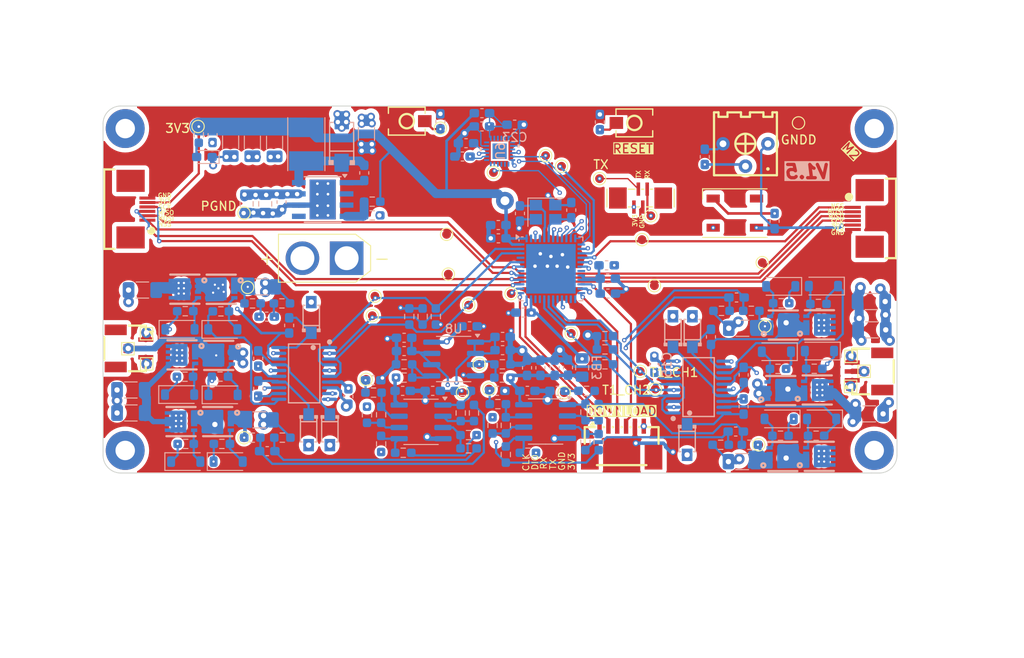
<source format=kicad_pcb>
(kicad_pcb (version 20240108) (generator "pcbnew") (generator_version "8.0")
  (layers (0 "F.Cu" signal) (1 "In1.Cu" signal) (2 "In2.Cu" signal) (31 "B.Cu" signal) (34 "B.Paste" user) (35 "F.Paste" user) (36 "B.SilkS" user "B.Silkscreen") (37 "F.SilkS" user "F.Silkscreen") (38 "B.Mask" user) (39 "F.Mask" user) (44 "Edge.Cuts" user))
  (net 0 "")
  (net 1 "GNDPWR")
  (net 2 "GNDD")
  (net 3 "+3V3")
  (net 4 "+BATT")
  (net 5 "/YI")
  (net 6 "/YO")
  (net 7 "Net-(D9-A)")
  (net 8 "/SWDIO")
  (net 9 "/USART3_TX")
  (net 10 "/SWCLK")
  (net 11 "/USART3_RX")
  (net 12 "Net-(Q1-S-Pad1)")
  (net 13 "/TIM1_CH2")
  (net 14 "/TIM1_CH1")
  (net 15 "/TIM1_CH3")
  (net 16 "/TIM8_CH3")
  (net 17 "/TIM8_CH1")
  (net 18 "/SPI1_MISO")
  (net 19 "/TIM8_CH2")
  (net 20 "/SPI1_MOSI")
  (net 21 "/SPI1_SCK")
  (net 22 "Net-(Q8-S-Pad1)")
  (net 23 "Net-(U9-VDD)")
  (net 24 "/NSS1")
  (net 25 "/NSS2")
  (net 26 "/ADC1_IN11")
  (net 27 "/inverter/2VS1")
  (net 28 "Net-(D2-K)")
  (net 29 "/inverter/2VS2")
  (net 30 "Net-(D3-K)")
  (net 31 "Net-(D4-K)")
  (net 32 "/inverter/2VS3")
  (net 33 "/inverter/1VS1")
  (net 34 "Net-(D7-K)")
  (net 35 "Net-(D10-K)")
  (net 36 "/inverter/1VS2")
  (net 37 "Net-(D11-K)")
  (net 38 "/inverter/1VS3")
  (net 39 "Net-(U9-REGOUT)")
  (net 44 "/inverter/1HO1")
  (net 45 "Net-(D5-A)")
  (net 46 "/inverter/1LO1")
  (net 47 "Net-(D6-A)")
  (net 48 "/inverter/1HO2")
  (net 49 "/inverter/1LO2")
  (net 50 "/inverter/1HO3")
  (net 51 "/inverter/1LO3")
  (net 52 "Net-(D16-A)")
  (net 53 "/inverter/2HO1")
  (net 54 "Net-(D17-A)")
  (net 55 "Net-(D18-A)")
  (net 56 "/inverter/2HO2")
  (net 57 "Net-(D19-A)")
  (net 58 "Net-(D20-A)")
  (net 59 "/inverter/2HO3")
  (net 60 "Net-(D21-A)")
  (net 61 "/inverter/2LO3")
  (net 62 "/inverter/2LO2")
  (net 63 "/inverter/2LO1")
  (net 65 "VDDA")
  (net 69 "/USART2_TX")
  (net 70 "/USART2_RX")
  (net 72 "/SPI3_MOSI")
  (net 73 "/SPI3_MISO")
  (net 74 "/RESET")
  (net 75 "Net-(D22-A)")
  (net 76 "Net-(D23-A)")
  (net 77 "Net-(D24-A)")
  (net 78 "/OP_VCC")
  (net 80 "/ADC2_IN15")
  (net 81 "Net-(Q12-S-Pad1)")
  (net 82 "Net-(Q16-S-Pad1)")
  (net 83 "/1CS1-")
  (net 84 "/1CS1+")
  (net 85 "/1CS2+")
  (net 86 "/1CS2-")
  (net 87 "/2CS1-")
  (net 88 "/2CS1+")
  (net 89 "/2CS2-")
  (net 90 "/2CS2+")
  (net 91 "/SPI3_SCK")
  (net 92 "Net-(U6A--)")
  (net 93 "Net-(U7A--)")
  (net 94 "Net-(U6A-+)")
  (net 95 "Net-(U7A-+)")
  (net 96 "Net-(R34-Pad2)")
  (net 97 "Net-(R36-Pad2)")
  (net 98 "Net-(U6B--)")
  (net 99 "Net-(U7B--)")
  (net 100 "Net-(U6B-+)")
  (net 101 "Net-(U7B-+)")
  (net 102 "Net-(R48-Pad2)")
  (net 103 "Net-(R51-Pad2)")
  (net 104 "Net-(D1-K)")
  (net 105 "Net-(U3-BOOT)")
  (net 106 "Net-(D8-A)")
  (net 107 "Net-(U3-VSENSE)")
  (net 111 "/KEY")
  (net 118 "/SPI1_CS")
  (net 133 "/ADC1_IN2")
  (net 134 "Net-(U5-PA15)")
  (net 137 "/VREF_OP1")
  (net 138 "/VREF_OP2")
  (net 139 "/INA1+")
  (net 140 "/INA2+")
  (net 141 "/ADC1_IN15_COMP4_INP")
  (net 142 "/ADC1_IN12_COMP1_INP")
  (net 144 "GND")
  (net 145 "/RGB")
  (footprint "TestPoint:TestPoint_Pad_D1.0mm" (layer "F.Cu") (at 93.2 60.7)
    (property "Reference" "TP13" (hide yes))
    (property "Value" "TestPoint")
  )
  (footprint "balancerDriver:CONN-SMD_6P-P1.00_MEGASTAR_ZX-SH1.0-6PWT" (layer "F.Cu") (at 91.1 68.6)
    (property "Reference" "J2" (hide yes))
    (property "Value" "Conn_01x06")
  )
  (footprint "balancerDriver:RES-ADJ-TH_3362P" (layer "F.Cu") (at 105.1 36.23 180)
    (property "Reference" "RV1" (hide yes))
    (property "Value" "R_Potentiometer")
  )
  (footprint "TestPoint:TestPoint_Pad_1.0x1.0mm" (layer "F.Cu") (at 37.3865 59.8435)
    (property "Reference" "TP1" (hide yes))
    (property "Value" "TestPoint")
  )
  (footprint "TestPoint:TestPoint_Pad_D1.0mm" (layer "F.Cu") (at 82.5 36.3)
    (property "Reference" "TP23" (hide yes))
    (property "Value" "TestPoint")
  )
  (footprint "balancerDriver:CONN-SMD_3P-P1.00_BX-SH1.0-3PWT" (layer "F.Cu") (at 118.8715 60.7035 90)
    (property "Reference" "CN2" (hide yes))
    (property "Value" "MR30PW-F")
  )
  (footprint "balancerDriver:FPC-SMD_4P-L7.5-W2.0-P0.50" (layer "F.Cu") (at 93.237 41.099 90)
    (property "Reference" "P1" (hide yes))
    (property "Value" "FPC_0.5MM_4P_Vertical_mounting_type_H2.0mm")
  )
  (footprint "TestPoint:TestPoint_Pad_D1.0mm" (layer "F.Cu") (at 84.3 37.5)
    (property "Reference" "TP25" (hide yes))
    (property "Value" "TestPoint")
  )
  (footprint "TestPoint:TestPoint_Pad_D1.0mm" (layer "F.Cu") (at 88.6 38.9)
    (property "Reference" "TP35" (hide yes))
    (property "Value" "TestPoint")
  )
  (footprint "TestPoint:TestPoint_Pad_D1.0mm" (layer "F.Cu") (at 76.1 62.7)
    (property "Reference" "TP19" (hide yes))
    (property "Value" "TestPoint")
  )
  (footprint "TestPoint:TestPoint_Pad_D1.0mm" (layer "F.Cu") (at 48.8 51.2)
    (property "Reference" "TP27" (hide yes))
    (property "Value" "TestPoint")
  )
  (footprint "balancerDriver:FPC-SMD_6P-P0.50_HC-FPC-0.5-6P-CSH20" (layer "F.Cu") (at 118.2 43.4 90)
    (property "Reference" "U4" (hide yes))
    (property "Value" "HC-FPC-0.5-6P-CSH20")
  )
  (footprint "TestPoint:TestPoint_Pad_1.0x1.0mm" (layer "F.Cu") (at 37.3665 56.4335)
    (property "Reference" "TP3" (hide yes))
    (property "Value" "TestPoint")
  )
  (footprint "TestPoint:TestPoint_Pad_D1.0mm" (layer "F.Cu") (at 63.2 52.2)
    (property "Reference" "TP14" (hide yes))
    (property "Value" "TestPoint")
  )
  (footprint "TestPoint:TestPoint_Pad_D1.0mm" (layer "F.Cu") (at 71.5 49.7)
    (property "Reference" "TP30" (hide yes))
    (property "Value" "TestPoint")
  )
  (footprint "TestPoint:TestPoint_Pad_D1.0mm" (layer "F.Cu") (at 85.4 56.4)
    (property "Reference" "TP11" (hide yes))
    (property "Value" "TestPoint")
  )
  (footprint "" (layer "F.Cu") (at 34.96 33.24)
    (property "Reference" "")
    (property "Value" "")
  )
  (footprint "TestPoint:TestPoint_Pad_D1.0mm" (layer "F.Cu") (at 106.6 69)
    (property "Reference" "TP9" (hide yes))
    (property "Value" "TestPoint")
  )
  (footprint "TestPoint:TestPoint_Pad_D1.0mm" (layer "F.Cu") (at 48.4 42.8)
    (property "Reference" "TP21" (hide yes))
    (property "Value" "TestPoint")
  )
  (footprint "TestPoint:TestPoint_Pad_D1.0mm" (layer "F.Cu") (at 107 48.4)
    (property "Reference" "TP29" (hide yes))
    (property "Value" "TestPoint")
  )
  (footprint "" (layer "F.Cu") (at 119.66 33.24)
    (property "Reference" "")
    (property "Value" "")
  )
  (footprint "TestPoint:TestPoint_Pad_1.0x1.0mm" (layer "F.Cu") (at 118.52 60.69)
    (property "Reference" "TP5" (hide yes))
    (property "Value" "TestPoint")
  )
  (footprint "TestPoint:TestPoint_Pad_1.0x1.0mm" (layer "F.Cu") (at 35.2665 58.1335)
    (property "Reference" "TP2" (hide yes))
    (property "Value" "TestPoint")
  )
  (footprint "TestPoint:TestPoint_Pad_D1.0mm" (layer "F.Cu") (at 43.2 33)
    (property "Reference" "TP20" (hide yes))
    (property "Value" "TestPoint")
  )
  (footprint "TestPoint:TestPoint_Pad_D1.0mm" (layer "F.Cu") (at 75 59.9)
    (property "Reference" "TP40" (hide yes))
    (property "Value" "TestPoint")
  )
  (footprint "TestPoint:TestPoint_Pad_D1.0mm" (layer "F.Cu") (at 73.8 53.2)
    (property "Reference" "TP16" (hide yes))
    (property "Value" "TestPoint")
  )
  (footprint "TestPoint:TestPoint_Pad_D1.0mm" (layer "F.Cu") (at 84.6 63.1)
    (property "Reference" "TP18" (hide yes))
    (property "Value" "TestPoint")
  )
  (footprint "TestPoint:TestPoint_Pad_D1.0mm" (layer "F.Cu") (at 73.1 63.1)
    (property "Reference" "TP17" (hide yes))
    (property "Value" "TestPoint")
  )
  (footprint "balancerDriver:SW-SMD_L4.0-W2.9-LS5.0" (layer "F.Cu") (at 92.535 32.6)
    (property "Reference" "SW1" (hide yes))
    (property "Value" "SW_Push")
  )
  (footprint "TestPoint:TestPoint_Pad_D1.0mm" (layer "F.Cu") (at 76.6 38.2)
    (property "Reference" "TP24" (hide yes))
    (property "Value" "TestPoint")
  )
  (footprint "TestPoint:TestPoint_Pad_D1.0mm" (layer "F.Cu") (at 93.4 45.8)
    (property "Reference" "TP33" (hide yes))
    (property "Value" "TestPoint")
  )
  (footprint "TestPoint:TestPoint_Pad_D1.0mm" (layer "F.Cu") (at 62.2 61.6)
    (property "Reference" "TP8" (hide yes))
    (property "Value" "TestPoint")
  )
  (footprint "LED_SMD:LED_WS2812B_PLCC4_5.0x5.0mm_P3.2mm" (layer "F.Cu") (at 103.9 42.8 180)
    (property "Reference" "D12" (hide yes))
    (property "Value" "WS2812B")
  )
  (footprint "balancerDriver:SW-SMD_L4.0-W2.9-LS5.0" (layer "F.Cu") (at 66.8 32.4 180)
    (property "Reference" "SW2" (hide yes))
    (property "Value" "SW_Push")
  )
  (footprint "TestPoint:TestPoint_Pad_D1.0mm" (layer "F.Cu") (at 94.9 62.7)
    (property "Reference" "TP12" (hide yes))
    (property "Value" "TestPoint")
  )
  (footprint "TestPoint:TestPoint_Pad_D1.0mm" (layer "F.Cu") (at 78.6 51.9)
    (property "Reference" "TP10" (hide yes))
    (property "Value" "TestPoint")
  )
  (footprint "TestPoint:TestPoint_Pad_D1.0mm" (layer "F.Cu") (at 107.3 55.6)
    (property "Reference" "TP26" (hide yes))
    (property "Value" "TestPoint")
  )
  (footprint "TestPoint:TestPoint_Pad_D1.0mm" (layer "F.Cu") (at 62.9 54.4)
    (property "Reference" "TP15" (hide yes))
    (property "Value" "TestPoint")
  )
  (footprint "TestPoint:TestPoint_Pad_D1.0mm" (layer "F.Cu") (at 71.3 45.2)
    (property "Reference" "TP32" (hide yes))
    (property "Value" "TestPoint")
  )
  (footprint "TestPoint:TestPoint_Pad_D1.0mm" (layer "F.Cu") (at 48.4 68.2)
    (property "Reference" "TP28" (hide yes))
    (property "Value" "TestPoint")
  )
  (footprint "Connector_AMASS:AMASS_XT30U-M_1x02_P5.0mm_Vertical" (layer "F.Cu") (at 60 47.9 180)
    (property "Reference" "J1" (hide yes))
    (property "Value" "Conn_01x02")
  )
  (footprint "TestPoint:TestPoint_Pad_1.0x1.0mm" (layer "F.Cu") (at 117.04 59)
    (property "Reference" "TP4" (hide yes))
    (property "Value" "TestPoint")
  )
  (footprint "balancerDriver:CONN-SMD_3P-P1.00_BX-SH1.0-3PWT" (layer "F.Cu") (at 35.585 58.1 -90)
    (property "Reference" "CN1" (hide yes))
    (property "Value" "MR30PW-F")
  )
  (footprint "" (layer "F.Cu") (at 119.66 69.64)
    (property "Reference" "")
    (property "Value" "")
  )
  (footprint "TestPoint:TestPoint_Pad_D1.0mm" (layer "F.Cu") (at 94.4 43.1)
    (property "Reference" "TP34" (hide yes))
    (property "Value" "TestPoint")
  )
  (footprint "TestPoint:TestPoint_Pad_D1.0mm" (layer "F.Cu") (at 70.6 33.2)
    (property "Reference" "TP38" (hide yes))
    (property "Value" "TestPoint")
  )
  (footprint "balancerDriver:FPC-SMD_6P-P0.50_HC-FPC-0.5-6P-CSH20" (layer "F.Cu") (at 36.517 42.35 -90)
    (property "Reference" "U10" (hide yes))
    (property "Value" "HC-FPC-0.5-6P-CSH20")
  )
  (footprint "TestPoint:TestPoint_Pad_D1.0mm" (layer "F.Cu") (at 111.1 32.6)
    (property "Reference" "TP22" (hide yes))
    (property "Value" "TestPoint")
  )
  (footprint "TestPoint:TestPoint_Pad_1.0x1.0mm" (layer "F.Cu") (at 116.99 62.4)
    (property "Reference" "TP6" (hide yes))
    (property "Value" "TestPoint")
  )
  (footprint "" (layer "F.Cu") (at 34.96 69.64)
    (property "Reference" "")
    (property "Value" "")
  )
  (footprint "TestPoint:TestPoint_Pad_D1.0mm" (layer "F.Cu") (at 94.8 51)
    (property "Reference" "TP31" (hide yes))
    (property "Value" "TestPoint")
  )
  (footprint "Resistor_SMD:R_0603_1608Metric_Pad0.98x0.95mm_HandSolder" (layer "B.Cu") (at 88.5 65.3125 90)
    (property "Reference" "R20" (hide yes))
    (property "Value" "1k")
  )
  (footprint "Capacitor_SMD:C_0603_1608Metric_Pad1.08x0.95mm_HandSolder" (layer "B.Cu") (at 85.03 60.2625 -90)
    (property "Reference" "C9" (hide yes))
    (property "Value" "4.7u")
  )
  (footprint "Package_SO:SOIC-8_3.9x4.9mm_P1.27mm" (layer "B.Cu") (at 72.1 59.3 180)
    (property "Reference" "U8")
    (property "Value" "TLV9062xD")
  )
  (footprint "Resistor_SMD:R_0603_1608Metric_Pad0.98x0.95mm_HandSolder" (layer "B.Cu") (at 62.891 43.054)
    (property "Reference" "R2" (hide yes))
    (property "Value" "5.9k")
  )
  (footprint "Resistor_SMD:R_0603_1608Metric_Pad0.98x0.95mm_HandSolder" (layer "B.Cu") (at 52.73 68.19 180)
    (property "Reference" "R23" (hide yes))
    (property "Value" "100R")
  )
  (footprint "Resistor_SMD:R_0603_1608Metric_Pad0.98x0.95mm_HandSolder" (layer "B.Cu") (at 43.281 33.929 -90)
    (property "Reference" "R3" (hide yes))
    (property "Value" "4.7k")
  )
  (footprint "Resistor_SMD:R_0603_1608Metric_Pad0.98x0.95mm_HandSolder" (layer "B.Cu") (at 68.59375 54.49375 90)
    (property "Reference" "R54" (hide yes))
    (property "Value" "3k")
  )
  (footprint "Capacitor_SMD:C_1206_3216Metric_Pad1.33x1.80mm_HandSolder" (layer "B.Cu") (at 49.341 34.804 90)
    (property "Reference" "C6" (hide yes))
    (property "Value" "47u")
  )
  (footprint "balancerDriver:SOD-123FL_L2.7-W1.8-LS3.8-RD" (layer "B.Cu") (at 98.5 68.4 -90)
    (property "Reference" "D2" (hide yes))
    (property "Value" "FR107")
  )
  (footprint "Capacitor_SMD:C_0603_1608Metric_Pad1.08x0.95mm_HandSolder" (layer "B.Cu") (at 80 54.05 180)
    (property "Reference" "C18" (hide yes))
    (property "Value" "100n")
  )
  (footprint "Resistor_SMD:R_0603_1608Metric_Pad0.98x0.95mm_HandSolder" (layer "B.Cu") (at 41.8025 68.9)
    (property "Reference" "R8" (hide yes))
    (property "Value" "10R")
  )
  (footprint "balancerDriver:POWERTDFN-8_L3.1-W3.1-P0.65-LS3.3-BL" (layer "B.Cu") (at 113.4675 55.429476 90)
    (property "Reference" "Q11" (hide yes))
    (property "Value" "EMB09N03V")
  )
  (footprint "Resistor_SMD:R_0603_1608Metric_Pad0.98x0.95mm_HandSolder" (layer "B.Cu") (at 113.3525 53.071476 180)
    (property "Reference" "R17" (hide yes))
    (property "Value" "10R")
  )
  (footprint "Capacitor_SMD:C_0603_1608Metric_Pad1.08x0.95mm_HandSolder" (layer "B.Cu") (at 61.991 38.254 90)
    (property "Reference" "C4" (hide yes))
    (property "Value" "10n")
  )
  (footprint "Capacitor_SMD:C_0603_1608Metric_Pad1.08x0.95mm_HandSolder" (layer "B.Cu") (at 77.0375 62.9 180)
    (property "Reference" "C41" (hide yes))
    (property "Value" "2.2n")
  )
  (footprint "balancerDriver:POWERTDFN-8_L3.1-W3.1-P0.65-LS3.3-BL" (layer "B.Cu") (at 113.215 62.8 90)
    (property "Reference" "Q9" (hide yes))
    (property "Value" "EMB09N03V")
  )
  (footprint "Capacitor_SMD:C_0603_1608Metric_Pad1.08x0.95mm_HandSolder" (layer "B.Cu") (at 53.5 55.5 -90)
    (property "Reference" "C29" (hide yes))
    (property "Value" "100n")
  )
  (footprint "balancerDriver:POWERTDFN-8_L3.1-W3.1-P0.65-LS3.3-BL" (layer "B.Cu") (at 109.3175 70.321476 90)
    (property "Reference" "Q8" (hide yes))
    (property "Value" "EMB09N03V")
  )
  (footprint "Resistor_SMD:R_0603_1608Metric_Pad0.98x0.95mm_HandSolder" (layer "B.Cu") (at 41.72 61.3)
    (property "Reference" "R4" (hide yes))
    (property "Value" "10R")
  )
  (footprint "balancerDriver:POWERTDFN-8_L3.1-W3.1-P0.65-LS3.3-BL" (layer "B.Cu") (at 41.2685 66.375 -90)
    (property "Reference" "Q13" (hide yes))
    (property "Value" "EMB09N03V")
  )
  (footprint "Resistor_SMD:R_0603_1608Metric_Pad0.98x0.95mm_HandSolder" (layer "B.Cu") (at 45.78 53.91)
    (property "Reference" "R19" (hide yes))
    (property "Value" "10R")
  )
  (footprint "Diode_SMD:D_SOD-123" (layer "B.Cu") (at 46.0225 63.35)
    (property "Reference" "D22" (hide yes))
    (property "Value" "1N4148W")
  )
  (footprint "Capacitor_SMD:C_0603_1608Metric_Pad1.08x0.95mm_HandSolder" (layer "B.Cu") (at 85.4 42.4625 90)
    (property "Reference" "C68" (hide yes))
    (property "Value" "12p")
  )
  (footprint "Capacitor_SMD:C_0603_1608Metric_Pad1.08x0.95mm_HandSolder" (layer "B.Cu") (at 50.96 54.51 180)
    (property "Reference" "C35" (hide yes))
    (property "Value" "1n")
  )
  (footprint "Capacitor_SMD:C_0805_2012Metric_Pad1.18x1.45mm_HandSolder" (layer "B.Cu") (at 48.691 41.754 90)
    (property "Reference" "C2" (hide yes))
    (property "Value" "22u")
  )
  (footprint "Diode_SMD:D_SOD-123" (layer "B.Cu") (at 108.6 58.471476 180)
    (property "Reference" "D19" (hide yes))
    (property "Value" "1N4148W")
  )
  (footprint "Capacitor_SMD:C_0603_1608Metric_Pad1.08x0.95mm_HandSolder" (layer "B.Cu") (at 50 59.2375 -90)
    (property "Reference" "C30" (hide yes))
    (property "Value" "100n")
  )
  (footprint "Resistor_SMD:R_0603_1608Metric_Pad0.98x0.95mm_HandSolder" (layer "B.Cu") (at 87 68.6875 -90)
    (property "Reference" "R30" (hide yes))
    (property "Value" "1k")
  )
  (footprint "Resistor_SMD:R_0603_1608Metric_Pad0.98x0.95mm_HandSolder" (layer "B.Cu") (at 73.1375 62.9 180)
    (property "Reference" "R37" (hide yes))
    (property "Value" "100R")
  )
  (footprint "Capacitor_SMD:C_0603_1608Metric_Pad1.08x0.95mm_HandSolder" (layer "B.Cu") (at 44.841 33.954 90)
    (property "Reference" "C50" (hide yes))
    (property "Value" "100n")
  )
  (footprint "balancerDriver:POWERTDFN-8_L3.1-W3.1-P0.65-LS3.3-BL" (layer "B.Cu") (at 45.535 58.89 -90)
    (property "Reference" "Q14" (hide yes))
    (property "Value" "EMB09N03V")
  )
  (footprint "Capacitor_SMD:C_0603_1608Metric_Pad1.08x0.95mm_HandSolder" (layer "B.Cu") (at 63 61.7 180)
    (property "Reference" "C42" (hide yes))
    (property "Value" "2.2n")
  )
  (footprint "Package_SO:SOIC-8_3.9x4.9mm_P1.27mm" (layer "B.Cu") (at 82.5 66.365 180)
    (property "Reference" "U6" (hide yes))
    (property "Value" "TLV9062xD")
  )
  (footprint "Resistor_SMD:R_0603_1608Metric_Pad0.98x0.95mm_HandSolder" (layer "B.Cu") (at 78 70.1 -90)
    (property "Reference" "R45" (hide yes))
    (property "Value" "10k")
  )
  (footprint "Capacitor_SMD:C_1206_3216Metric_Pad1.33x1.80mm_HandSolder" (layer "B.Cu") (at 119.1 65.5 180)
    (property "Reference" "C33" (hide yes))
    (property "Value" "47u")
  )
  (footprint "balancerDriver:POWERTDFN-8_L3.1-W3.1-P0.65-LS3.3-BL" (layer "B.Cu") (at 41.705 51.400714 -90)
    (property "Reference" "Q15" (hide yes))
    (property "Value" "EMB09N03V")
  )
  (footprint "balancerDriver:POWERTDFN-8_L3.1-W3.1-P0.65-LS3.3-BL" (layer "B.Cu") (at 45.4175 66.375 -90)
    (property "Reference" "Q1" (hide yes))
    (property "Value" "EMB09N03V")
  )
  (footprint "Capacitor_SMD:C_0603_1608Metric_Pad1.08x0.95mm_HandSolder" (layer "B.Cu") (at 69.7375 62.9)
    (property "Reference" "C27" (hide yes))
    (property "Value" "2.2n")
  )
  (footprint "balancerDriver:QFN24_3X3X0P9_IVS-L" (layer "B.Cu") (at 77.3 35.800001 90)
    (property "Reference" "U9")
    (property "Value" "MPU6500")
  )
  (footprint "Package_SO:SOIC-8_3.9x4.9mm_P1.27mm" (layer "B.Cu") (at 68.4125 66.405 180)
    (property "Reference" "U7" (hide yes))
    (property "Value" "TLV9062xD")
  )
  (footprint "Capacitor_SMD:C_0603_1608Metric_Pad1.08x0.95mm_HandSolder" (layer "B.Cu") (at 73.9 55.6 180)
    (property "Reference" "C47" (hide yes))
    (property "Value" "100n")
  )
  (footprint "Package_DFN_QFN:QFN-48-1EP_7x7mm_P0.5mm_EP5.6x5.6mm" (layer "B.Cu") (at 83.1 49.1 -90)
    (property "Reference" "U5" (hide yes))
    (property "Value" "STM32G431CBUx")
  )
  (footprint "Capacitor_SMD:C_1206_3216Metric_Pad1.33x1.80mm_HandSolder" (layer "B.Cu") (at 35.6 65.4)
    (property "Reference" "C51" (hide yes))
    (property "Value" "47u")
  )
  (footprint "Resistor_SMD:R_0603_1608Metric_Pad0.98x0.95mm_HandSolder" (layer "B.Cu") (at 74.4 65.4 90)
    (property "Reference" "R21" (hide yes))
    (property "Value" "1k")
  )
  (footprint "Resistor_SMD:R_0603_1608Metric_Pad0.98x0.95mm_HandSolder" (layer "B.Cu") (at 49.33 68.19)
    (property "Reference" "R22" (hide yes))
    (property "Value" "100R")
  )
  (footprint "Resistor_SMD:R_1206_3216Metric_Pad1.30x1.75mm_HandSolder" (layer "B.Cu") (at 104.7215 70.9)
    (property "Reference" "R11" (hide yes))
    (property "Value" "10mR")
  )
  (footprint "LED_SMD:LED_0603_1608Metric_Pad1.05x0.95mm_HandSolder" (layer "B.Cu") (at 43.916 36.454 180)
    (property "Reference" "D8" (hide yes))
    (property "Value" "LED")
  )
  (footprint "Resistor_SMD:R_0603_1608Metric_Pad0.98x0.95mm_HandSolder" (layer "B.Cu") (at 80.5 69.9)
    (property "Reference" "R44" (hide yes))
    (property "Value" "1k")
  )
  (footprint "Resistor_SMD:R_0603_1608Metric_Pad0.98x0.95mm_HandSolder" (layer "B.Cu") (at 77.1 64.4 180)
    (property "Reference" "R50" (hide yes))
    (property "Value" "100R")
  )
  (footprint "Resistor_SMD:R_0603_1608Metric_Pad0.98x0.95mm_HandSolder" (layer "B.Cu") (at 102.3925 53.851476)
    (property "Reference" "R29" (hide yes))
    (property "Value" "100R")
  )
  (footprint "Capacitor_SMD:C_1206_3216Metric_Pad1.33x1.80mm_HandSolder" (layer "B.Cu") (at 119.3375 52.8 180)
    (property "Reference" "C12" (hide yes))
    (property "Value" "47u")
  )
  (footprint "Resistor_SMD:R_0603_1608Metric_Pad0.98x0.95mm_HandSolder" (layer "B.Cu") (at 49.36 53.01)
    (property "Reference" "R24" (hide yes))
    (property "Value" "100R")
  )
  (footprint "Capacitor_SMD:C_1206_3216Metric_Pad1.33x1.80mm_HandSolder" (layer "B.Cu") (at 119.4 56 180)
    (property "Reference" "C14" (hide yes))
    (property "Value" "47u")
  )
  (footprint "Capacitor_SMD:C_0603_1608Metric_Pad1.08x0.95mm_HandSolder" (layer "B.Cu") (at 83.53 60.2875 -90)
    (property "Reference" "C10" (hide yes))
    (property "Value" "100n")
  )
  (footprint "Resistor_SMD:R_0603_1608Metric_Pad0.98x0.95mm_HandSolder" (layer "B.Cu") (at 77.6125 61.4)
    (property "Reference" "R41" (hide yes))
    (property "Value" "1k")
  )
  (footprint "Resistor_SMD:R_0603_1608Metric_Pad0.98x0.95mm_HandSolder" (layer "B.Cu") (at 45.89 68.9)
    (property "Reference" "R7" (hide yes))
    (property "Value" "10R")
  )
  (footprint "Capacitor_SMD:C_0603_1608Metric_Pad1.08x0.95mm_HandSolder" (layer "B.Cu") (at 66.5 58.4)
    (property "Reference" "C48" (hide yes))
    (property "Value" "100n")
  )
  (footprint "Capacitor_SMD:C_0805_2012Metric_Pad1.18x1.45mm_HandSolder" (layer "B.Cu") (at 86.63 60.2625 90)
    (property "Reference" "FB3")
    (property "Value" "FerriteBead")
  )
  (footprint "Capacitor_SMD:C_0603_1608Metric_Pad1.08x0.95mm_HandSolder" (layer "B.Cu") (at 70.6 32.4375 90)
    (property "Reference" "C52" (hide yes))
    (property "Value" "100n")
  )
  (footprint "balancerDriver:SMA_L4.3-W2.6-LS5.0-RD" (layer "B.Cu") (at 59.441 34.704 90)
    (property "Reference" "D1" (hide yes))
    (property "Value" "1N5712UR")
  )
  (footprint "Resistor_SMD:R_1206_3216Metric_Pad1.30x1.75mm_HandSolder" (layer "B.Cu") (at 62.241 33.854 -90)
    (property "Reference" "FB2" (hide yes))
    (property "Value" "FerriteBead")
  )
  (footprint "Resistor_SMD:R_0603_1608Metric_Pad0.98x0.95mm_HandSolder" (layer "B.Cu") (at 45.68 61.29)
    (property "Reference" "R5" (hide yes))
    (property "Value" "10R")
  )
  (footprint "Capacitor_SMD:C_0603_1608Metric_Pad1.08x0.95mm_HandSolder" (layer "B.Cu") (at 104.8925 64.670476 90)
    (property "Reference" "C16" (hide yes))
    (property "Value" "100n")
  )
  (footprint "balancerDriver:POWERTDFN-8_L3.1-W3.1-P0.65-LS3.3-BL" (layer "B.Cu") (at 113.4465 70.306476 90)
    (property "Reference" "Q7" (hide yes))
    (property "Value" "EMB09N03V")
  )
  (footprint "Capacitor_SMD:C_1206_3216Metric_Pad1.33x1.80mm_HandSolder" (layer "B.Cu") (at 35.6 62.8)
    (property "Reference" "C34" (hide yes))
    (property "Value" "47u")
  )
  (footprint "Capacitor_SMD:C_0603_1608Metric_Pad1.08x0.95mm_HandSolder" (layer "B.Cu") (at 77.6375 58.3 180)
    (property "Reference" "C44" (hide yes))
    (property "Value" "4.7u")
  )
  (footprint "Capacitor_SMD:C_0603_1608Metric_Pad1.08x0.95mm_HandSolder" (layer "B.Cu") (at 77.1625 45.65 180)
    (property "Reference" "C19" (hide yes))
    (property "Value" "100n")
  )
  (footprint "balancerDriver:POWERTDFN-8_L3.1-W3.1-P0.65-LS3.3-BL" (layer "B.Cu") (at 109.3775 55.456476 90)
    (property "Reference" "Q12" (hide yes))
    (property "Value" "EMB09N03V")
  )
  (footprint "Resistor_SMD:R_0603_1608Metric_Pad0.98x0.95mm_HandSolder" (layer "B.Cu") (at 109.14 52.991476 180)
    (property "Reference" "R18" (hide yes))
    (property "Value" "10R")
  )
  (footprint "Capacitor_SMD:C_0603_1608Metric_Pad1.08x0.95mm_HandSolder" (layer "B.Cu") (at 101.2 56.8 -90)
    (property "Reference" "C26" (hide yes))
    (property "Value" "100n")
  )
  (footprint "Capacitor_SMD:C_0603_1608Metric_Pad1.08x0.95mm_HandSolder" (layer "B.Cu") (at 66.3375 62.9 180)
    (property "Reference" "C46" (hide yes))
    (property "Value" "100n")
  )
  (footprint "Resistor_SMD:R_0603_1608Metric_Pad0.98x0.95mm_HandSolder" (layer "B.Cu") (at 89.2125 58.2125 180)
    (property "Reference" "R57" (hide yes))
    (property "Value" "3k")
  )
  (footprint "Resistor_SMD:R_0603_1608Metric_Pad0.98x0.95mm_HandSolder" (layer "B.Cu") (at 105.6 69 180)
    (property "Reference" "R26" (hide yes))
    (property "Value" "100R")
  )
  (footprint "Resistor_SMD:R_0603_1608Metric_Pad0.98x0.95mm_HandSolder" (layer "B.Cu") (at 78 66.8 90)
    (property "Reference" "R48" (hide yes))
    (property "Value" "10k")
  )
  (footprint "Capacitor_SMD:C_0603_1608Metric_Pad1.08x0.95mm_HandSolder" (layer "B.Cu") (at 80.4375 62.9 180)
    (property "Reference" "C45" (hide yes))
    (property "Value" "100n")
  )
  (footprint "Resistor_SMD:R_0603_1608Metric_Pad0.98x0.95mm_HandSolder" (layer "B.Cu") (at 88.5 68.6875 -90)
    (property "Reference" "R31" (hide yes))
    (property "Value" "10k")
  )
  (footprint "Resistor_SMD:R_0603_1608Metric_Pad0.98x0.95mm_HandSolder" (layer "B.Cu") (at 109.0615 67.971476 180)
    (property "Reference" "R14" (hide yes))
    (property "Value" "10R")
  )
  (footprint "Capacitor_SMD:C_0603_1608Metric_Pad1.08x0.95mm_HandSolder" (layer "B.Cu") (at 79 32.8)
    (property "Reference" "C23")
    (property "Value" "2.2u")
  )
  (footprint "Capacitor_SMD:C_1206_3216Metric_Pad1.33x1.80mm_HandSolder" (layer "B.Cu") (at 36.9 51.5)
    (property "Reference" "C49" (hide yes))
    (property "Value" "47u")
  )
  (footprint "balancerDriver:SOD-123FL_L2.7-W1.8-LS3.8-RD" (layer "B.Cu") (at 56 54.6 90)
    (property "Reference" "D7" (hide yes))
    (property "Value" "FR107")
  )
  (footprint "Capacitor_SMD:C_1206_3216Metric_Pad1.33x1.80mm_HandSolder" (layer "B.Cu") (at 46.881 34.784 90)
    (property "Reference" "C7" (hide yes))
    (property "Value" "47u")
  )
  (footprint "Capacitor_SMD:C_0603_1608Metric_Pad1.08x0.95mm_HandSolder" (layer "B.Cu") (at 66.5 56.9)
    (property "Reference" "C43" (hide yes))
    (property "Value" "4.7u")
  )
  (footprint "balancerDriver:SOD-123FL_L2.7-W1.8-LS3.8-RD" (layer "B.Cu") (at 96.9 56.2 90)
    (property "Reference" "D3" (hide yes))
    (property "Value" "FR107")
  )
  (footprint "Resistor_SMD:R_1206_3216Metric_Pad1.30x1.75mm_HandSolder" (layer "B.Cu") (at 50.13 66.18 180)
    (property "Reference" "R9" (hide yes))
    (property "Value" "10mR")
  )
  (footprint "Capacitor_SMD:C_0603_1608Metric_Pad1.08x0.95mm_HandSolder" (layer "B.Cu") (at 89.530232 50.2)
    (property "Reference" "C17" (hide yes))
    (property "Value" "100n")
  )
  (footprint "Capacitor_SMD:C_0603_1608Metric_Pad1.08x0.95mm_HandSolder" (layer "B.Cu") (at 80.4 60.2925 -90)
    (property "Reference" "C40" (hide yes))
    (property "Value" "100n")
  )
  (footprint "Diode_SMD:D_SOD-123" (layer "B.Cu") (at 113.92 51.051476 180)
    (property "Reference" "D20" (hide yes))
    (property "Value" "1N4148W")
  )
  (footprint "Capacitor_SMD:C_0603_1608Metric_Pad1.08x0.95mm_HandSolder" (layer "B.Cu") (at 73.5 34.895001 180)
    (property "Reference" "C22" (hide yes))
    (property "Value" "100n")
  )
  (footprint "Capacitor_SMD:C_0603_1608Metric_Pad1.08x0.95mm_HandSolder" (layer "B.Cu") (at 77.15 44.15 180)
    (property "Reference" "C20" (hide yes))
    (property "Value" "100n")
  )
  (footprint "Resistor_SMD:R_0603_1608Metric_Pad0.98x0.95mm_HandSolder" (layer "B.Cu") (at 67.08375 54.49375 90)
    (property "Reference" "R55" (hide yes))
    (property "Value" "3k")
  )
  (footprint "Resistor_SMD:R_0603_1608Metric_Pad0.98x0.95mm_HandSolder" (layer "B.Cu") (at 89.2125 59.9 180)
    (property "Reference" "R56" (hide yes))
    (property "Value" "3k")
  )
  (footprint "Resistor_SMD:R_0603_1608Metric_Pad0.98x0.95mm_HandSolder" (layer "B.Cu") (at 63.9 65.6 90)
    (property "Reference" "R51" (hide yes))
    (property "Value" "10k")
  )
  (footprint "balancerDriver:POWERTDFN-8_L3.1-W3.1-P0.65-LS3.3-BL" (layer "B.Cu") (at 45.814 51.41 -90)
    (property "Reference" "Q16" (hide yes))
    (property "Value" "EMB09N03V")
  )
  (footprint "Inductor_SMD:L_Taiyo-Yuden_NR-40xx_HandSoldering" (layer "B.Cu") (at 55.441 35.004 90)
    (property "Reference" "L1" (hide yes))
    (property "Value" "10u")
  )
  (footprint "Resistor_SMD:R_0603_1608Metric_Pad0.98x0.95mm_HandSolder" (layer "B.Cu") (at 73.7875 69.4)
    (property "Reference" "R32" (hide yes))
    (property "Value" "1k")
  )
  (footprint "Resistor_SMD:R_0603_1608Metric_Pad0.98x0.95mm_HandSolder" (layer "B.Cu") (at 73.7875 67.9)
    (property "Reference" "R33" (hide yes))
    (property "Value" "10k")
  )
  (footprint "Capacitor_SMD:C_0603_1608Metric_Pad1.08x0.95mm_HandSolder" (layer "B.Cu") (at 79.6 42.84 -90)
    (property "Reference" "C67" (hide yes))
    (property "Value" "12p")
  )
  (footprint "Capacitor_SMD:C_0603_1608Metric_Pad1.08x0.95mm_HandSolder" (layer "B.Cu") (at 77.6375 56.8 180)
    (property "Reference" "C53" (hide yes))
    (property "Value" "100n")
  )
  (footprint "Diode_SMD:D_SOD-123" (layer "B.Cu") (at 108.909 66.071476 180)
    (property "Reference" "D17" (hide yes))
    (property "Value" "1N4148W")
  )
  (footprint "Resistor_SMD:R_0603_1608Metric_Pad0.98x0.95mm_HandSolder" (layer "B.Cu") (at 70.08375 54.49375 -90)
    (property "Reference" "R40" (hide yes))
    (property "Value" "3k")
  )
  (footprint "balancerDriver:eg2133" (layer "B.Cu") (at 99.8 62.4715 90)
    (property "Reference" "U1" (hide yes))
    (property "Value" "EG2133")
  )
  (footprint "Capacitor_SMD:C_0603_1608Metric_Pad1.08x0.95mm_HandSolder" (layer "B.Cu") (at 83.8375 62.9)
    (property "Reference" "C11" (hide yes))
    (property "Value" "2.2n")
  )
  (footprint "Capacitor_SMD:C_0805_2012Metric_Pad1.18x1.45mm_HandSolder" (layer "B.Cu") (at 50.791 41.754 90)
    (property "Reference" "C1" (hide yes))
    (property "Value" "22u")
  )
  (footprint "balancerDriver:SOD-123FL_L2.7-W1.8-LS3.8-RD" (layer "B.Cu") (at 58.1 67.3 -90)
    (property "Reference" "D10" (hide yes))
    (property "Value" "FR107")
  )
  (footprint "Resistor_SMD:R_0603_1608Metric_Pad0.98x0.95mm_HandSolder" (layer "B.Cu") (at 41.75 53.89)
    (property "Reference" "R6" (hide yes))
    (property "Value" "10R")
  )
  (footprint "Resistor_SMD:R_0603_1608Metric_Pad0.98x0.95mm_HandSolder" (layer "B.Cu") (at 66.4 69.9)
    (property "Reference" "R47" (hide yes))
    (property "Value" "10k")
  )
  (footprint "Capacitor_SMD:C_0603_1608Metric_Pad1.08x0.95mm_HandSolder" (layer "B.Cu") (at 89.4 48.7 180)
    (property "Reference" "FB4" (hide yes))
    (property "Value" "FerriteBead")
  )
  (footprint "Resistor_SMD:R_0603_1608Metric_Pad0.98x0.95mm_HandSolder" (layer "B.Cu") (at 62.891 41.504 180)
    (property "Reference" "R1" (hide yes))
    (property "Value" "10k")
  )
  (footprint "Resistor_SMD:R_1206_3216Metric_Pad1.30x1.75mm_HandSolder" (layer "B.Cu") (at 50.37 51.14 180)
    (property "Reference" "R10" (hide yes))
    (property "Value" "10mR")
  )
  (footprint "Capacitor_SMD:C_0603_1608Metric_Pad1.08x0.95mm_HandSolder" (layer "B.Cu") (at 94.8 59.9375 90)
    (property "Reference" "C15")
    (property "Value" "1u")
  )
  (footprint "Resistor_SMD:R_0603_1608Metric_Pad0.98x0.95mm_HandSolder" (layer "B.Cu") (at 66.5 61.4 180)
    (property "Reference" "R38" (hide yes))
    (property "Value" "1k")
  )
  (footprint "Diode_SMD:D_SOD-123" (layer "B.Cu") (at 113.7115 66.071476 180)
    (property "Reference" "D16" (hide yes))
    (property "Value" "1N4148W")
  )
  (footprint "Resistor_SMD:R_0603_1608Metric_Pad0.98x0.95mm_HandSolder" (layer "B.Cu") (at 89.2125 56.7125 180)
    (property "Reference" "R58" (hide yes))
    (property "Value" "3k")
  )
  (footprint "Crystal:Crystal_SMD_SeikoEpson_FA238-4Pin_3.2x2.5mm" (layer "B.Cu") (at 82.5 42.7)
    (property "Reference" "Y1" (hide yes))
    (property "Value" "25MHz")
  )
  (footprint "Resistor_SMD:R_0603_1608Metric_Pad0.98x0.95mm_HandSolder" (layer "B.Cu") (at 63.9 68.9 -90)
    (property "Reference" "R46" (hide yes))
    (property "Value" "1k")
  )
  (footprint "balancerDriver:SOD-123FL_L2.7-W1.8-LS3.8-RD" (layer "B.Cu") (at 99.1 56.2 90)
    (property "Reference" "D4" (hide yes))
    (property "Value" "FR107")
  )
  (footprint "Resistor_SMD:R_0603_1608Metric_Pad0.98x0.95mm_HandSolder" (layer "B.Cu") (at 66.5 59.9)
    (property "Reference" "R39" (hide yes))
    (property "Value" "1k")
  )
  (footprint "Capacitor_SMD:C_0603_1608Metric_Pad1.08x0.95mm_HandSolder" (layer "B.Cu") (at 104 67.5)
    (property "Reference" "C36" (hide yes))
    (property "Value" "1n")
  )
  (footprint "Capacitor_SMD:C_0603_1608Metric_Pad1.08x0.95mm_HandSolder" (layer "B.Cu") (at 108.4 43.7 -90)
    (property "Reference" "C54" (hide yes))
    (property "Value" "100n")
  )
  (footprint "Diode_SMD:D_SOD-123" (layer "B.Cu") (at 41.11 63.32)
    (property "Reference" "D9" (hide yes))
    (property "Value" "1N4148W")
  )
  (footprint "Capacitor_SMD:C_0603_1608Metric_Pad1.08x0.95mm_HandSolder" (layer "B.Cu") (at 89.542732 51.9)
    (property "Reference" "C8" (hide yes))
    (property "Value" "470n")
  )
  (footprint "Capacitor_SMD:C_0603_1608Metric_Pad1.08x0.95mm_HandSolder" (layer "B.Cu") (at 100.5 36.4375 90)
    (property "Reference" "C38" (hide yes))
    (property "Value" "100n")
  )
  (footprint "Resistor_SMD:R_1206_3216Metric_Pad1.30x1.75mm_HandSolder" (layer "B.Cu") (at 104.7625 55.821476)
    (property "Reference" "R12" (hide yes))
    (property "Value" "10mR")
  )
  (footprint "balancerDriver:eg2133" (layer "B.Cu") (at 55.2 60.9285 -90)
    (property "Reference" "U2" (hide yes))
    (property "Value" "EG2133")
  )
  (footprint "Resistor_SMD:R_0603_1608Metric_Pad0.98x0.95mm_HandSolder" (layer "B.Cu") (at 76.5 66.8 90)
    (property "Reference" "R42" (hide yes))
    (property "Value" "1k")
  )
  (footprint "Resistor_SMD:R_0603_1608Metric_Pad0.98x0.95mm_HandSolder" (layer "B.Cu") (at 77.6125 59.9 180)
    (property "Reference" "R49" (hide yes))
    (property "Value" "1k")
  )
  (footprint "Package_SO:TI_SO-PowerPAD-8_ThermalVias" (layer "B.Cu") (at 57.291 41.259 180)
    (property "Reference" "U3" (hide yes))
    (property "Value" "TPS5430DDA")
  )
  (footprint "Capacitor_SMD:C_0603_1608Metric_Pad1.08x0.95mm_HandSolder" (layer "B.Cu") (at 60.2 63.5375 -90)
    (property "Reference" "C32" (hide yes))
    (property "Value" "1u")
  )
  (footprint "Resistor_SMD:R_0603_1608Metric_Pad0.98x0.95mm_HandSolder" (layer "B.Cu") (at 87 65.3 90)
    (property "Reference" "R34" (hide yes))
    (property "Value" "10k")
  )
  (footprint "balancerDriver:SOD-123FL_L2.7-W1.8-LS3.8-RD" (layer "B.Cu") (at 55.7 67.3 -90)
    (property "Reference" "D11" (hide yes))
    (property "Value" "FR107")
  )
  (footprint "Diode_SMD:D_SOD-123" (layer "B.Cu") (at 113.4675 58.4 180)
    (property "Reference" "D18" (hide yes))
    (property "Value" "1N4148W")
  )
  (footprint "Capacitor_SMD:C_0603_1608Metric_Pad1.08x0.95mm_HandSolder" (layer "B.Cu") (at 81.91 60.2925 -90)
    (property "Reference" "C39" (hide yes))
    (property "Value" "4.7u")
  )
  (footprint "Diode_SMD:D_SOD-123" (layer "B.Cu") (at 41.1525 55.94)
    (property "Reference" "D23" (hide yes))
    (property "Value" "1N4148W")
  )
  (footprint "Resistor_SMD:R_0603_1608Metric_Pad0.98x0.95mm_HandSolder" (layer "B.Cu") (at 108.78 60.411476 180)
    (property "Reference" "R16" (hide yes))
    (property "Value" "10R")
  )
  (footprint "Diode_SMD:D_SOD-123" (layer "B.Cu") (at 46 55.95)
    (property "Reference" "D24" (hide yes))
    (property "Value" "1N4148W")
  )
  (footprint "Resistor_SMD:R_0603_1608Metric_Pad0.98x0.95mm_HandSolder" (layer "B.Cu") (at 63.0375 63.1 180)
    (property "Reference" "R52" (hide yes))
    (property "Value" "100R")
  )
  (footprint "balancerDriver:POWERTDFN-8_L3.1-W3.1-P0.65-LS3.3-BL" (layer "B.Cu") (at 109.085 62.866476 90)
    (property "Reference" "Q10" (hide yes))
    (property "Value" "EMB09N03V")
  )
  (footprint "Resistor_SMD:R_0603_1608Metric_Pad0.98x0.95mm_HandSolder" (layer "B.Cu") (at 52.68 53.01 180)
    (property "Reference" "R25" (hide yes))
    (property "Value" "100R")
  )
  (footprint "Capacitor_SMD:C_0603_1608Metric_Pad1.08x0.95mm_HandSolder" (layer "B.Cu") (at 73.1 36.4 180)
    (property "Reference" "C13" (hide yes))
    (property "Value" "10n")
  )
  (footprint "Capacitor_SMD:C_0603_1608Metric_Pad1.08x0.95mm_HandSolder" (layer "B.Cu") (at 88.635 32.5 90)
    (property "Reference" "C21" (hide yes))
    (property "Value" "100n")
  )
  (footprint "Diode_SMD:D_SOD-123" (layer "B.Cu") (at 109.09 51.081476 180)
    (property "Reference" "D21" (hide yes))
    (property "Value" "1N4148W")
  )
  (footprint "Resistor_SMD:R_0603_1608Metric_Pad0.98x0.95mm_HandSolder" (layer "B.Cu") (at 102.3 69)
    (property "Reference" "R27" (hide yes))
    (property "Value" "100R")
  )
  (footprint "Capacitor_SMD:C_0603_1608Metric_Pad1.08x0.95mm_HandSolder" (layer "B.Cu") (at 51.02 69.72 180)
    (property "Reference" "C28" (hide yes))
    (property "Value" "1n")
  )
  (footprint "Capacitor_SMD:C_0603_1608Metric_Pad1.08x0.95mm_HandSolder" (layer "B.Cu") (at 75.3 32.995001 180)
    (property "Reference" "C24" (hide yes))
    (property "Value" "100n")
  )
  (footprint "Diode_SMD:D_SOD-123" (layer "B.Cu") (at 41.8025 70.9)
    (property "Reference" "D5" (hide yes))
    (property "Value" "1N4148W")
  )
  (footprint "Capacitor_SMD:C_0603_1608Metric_Pad1.08x0.95mm_HandSolder" (layer "B.Cu") (at 104.9 61.1 90)
    (property "Reference" "C25" (hide yes))
    (property "Value" "100n")
  )
  (footprint "Capacitor_SMD:C_0603_1608Metric_Pad1.08x0.95mm_HandSolder" (layer "B.Cu") (at 52.641 41.554 90)
    (property "Reference" "C3" (hide yes))
    (property "Value" "100n")
  )
  (footprint "Resistor_SMD:R_0603_1608Metric_Pad0.98x0.95mm_HandSolder" (layer "B.Cu") (at 87.1375 62.9 180)
    (property "Reference" "R35" (hide yes))
    (property "Value" "100R")
  )
  (footprint "Capacitor_SMD:C_0603_1608Metric_Pad1.08x0.95mm_HandSolder" (layer "B.Cu") (at 104.0925 52.341476)
    (property "Reference" "C37" (hide yes))
    (property "Value" "1n")
  )
  (footprint "Resistor_SMD:R_0603_1608Metric_Pad0.98x0.95mm_HandSolder" (layer "B.Cu") (at 62.3 65.6 90)
    (property "Reference" "R43" (hide yes))
    (property "Value" "1k")
  )
  (footprint "Resistor_SMD:R_0603_1608Metric_Pad0.98x0.95mm_HandSolder" (layer "B.Cu") (at 105.7625 53.851476 180)
    (property "Reference" "R28" (hide yes))
    (property "Value" "100R")
  )
  (footprint "Resistor_SMD:R_0603_1608Metric_Pad0.98x0.95mm_HandSolder" (layer "B.Cu") (at 112.88 60.4 180)
    (property "Reference" "R15" (hide yes))
    (property "Value" "10R")
  )
  (footprint "Capacitor_SMD:C_0603_1608Metric_Pad1.08x0.95mm_HandSolder" (layer "B.Cu") (at 75.3 31.500001 180)
    (property "Reference" "FB1" (hide yes))
    (property "Value" "FerriteBead")
  )
  (footprint "Capacitor_SMD:C_1206_3216Metric_Pad1.33x1.80mm_HandSolder" (layer "B.Cu") (at 51.851 34.824 90)
    (property "Reference" "C5" (hide yes))
    (property "Value" "47u")
  )
  (footprint "Resistor_SMD:R_0603_1608Metric_Pad0.98x0.95mm_HandSolder" (layer "B.Cu") (at 72.9 65.4 90)
    (property "Reference" "R36" (hide yes))
    (property "Value" "10k")
  )
  (footprint "balancerDriver:POWERTDFN-8_L3.1-W3.1-P0.65-LS3.3-BL" (layer "B.Cu") (at 41.385 58.83 -90)
    (property "Reference" "Q2" (hide yes))
    (property "Value" "EMB09N03V")
  )
  (footprint "Diode_SMD:D_SOD-123" (layer "B.Cu") (at 46.6025 70.9)
    (property "Reference" "D6" (hide yes))
    (property "Value" "1N4148W")
  )
  (footprint "Resistor_SMD:R_0603_1608Metric_Pad0.98x0.95mm_HandSolder" (layer "B.Cu") (at 113.0915 67.971476 180)
    (property "Reference" "R13" (hide yes))
    (property "Value" "10R")
  )
  (footprint "Capacitor_SMD:C_0603_1608Metric_Pad1.08x0.95mm_HandSolder" (layer "B.Cu") (at 50 62.6375 -90)
    (property "Reference" "C31" (hide yes))
    (property "Value" "100n")
  )
  (gr_line (start 32.454998 70.19) (end 32.454998 32.69) (stroke (width 0.1)) (layer "Edge.Cuts"))
  (gr_arc (start 34.454998 72.19) (mid 33.040786 71.604213) (end 32.454998 70.19) (stroke (width 0.1)) (layer "Edge.Cuts"))
  (gr_line (start 120.235841 72.19) (end 119.354998 72.19) (stroke (width 0.1)) (layer "Edge.Cuts"))
  (gr_arc (start 120.235841 30.69) (mid 121.650063 31.275795) (end 122.235841 32.69) (stroke (width 0.1)) (layer "Edge.Cuts"))
  (gr_line (start 122.235841 32.69) (end 122.235841 70.19) (stroke (width 0.1)) (layer "Edge.Cuts"))
  (gr_line (start 34.454998 30.69) (end 119.354998 30.69) (stroke (width 0.1)) (layer "Edge.Cuts"))
  (gr_arc (start 122.235841 70.19) (mid 121.650051 71.604193) (end 120.235841 72.19) (stroke (width 0.1)) (layer "Edge.Cuts"))
  (gr_arc (start 32.454998 32.69) (mid 33.040784 31.275786) (end 34.454998 30.69) (stroke (width 0.1)) (layer "Edge.Cuts"))
  (gr_line (start 119.354998 72.19) (end 34.454998 72.19) (stroke (width 0.1)) (layer "Edge.Cuts"))
  (gr_line (start 119.354998 30.69) (end 120.235841 30.69) (stroke (width 0.1)) (layer "Edge.Cuts"))
  (gr_text "V1.5" (at 114.8 39 0) (layer "B.SilkS" knockout) (effects (font (size 1.5 1.5) (thickness 0.375) (bold yes) (italic yes)) (justify left bottom mirror)))
  (gr_text "T1_CH1" (at 94.2 61.4 0) (layer "F.SilkS") (effects (font (size 1 1)) (justify left bottom)))
  (gr_text "SCK" (at 114.7 44.1 0) (layer "F.SilkS") (effects (font (size 0.5 0.5) (thickness 0.1) (bold yes)) (justify left bottom)))
  (gr_text "M2" (at 115.8 35.4 -45) (layer "F.SilkS" knockout) (effects (font (size 1 1)) (justify left bottom)))
  (gr_text "DOWNLOAD" (at 87 65.8 0) (layer "F.SilkS" knockout) (effects (font (size 1 1)) (justify left bottom)))
  (gr_text "T1_CH2" (at 88.8 63.4 0) (layer "F.SilkS") (effects (font (size 1 1)) (justify left bottom)))
  (gr_text "TX" (at 93.3 38.9 90) (layer "F.SilkS") (effects (font (size 0.5 0.5) (thickness 0.1) (bold yes)) (justify left bottom)))
  (gr_text "3V3" (at 38.65 41.75 0) (layer "F.SilkS") (effects (font (size 0.5 0.5) (thickness 0.1) (bold yes)) (justify left bottom)))
  (gr_text "TX" (at 83.7425 71.88 90) (layer "F.SilkS") (effects (font (size 0.7 0.7) (thickness 0.1)) (justify left bottom)))
  (gr_text "GND" (at 114.7 45.3 0) (layer "F.SilkS") (effects (font (size 0.5 0.5) (thickness 0.1) (bold yes)) (justify left bottom)))
  (gr_text "3V3" (at 85.8425 71.93 90) (layer "F.SilkS") (effects (font (size 0.7 0.7) (thickness 0.1)) (justify left bottom)))
  (gr_text "3V3" (at 92.9 44.4 90) (layer "F.SilkS") (effects (font (size 0.5 0.5) (thickness 0.1) (bold yes)) (justify left bottom)))
  (gr_text "TX" (at 87.8 37.9 0) (layer "F.SilkS") (effects (font (size 1 1)) (justify left bottom)))
  (gr_text "GNDD" (at 109 35.1 -0) (layer "F.SilkS") (effects (font (size 1 1)) (justify left bottom)))
  (gr_text "RX" (at 82.6925 71.83 90) (layer "F.SilkS") (effects (font (size 0.7 0.7) (thickness 0.1)) (justify left bottom)))
  (gr_text "DIO\n\n" (at 82.8425 71.93 90) (layer "F.SilkS") (effects (font (size 0.7 0.7) (thickness 0.1)) (justify left bottom)))
  (gr_text "3V3" (at 39.4 33.8 -0) (layer "F.SilkS") (effects (font (size 1 1)) (justify left bottom)))
  (gr_text "MOSI\n" (at 114.3 42.9 0) (layer "F.SilkS") (effects (font (size 0.5 0.5) (thickness 0.1) (bold yes)) (justify left bottom)))
  (gr_text "3V3" (at 114.8 44.7 0) (layer "F.SilkS") (effects (font (size 0.5 0.5) (thickness 0.1) (bold yes)) (justify left bottom)))
  (gr_text "GND" (at 84.7425 71.98 90) (layer "F.SilkS") (effects (font (size 0.7 0.7) (thickness 0.1)) (justify left bottom)))
  (gr_text "NSS" (at 114.7 42.3 0) (layer "F.SilkS") (effects (font (size 0.5 0.5) (thickness 0.1) (bold yes)) (justify left bottom)))
  (gr_text "NSS" (at 38.65 44.35 0) (layer "F.SilkS") (effects (font (size 0.5 0.5) (thickness 0.1) (bold yes)) (justify left bottom)))
  (gr_text "MOSI" (at 38.6 43.7 -0) (layer "F.SilkS") (effects (font (size 0.5 0.5) (thickness 0.1) (bold yes)) (justify left bottom)))
  (gr_text "MISO" (at 114.4 43.5 0) (layer "F.SilkS") (effects (font (size 0.5 0.5) (thickness 0.1) (bold yes)) (justify left bottom)))
  (gr_text "RESET" (at 90 36.1 -0) (layer "F.SilkS" knockout) (effects (font (size 1 1)) (justify left bottom)))
  (gr_text "GND" (at 38.6 41.1 0) (layer "F.SilkS") (effects (font (size 0.5 0.5) (thickness 0.1) (bold yes)) (justify left bottom)))
  (gr_text "CLK" (at 80.6925 72.03 90) (layer "F.SilkS") (effects (font (size 0.7 0.7) (thickness 0.1)) (justify left bottom)))
  (gr_text "SCK" (at 38.65 42.4 0) (layer "F.SilkS") (effects (font (size 0.5 0.5) (thickness 0.1) (bold yes)) (justify left bottom)))
  (gr_text "RX" (at 94.3 39 90) (layer "F.SilkS") (effects (font (size 0.5 0.5) (thickness 0.1) (bold yes)) (justify left bottom)))
  (gr_text "PGND" (at 43.4 42.6 -0) (layer "F.SilkS") (effects (font (size 1 1)) (justify left bottom)))
  (gr_text "GND" (at 93.7 44.6 90) (layer "F.SilkS") (effects (font (size 0.5 0.5) (thickness 0.1) (bold yes)) (justify left bottom)))
  (gr_text "MISO" (at 38.6 43.05 0) (layer "F.SilkS") (effects (font (size 0.5 0.5) (thickness 0.1) (bold yes)) (justify left bottom)))
  (via (at 46.4 36.45) (size 0.9) (drill 0.5) (layers "F.Cu" "B.Cu") (net 1))
  (via (at 104.4 70.6) (size 1.2) (drill 0.6) (layers "F.Cu" "B.Cu") (net 1))
  (via (at 120.9625 56) (size 1.2) (drill 0.6) (layers "F.Cu" "B.Cu") (net 1))
  (via (at 62.85 32.65) (size 0.9) (drill 0.5) (layers "F.Cu" "B.Cu") (net 1))
  (via (at 58.95 31.6) (size 0.9) (drill 0.5) (layers "F.Cu" "B.Cu") (net 1))
  (via (at 48.275 58.6) (size 1.2) (drill 0.6) (layers "F.Cu" "B.Cu") (net 1))
  (via (at 50.55 42.8) (size 0.9) (drill 0.5) (layers "F.Cu" "B.Cu") (net 1))
  (via (at 48.9 36.45) (size 0.9) (drill 0.5) (layers "F.Cu" "B.Cu") (net 1))
  (via (at 62.75 31.9) (size 0.9) (drill 0.5) (layers "F.Cu" "B.Cu") (net 1))
  (via (at 120.35 51.35) (size 1.2) (drill 0.6) (layers "F.Cu" "B.Cu") (net 1))
  (via (at 103.1715 70.9) (size 1.2) (drill 0.6) (layers "F.Cu" "B.Cu") (net 1))
  (via (at 35.3375 52.8375) (size 1.2) (drill 0.6) (layers "F.Cu" "B.Cu") (net 1))
  (via (at 120.9 52.8) (size 1.2) (drill 0.6) (layers "F.Cu" "B.Cu") (net 1))
  (via (at 61.7 32) (size 0.9) (drill 0.5) (layers "F.Cu" "B.Cu") (net 1))
  (via (at 50.8 51.7) (size 1.2) (drill 0.6) (layers "F.Cu" "B.Cu") (net 1))
  (via (at 50.6 65.7) (size 1.2) (drill 0.6) (layers "F.Cu" "B.Cu") (net 1))
  (via (at 50.6 66.7) (size 1.2) (drill 0.6) (layers "F.Cu" "B.Cu") (net 1))
  (via (at 50.8 50.7) (size 1.2) (drill 0.6) (layers "F.Cu" "B.Cu") (net 1))
  (via (at 59.95 31.65) (size 0.9) (drill 0.5) (layers "F.Cu" "B.Cu") (net 1))
  (via (at 120.9375 54.3) (size 1.2) (drill 0.6) (layers "F.Cu" "B.Cu") (net 1))
  (via (at 34.0375 64) (size 1.2) (drill 0.6) (layers "F.Cu" "B.Cu") (net 1))
  (via (at 104.294863 55.083967) (size 1.2) (drill 0.6) (layers "F.Cu" "B.Cu") (net 1))
  (via (at 34.0375 65.4) (size 1.2) (drill 0.6) (layers "F.Cu" "B.Cu") (net 1))
  (via (at 59 32.5) (size 0.9) (drill 0.5) (layers "F.Cu" "B.Cu") (net 1))
  (via (at 63.7 43.05) (size 0.9) (drill 0.5) (layers "F.Cu" "B.Cu") (net 1))
  (via (at 106.604074 63.195926) (size 1.2) (drill 0.6) (layers "F.Cu" "B.Cu") (net 1))
  (via (at 120.6625 65.5) (size 1.2) (drill 0.6) (layers "F.Cu" "B.Cu") (net 1))
  (via (at 51.65 42.85) (size 0.9) (drill 0.5) (layers "F.Cu" "B.Cu") (net 1))
  (via (at 59.95 32.5) (size 0.9) (drill 0.5) (layers "F.Cu" "B.Cu") (net 1))
  (via (at 47.3 36.45) (size 0.9) (drill 0.5) (layers "F.Cu" "B.Cu") (net 1))
  (via (at 52.25 36.4) (size 0.9) (drill 0.5) (layers "F.Cu" "B.Cu") (net 1))
  (via (at 34.0375 62.8) (size 1.2) (drill 0.6) (layers "F.Cu" "B.Cu") (net 1))
  (via (at 49.45 42.75) (size 0.9) (drill 0.5) (layers "F.Cu" "B.Cu") (net 1))
  (via (at 35.3375 51.5) (size 1.2) (drill 0.6) (layers "F.Cu" "B.Cu") (net 1))
  (via (at 103.2125 55.821476) (size 1.2) (drill 0.6) (layers "F.Cu" "B.Cu") (net 1))
  (via (at 121.299999 64.203502) (size 1.2) (drill 0.6) (layers "F.Cu" "B.Cu") (net 1))
  (via (at 59.45 33.15) (size 0.9) (drill 0.5) (layers "F.Cu" "B.Cu") (net 1))
  (via (at 51.4 36.45) (size 0.9) (drill 0.5) (layers "F.Cu" "B.Cu") (net 1))
  (via (at 61.7 32.7) (size 0.9) (drill 0.5) (layers "F.Cu" "B.Cu") (net 1))
  (via (at 44.8 34.85) (size 0.9) (drill 0.5) (layers "F.Cu" "B.Cu") (net 1))
  (via (at 121.4 57.203498) (size 1.2) (drill 0.6) (layers "F.Cu" "B.Cu") (net 1))
  (via (at 48.275 59.75) (size 1.2) (drill 0.6) (layers "F.Cu" "B.Cu") (net 1))
  (via (at 52.7 42.4) (size 0.9) (drill 0.5) (layers "F.Cu" "B.Cu") (net 1))
  (via (at 44.9 37.4) (size 0.9) (drill 0.5) (layers "F.Cu" "B.Cu") (net 1))
  (via (at 106.450093 62.103727) (size 1.2) (drill 0.6) (layers "F.Cu" "B.Cu") (net 1))
  (via (at 48.35 42.8) (size 0.9) (drill 0.5) (layers "F.Cu" "B.Cu") (net 1))
  (via (at 94.8 58.9) (size 0.9) (drill 0.5) (layers "F.Cu" "B.Cu") (net 1))
  (via (at 49.85 36.45) (size 0.9) (drill 0.5) (layers "F.Cu" "B.Cu") (net 1))
  (via (at 59.945926 64.654074) (size 1.2) (drill 0.6) (layers "F.Cu" "B.Cu") (net 1))
  (segment (start 59.945926 64.654074) (end 60.2 64.4) (width 0.6) (layer "B.Cu") (net 1))
  (segment (start 48.35 42.8) (end 48.6995 42.7915) (width 1) (layer "B.Cu") (net 1))
  (segment (start 48.275 58.6) (end 48.189594 58.514594) (width 0.6) (layer "B.Cu") (net 1))
  (segment (start 106.800544 63.895476) (end 106.800544 63.499456) (width 0.5) (layer "B.Cu") (net 1))
  (segment (start 104.294863 55.083967) (end 103.557354 55.821476) (width 0.6) (layer "B.Cu") (net 1))
  (segment (start 120.6625 64.799998) (end 121.299999 64.162499) (width 1) (layer "B.Cu") (net 1))
  (segment (start 52.6575 42.4) (end 52.7 42.4) (width 1) (layer "B.Cu") (net 1))
  (segment (start 48.275 59.75) (end 47.039594 58.514594) (width 0.6) (layer "B.Cu") (net 1))
  (segment (start 54.591 41.894) (end 53.1635 41.894) (width 0.6) (layer "B.Cu") (net 1))
  (segment (start 120.9625 56) (end 120.9625 56.765998) (width 0.6) (layer "B.Cu") (net 1))
  (segment (start 51.12 66.18) (end 50.6 66.7) (width 0.6) (layer "B.Cu") (net 1))
  (segment (start 34.0375 64) (end 34.0375 62.8) (width 0.6) (layer "B.Cu") (net 1))
  (segment (start 120.6625 65.5) (end 120.6625 64.841001) (width 0.6) (layer "B.Cu") (net 1))
  (segment (start 48.6995 42.7915) (end 49.4085 42.7915) (width 1) (layer "B.Cu") (net 1))
  (segment (start 120.9625 56.765998) (end 121.4 57.203498) (width 0.6) (layer "B.Cu") (net 1))
  (segment (start 46.396 36.454) (end 46.4 36.45) (width 0.25) (layer "B.Cu") (net 1))
  (segment (start 51.65 42.85) (end 51.7085 42.7915) (width 1) (layer "B.Cu") (net 1))
  (segment (start 44.791 36.454) (end 46.396 36.454) (width 0.25) (layer "B.Cu") (net 1))
  (segment (start 34.2375 64.2) (end 34.0375 64) (width 0.6) (layer "B.Cu") (net 1))
  (segment (start 120.9375 53.1) (end 120.9375 54.3) (width 1) (layer "B.Cu") (net 1))
  (segment (start 101.48 53.851476) (end 101.48 54.088976) (width 0.25) (layer "B.Cu") (net 1))
  (segment (start 104.1 70.9) (end 104.4 70.6) (width 0.6) (layer "B.Cu") (net 1))
  (segment (start 120.9 52.8) (end 120.9 54.2625) (width 0.6) (layer "B.Cu") (net 1))
  (segment (start 59.317 63.517) (end 60.1 64.3) (width 0.35) (layer "B.Cu") (net 1))
  (segment (start 51.92 51.14) (end 51.36 51.14) (width 0.6) (layer "B.Cu") (net 1))
  (segment (start 48.691 42.7915) (end 48.6825 42.7915) (width 1) (layer "B.Cu") (net 1))
  (segment (start 58.071 62.5535) (end 58.928 62.5535) (width 0.35) (layer "B.Cu") (net 1))
  (segment (start 59.317 62.9425) (end 59.317 63.517) (width 0.35) (layer "B.Cu") (net 1))
  (segment (start 53.5925 53.01) (end 53.5925 52.8125) (width 0.25) (layer "B.Cu") (net 1))
  (segment (start 120.9 54.2625) (end 120.9375 54.3) (width 0.6) (layer "B.Cu") (net 1))
  (segment (start 103.557354 55.821476) (end 103.2125 55.821476) (width 0.6) (layer "B.Cu") (net 1))
  (segment (start 51.68 66.18) (end 51.12 66.18) (width 0.6) (layer "B.Cu") (net 1))
  (segment (start 120.9625 56.8625) (end 121.4 57.3) (width 1) (layer "B.Cu") (net 1))
  (segment (start 51.5915 42.7915) (end 51.65 42.85) (width 1) (layer "B.Cu") (net 1))
  (segment (start 103.1715 70.9) (end 104.1 70.9) (width 0.6) (layer "B.Cu") (net 1))
  (segment (start 106.608524 63.191476) (end 106.604074 63.195926) (width 0.6) (layer "B.Cu") (net 1))
  (segment (start 50.55 42.8) (end 50.5585 42.7915) (width 1) (layer "B.Cu") (net 1))
  (segment (start 44.791 37.291) (end 44.9 37.4) (width 0.5) (layer "B.Cu") (net 1))
  (segment (start 120.9 51.9) (end 120.9 52.8) (width 0.6) (layer "B.Cu") (net 1))
  (segment (start 47.039594 58.514594) (end 47.02 58.514594) (width 0.6) (layer "B.Cu") (net 1))
  (segment (start 48.6825 42.7915) (end 48.35 42.8) (width 1) (layer "B.Cu") (net 1))
  (segment (start 53.5925 52.8125) (end 51.92 51.14) (width 0.25) (layer "B.Cu") (net 1))
  (segment (start 96.929 60.8465) (end 96.102283 60.8465) (width 0.35) (layer "B.Cu") (net 1))
  (segment (start 107.6 63.191476) (end 106.608524 63.191476) (width 0.6) (layer "B.Cu") (net 1))
  (segment (start 95.683 59.958) (end 94.8 59.075) (width 0.35) (layer "B.Cu") (net 1))
  (segment (start 106.800544 63.499456) (end 107.6 62.7) (width 0.5) (layer "B.Cu") (net 1))
  (segment (start 120.9625 56) (end 120.9625 56.8625) (width 1) (layer "B.Cu") (net 1))
  (segment (start 50.5415 42.7915) (end 50.55 42.8) (width 1) (layer "B.Cu") (net 1))
  (segment (start 51.92 51.14) (end 51.24 51.14) (width 0.6) (layer "B.Cu") (net 1))
  (segment (start 103.1715 70.784) (end 101.3875 69) (width 0.25) (layer "B.Cu") (net 1))
  (segment (start 52.641 42.4165) (end 52.6575 42.4) (width 1) (layer "B.Cu") (net 1))
  (segment (start 44.791 36.454) (end 44.791 37.291) (width 0.5) (layer "B.Cu") (net 1))
  (segment (start 120.35 51.35) (end 120.9 51.9) (width 0.6) (layer "B.Cu") (net 1))
  (segment (start 107.6 63.191476) (end 107.2 62.791476) (width 1) (layer "B.Cu") (net 1))
  (segment (start 35.3375 52.8375) (end 35.3375 51.5) (width 0.6) (layer "B.Cu") (net 1))
  (segment (start 107.6 63.191476) (end 107.504544 63.191476) (width 1) (layer "B.Cu") (net 1))
  (segment (start 53.6425 68.19) (end 53.6425 68.1425) (width 0.25) (layer "B.Cu") (net 1))
  (segment (start 120.9375 54.3) (end 120.9375 55.3) (width 1) (layer "B.Cu") (net 1))
  (segment (start 107.2 62.791476) (end 107 62.791476) (width 1) (layer "B.Cu") (net 1))
  (segment (start 48.189594 58.514594) (end 47.02 58.514594) (width 0.6) (layer "B.Cu") (net 1))
  (segment (start 103.1715 70.9) (end 103.1715 70.784) (width 0.25) (layer "B.Cu") (net 1))
  (segment (start 95.683 60.427217) (end 95.683 59.958) (width 0.35) (layer "B.Cu") (net 1))
  (segment (start 107.504544 63.191476) (end 106.946018 63.750002) (width 1) (layer "B.Cu") (net 1))
  (segment (start 52.266 42.7915) (end 52.641 42.4165) (width 1) (layer "B.Cu") (net 1))
  (segment (start 53.6425 68.1425) (end 51.68 66.18) (width 0.25) (layer "B.Cu") (net 1))
  (segment (start 106.450093 62.103727) (end 107.537842 63.191476) (width 0.6) (layer "B.Cu") (net 1))
  (segment (start 58.928 62.5535) (end 59.317 62.9425) (width 0.35) (layer "B.Cu") (net 1))
  (segment (start 49.4915 42.7915) (end 50.5415 42.7915) (width 1) (layer "B.Cu") (net 1))
  (segment (start 49.4085 42.7915) (end 49.45 42.75) (width 1) (layer "B.Cu") (net 1))
  (segment (start 120.6625 64.841001) (end 121.299999 64.203502) (width 0.6) (layer "B.Cu") (net 1))
  (segment (start 51.36 51.14) (end 51.3 51.2) (width 1) (layer "B.Cu") (net 1))
  (segment (start 54.591 41.894) (end 56.656 41.894) (width 0.6) (layer "B.Cu") (net 1))
  (segment (start 94.8 58.9) (end 94.8 59.075) (width 0.5) (layer "B.Cu") (net 1))
  (segment (start 120.6625 65.5) (end 120.6625 64.799998) (width 1) (layer "B.Cu") (net 1))
  (segment (start 51.36 51.14) (end 50.8 51.7) (width 0.6) (layer "B.Cu") (net 1))
  (segment (start 47.675 58.95) (end 47.675 59) (width 1) (layer "B.Cu") (net 1))
  (segment (start 51.24 51.14) (end 50.8 50.7) (width 0.6) (layer "B.Cu") (net 1))
  (segment (start 47.02 58.565) (end 47.29 58.565) (width 1) (layer "B.Cu") (net 1))
  (segment (start 34.0375 65.4) (end 34.2375 65.2) (width 0.6) (layer "B.Cu") (net 1))
  (segment (start 53.1635 41.894) (end 52.641 42.4165) (width 0.6) (layer "B.Cu") (net 1))
  (segment (start 47.02 58.514594) (end 47.265723 58.268871) (width 0.6) (layer "B.Cu") (net 1))
  (segment (start 34.0375 65.4) (end 34.2 65.2375) (width 1) (layer "B.Cu") (net 1))
  (segment (start 51.08 66.18) (end 50.6 65.7) (width 0.6) (layer "B.Cu") (net 1))
  (segment (start 51.7085 42.7915) (end 52.266 42.7915) (width 1) (layer "B.Cu") (net 1))
  (segment (start 56.656 41.894) (end 57.291 41.259) (width 0.6) (layer "B.Cu") (net 1))
  (segment (start 49.45 42.75) (end 49.4915 42.7915) (width 1) (layer "B.Cu") (net 1))
  (segment (start 101.48 54.088976) (end 103.2125 55.821476) (width 0.25) (layer "B.Cu") (net 1))
  (segment (start 47.02 58.514594) (end 47.336434 58.19816) (width 1) (layer "B.Cu") (net 1))
  (segment (start 34.2375 65.2) (end 34.2375 64.2) (width 0.6) (layer "B.Cu") (net 1))
  (segment (start 51.68 66.18) (end 51.08 66.18) (width 0.6) (layer "B.Cu") (net 1))
  (segment (start 107.537842 63.191476) (end 107.6 63.191476) (width 0.6) (layer "B.Cu") (net 1))
  (segment (start 34.2 65.2375) (end 34.2 64.88125) (width 1) (layer "B.Cu") (net 1))
  (segment (start 50.5585 42.7915) (end 51.5915 42.7915) (width 1) (layer "B.Cu") (net 1))
  (segment (start 96.102283 60.8465) (end 95.683 60.427217) (width 0.35) (layer "B.Cu") (net 1))
  (segment (start 47.29 58.565) (end 47.675 58.95) (width 1) (layer "B.Cu") (net 1))
  (segment (start 47.02 58.565) (end 47.02 58.514594) (width 1) (layer "B.Cu") (net 1))
  (segment (start 94.57 32.6) (end 93.49 31.52) (width 0.4) (layer "F.Cu") (net 2))
  (segment (start 88.7525 31.52) (end 88.635 31.6375) (width 0.4) (layer "F.Cu") (net 2))
  (segment (start 93.2 42.4) (end 93.487 42.113) (width 0.25) (layer "F.Cu") (net 2))
  (segment (start 93.49 31.52) (end 88.7525 31.52) (width 0.4) (layer "F.Cu") (net 2))
  (segment (start 92.6 68.715) (end 92.7 68.815) (width 0.4) (layer "F.Cu") (net 2))
  (segment (start 117.15 44.65) (end 116.8 45) (width 0.25) (layer "F.Cu") (net 2))
  (segment (start 37.7 41.1) (end 38 40.8) (width 0.25) (layer "F.Cu") (net 2))
  (segment (start 93.2 43.3) (end 93.2 42.4) (width 0.25) (layer "F.Cu") (net 2))
  (segment (start 37.467 41.1) (end 37.7 41.1) (width 0.25) (layer "F.Cu") (net 2))
  (segment (start 92.6 66.9) (end 92.6 68.715) (width 0.4) (layer "F.Cu") (net 2))
  (via (at 69.1 68.1) (size 0.9) (drill 0.5) (layers "F.Cu" "B.Cu") (net 2))
  (via (at 82.725 63.9) (size 1.2) (drill 0.6) (layers "F.Cu" "B.Cu") (net 2))
  (via (at 76.3 45.65) (size 0.9) (drill 0.5) (layers "F.Cu" "B.Cu") (net 2))
  (via (at 79.845926 58.354074) (size 1.2) (drill 0.6) (layers "F.Cu" "B.Cu") (net 2))
  (via (at 83.8 48.8) (size 0.7) (drill 0.4) (layers "F.Cu" "B.Cu") (net 2))
  (via (at 78.6 56.1) (size 0.6) (drill 0.3) (layers "F.Cu" "B.Cu") (net 2))
  (via (at 77.9 62.9) (size 0.9) (drill 0.5) (layers "F.Cu" "B.Cu") (net 2))
  (via (at 73.333641 33.768531) (size 0.9) (drill 0.5) (layers "F.Cu" "B.Cu") (net 2))
  (via (at 62.85 35) (size 0.9) (drill 0.5) (layers "F.Cu" "B.Cu") (net 2))
  (via (at 62.9 35.75) (size 0.9) (drill 0.5) (layers "F.Cu" "B.Cu") (net 2))
  (via (at 87.275 56.6) (size 1.2) (drill 0.6) (layers "F.Cu" "B.Cu") (net 2))
  (via (at 85 48.9) (size 0.7) (drill 0.4) (layers "F.Cu" "B.Cu") (net 2))
  (via (at 73.2 61.1) (size 0.6) (drill 0.3) (layers "F.Cu" "B.Cu") (net 2))
  (via (at 84.4 47.5) (size 0.7) (drill 0.4) (layers "F.Cu" "B.Cu") (net 2))
  (via (at 64.04375 61.44375) (size 0.7) (drill 0.4) (layers "F.Cu" "B.Cu") (net 2))
  (via (at 82.775 40.8) (size 0.7) (drill 0.4) (layers "F.Cu" "B.Cu") (net 2))
  (via (at 81.9 47.4) (size 0.7) (drill 0.4) (layers "F.Cu" "B.Cu") (net 2))
  (via (at 61.65 35) (size 0.9) (drill 0.5) (layers "F.Cu" "B.Cu") (net 2))
  (via (at 61.7 35.75) (size 0.9) (drill 0.5) (layers "F.Cu" "B.Cu") (net 2))
  (via (at 96.9 69.815) (size 0.7) (drill 0.4) (layers "F.Cu" "B.Cu") (net 2))
  (via (at 70.621783 55.4) (size 0.6) (drill 0.3) (layers "F.Cu" "B.Cu") (net 2))
  (via (at 66.1 53.5) (size 0.6) (drill 0.3) (layers "F.Cu" "B.Cu") (net 2))
  (via (at 83.5 68.3) (size 0.9) (drill 0.5) (layers "F.Cu" "B.Cu") (net 2))
  (via (at 78.3 54.1) (size 0.6) (drill 0.3) (layers "F.Cu" "B.Cu") (net 2))
  (via (at 88.635 31.6375) (size 0.9) (drill 0.5) (layers "F.Cu" "B.Cu") (net 2))
  (via (at 83.1 47.7) (size 0.7) (drill 0.4) (layers "F.Cu" "B.Cu") (net 2))
  (via (at 82.7 48.8) (size 0.7) (drill 0.4) (layers "F.Cu" "B.Cu") (net 2))
  (via (at 92.7 68.815) (size 0.7) (drill 0.4) (layers "F.Cu" "B.Cu") (net 2))
  (via (at 79.5 44.5) (size 0.7) (drill 0.4) (layers "F.Cu" "B.Cu") (net 2))
  (via (at 75.5 55.6) (size 0.6) (drill 0.3) (layers "F.Cu" "B.Cu") (net 2))
  (via (at 80.0375 32.8) (size 0.9) (drill 0.5) (layers "F.Cu" "B.Cu") (net 2))
  (via (at 81.3 48.8) (size 0.7) (drill 0.4) (layers "F.Cu" "B.Cu") (net 2))
  (via (at 91.592732 51.385464) (size 0.7) (drill 0.4) (layers "F.Cu" "B.Cu") (net 2))
  (via (at 64.6 57) (size 0.7) (drill 0.4) (layers "F.Cu" "B.Cu") (net 2))
  (via (at 84.1 58.3) (size 1.2) (drill 0.6) (layers "F.Cu" "B.Cu") (net 2))
  (via (at 70.6 31.575) (size 0.9) (drill 0.5) (layers "F.Cu" "B.Cu") (net 2))
  (via (at 68.9 64) (size 0.9) (drill 0.5) (layers "F.Cu" "B.Cu") (net 2))
  (segment (start 85.15 41.9) (end 83.6 41.9) (width 0.25) (layer "B.Cu") (net 2))
  (segment (start 79.5625 34.9417) (end 79.5625 33.000001) (width 0.15) (layer "B.Cu") (net 2))
  (segment (start 75.175 35.0792) (end 75.175 33.732501) (width 0.15) (layer "B.Cu") (net 2))
  (segment (start 87.3875 56.7125) (end 87.275 56.6) (width 0.6) (layer "B.Cu") (net 2))
  (segment (start 79.791852 58.3) (end 79.845926 58.354074) (width 0.6) (layer "B.Cu") (net 2))
  (segment (start 72.6375 34.895001) (end 72.6375 34.464672) (width 0.5) (layer "B.Cu") (net 2))
  (segment (start 78.7732 35.200002) (end 79.304198 35.200002) (width 0.15) (layer "B.Cu") (net 2))
  (segment (start 90.407268 50.2) (end 91.592732 51.385464) (width 0.4) (layer "B.Cu") (net 2))
  (segment (start 83.6 41.9) (end 83.6 41.625) (width 0.4) (layer "B.Cu") (net 2))
  (segment (start 79.5625 33.064302) (end 78.300001 34.326801) (width 0.15) (layer "B.Cu") (net 2))
  (segment (start 82.000414 48.65) (end 82.229445 48.879031) (width 0.25) (layer "B.Cu") (net 2))
  (segment (start 67.08375 53.58125) (end 68.59375 53.58125) (width 0.3) (layer "B.Cu") (net 2))
  (segment (start 72.6375 34.895001) (end 72.6375 36.3375) (width 0.5) (layer "B.Cu") (net 2))
  (segment (start 83.53 68.27) (end 83.5 68.3) (width 0.5) (layer "B.Cu") (net 2))
  (segment (start 85 48.9) (end 84.9 49) (width 0.5) (layer "B.Cu") (net 2))
  (segment (start 72.6375 36.3375) (end 72.575 36.4) (width 0.5) (layer "B.Cu") (net 2))
  (segment (start 78.5 56.8) (end 78.5 56.2) (width 0.3) (layer "B.Cu") (net 2))
  (segment (start 76.3 45.65) (end 76.0625 45.4125) (width 0.5) (layer "B.Cu") (net 2))
  (segment (start 74.107171 32.995001) (end 73.333641 33.768531) (width 0.5) (layer "B.Cu") (net 2))
  (segment (start 82.975 63.65) (end 82.975 62.9) (width 0.6) (layer "B.Cu") (net 2))
  (segment (start 79.93 59.9) (end 80.4 59.43) (width 0.6) (layer "B.Cu") (net 2))
  (segment (start 72.6375 34.464672) (end 73.333641 33.768531) (width 0.5) (layer "B.Cu") (net 2))
  (segment (start 83.53 58.87) (end 84.1 58.3) (width 0.6) (layer "B.Cu") (net 2))
  (segment (start 79.304198 35.200002) (end 79.5625 34.9417) (width 0.15) (layer "B.Cu") (net 2))
  (segment (start 75.8268 35.200002) (end 75.295802 35.200002) (width 0.15) (layer "B.Cu") (net 2))
  (segment (start 96.070859 69.078943) (end 96.070859 69.23652) (width 0.4) (layer "B.Cu") (net 2))
  (segment (start 95.806916 68.815) (end 96.070859 69.078943) (width 0.4) (layer "B.Cu") (net 2))
  (segment (start 81.866525 48.65) (end 81.3 48.8) (width 0.25) (layer "B.Cu") (net 2))
  (segment (start 83.15 48.9) (end 82.7 48.8) (width 0.5) (layer "B.Cu") (net 2))
  (segment (start 85.2 41.85) (end 85.15 41.9) (width 0.25) (layer "B.Cu") (net 2))
  (segment (start 83.6 41.625) (end 82.775 40.8) (width 0.4) (layer "B.Cu") (net 2))
  (segment (start 83.53 59.425) (end 83.53 58.87) (width 0.6) (layer "B.Cu") (net 2))
  (segment (start 63.8625 61.625) (end 64.04375 61.44375) (width 0.4) (layer "B.Cu") (net 2))
  (segment (start 67.08375 53.58125) (end 66.18125 53.58125) (width 0.3) (layer "B.Cu") (net 2))
  (segment (start 81.866525 48.65) (end 82.000414 48.65) (width 0.25) (layer "B.Cu") (net 2))
  (segment (start 68.875 62.9) (end 68.875 63.975) (width 0.5) (layer "B.Cu") (net 2))
  (segment (start 84.9 49) (end 84.875 49) (width 0.5) (layer "B.Cu") (net 2))
  (segment (start 83.25 48.15) (end 83.1 47.7) (width 0.25) (layer "B.Cu") (net 2))
  (segment (start 69.31 68.31) (end 69.1 68.1) (width 0.5) (layer "B.Cu") (net 2))
  (segment (start 81.68724 49.15) (end 82.087396 49.550156) (width 0.25) (layer "B.Cu") (net 2))
  (segment (start 64.04375 61.44375) (end 65.5875 59.9) (width 0.4) (layer "B.Cu") (net 2))
  (segment (start 76.0125 45.9625) (end 76.0125 45.25) (width 0.25) (layer "B.Cu") (net 2))
  (segment (start 81.2 51.65) (end 81.68724 51.65) (width 0.25) (layer "B.Cu") (net 2))
  (segment (start 68.875 63.975) (end 68.9 64) (width 0.5) (layer "B.Cu") (net 2))
  (segment (start 96.070859 69.23652) (end 96.649339 69.815) (width 0.4) (layer "B.Cu") (net 2))
  (segment (start 66.18125 53.58125) (end 66.1 53.5) (width 0.3) (layer "B.Cu") (net 2))
  (segment (start 70.08375 55.40625) (end 70.615533 55.40625) (width 0.3) (layer "B.Cu") (net 2))
  (segment (start 81.2 49.15) (end 81.68724 49.15) (width 0.25) (layer "B.Cu") (net 2))
  (segment (start 101.945 35.575) (end 102.56 34.96) (width 0.25) (layer "B.Cu") (net 2))
  (segment (start 74.7625 55.6) (end 75.5 55.6) (width 0.3) (layer "B.Cu") (net 2))
  (segment (start 79.6 44.4) (end 79.5 44.5) (width 0.4) (layer "B.Cu") (net 2))
  (segment (start 78.5 59.875) (end 78.525 59.9) (width 0.6) (layer "B.Cu") (net 2))
  (segment (start 79.5625 33.000001) (end 79.5625 33.064302) (width 0.15) (layer "B.Cu") (net 2))
  (segment (start 85.03 59.23) (end 84.1 58.3) (width 0.6) (layer "B.Cu") (net 2))
  (segment (start 79.1375 54.05) (end 78.35 54.05) (width 0.3) (layer "B.Cu") (net 2))
  (segment (start 78.5 58.3) (end 79.791852 58.3) (width 0.6) (layer "B.Cu") (net 2))
  (segment (start 81.4 43.5) (end 79.605 43.5) (width 0.25) (layer "B.Cu") (net 2))
  (segment (start 70.615533 55.40625) (end 70.621783 55.4) (width 0.3) (layer "B.Cu") (net 2))
  (segment (start 68.875 62.9) (end 67.2 62.9) (width 0.5) (layer "B.Cu") (net 2))
  (segment (start 84.975 68.27) (end 83.53 68.27) (width 0.5) (layer "B.Cu") (net 2))
  (segment (start 74.575 61.205) (end 73.305 61.205) (width 0.3) (layer "B.Cu") (net 2))
  (segment (start 64.7 56.9) (end 64.6 57) (width 0.4) (layer "B.Cu") (net 2))
  (segment (start 81.2 51.65) (end 81.738971 51.65) (width 0.3) (layer "B.Cu") (net 2))
  (segment (start 63.8625 61.7) (end 63.8625 61.625) (width 0.4) (layer "B.Cu") (net 2))
  (segment (start 88.3 56.7125) (end 87.3875 56.7125) (width 0.6) (layer "B.Cu") (net 2))
  (segment (start 74.4375 32.995001) (end 74.107171 32.995001) (width 0.5) (layer "B.Cu") (net 2))
  (segment (start 85.03 59.4) (end 85.03 59.23) (width 0.6) (layer "B.Cu") (net 2))
  (segment (start 76.0625 45.4125) (end 76.0625 44.2125) (width 0.5) (layer "B.Cu") (net 2))
  (segment (start 96.649339 69.815) (end 96.9 69.815) (width 0.4) (layer "B.Cu") (net 2))
  (segment (start 85.03 59.4) (end 80.43 59.4) (width 0.6) (layer "B.Cu") (net 2))
  (segment (start 65.6375 56.9) (end 65.6375 59.85) (width 0.4) (layer "B.Cu") (net 2))
  (segment (start 70.8875 68.31) (end 69.31 68.31) (width 0.5) (layer "B.Cu") (net 2))
  (segment (start 80.0375 32.8) (end 79.762501 32.8) (width 0.5) (layer "B.Cu") (net 2))
  (segment (start 79.6 43.7025) (end 79.6 44.4) (width 0.4) (layer "B.Cu") (net 2))
  (segment (start 80.4 59.43) (end 80.4 58.908148) (width 0.6) (layer "B.Cu") (net 2))
  (segment (start 88.3 56.7125) (end 88.3 58.2125) (width 0.6) (layer "B.Cu") (net 2))
  (segment (start 79.605 43.5) (end 79.6 43.505) (width 0.25) (layer "B.Cu") (net 2))
  (segment (start 82.975 62.9) (end 81.3 62.9) (width 0.5) (layer "B.Cu") (net 2))
  (segment (start 78.525 59.9) (end 79.93 59.9) (width 0.6) (layer "B.Cu") (net 2))
  (segment (start 90.405232 51.7) (end 91.278196 51.7) (width 0.4) (layer "B.Cu") (net 2))
  (segment (start 75.295802 35.200002) (end 75.175 35.0792) (width 0.15) (layer "B.Cu") (net 2))
  (segment (start 78.35 54.05) (end 78.3 54.1) (width 0.3) (layer "B.Cu") (net 2))
  (segment (start 65.6375 56.9) (end 64.7 56.9) (width 0.4) (layer "B.Cu") (net 2))
  (segment (start 92.7 68.815) (end 95.806916 68.815) (width 0.4) (layer "B.Cu") (net 2))
  (segment (start 78.5 56.8) (end 78.5 59.875) (width 0.6) (layer "B.Cu") (net 2))
  (segment (start 91.278196 51.7) (end 91.592732 51.385464) (width 0.4) (layer "B.Cu") (net 2))
  (segment (start 88.0375 60.1625) (end 85.7925 60.1625) (width 0.3) (layer "B.Cu") (net 2))
  (segment (start 78.5 56.2) (end 78.6 56.1) (width 0.3) (layer "B.Cu") (net 2))
  (segment (start 100.5 35.575) (end 101.945 35.575) (width 0.25) (layer "B.Cu") (net 2))
  (segment (start 85.7925 60.1625) (end 85.03 59.4) (width 0.3) (layer "B.Cu") (net 2))
  (segment (start 80.43 59.4) (end 80.4 59.43) (width 0.6) (layer "B.Cu") (net 2))
  (segment (start 82.725 63.9) (end 82.975 63.65) (width 0.6) (layer "B.Cu") (net 2))
  (segment (start 80.4 58.908148) (end 79.845926 58.354074) (width 0.6) (layer "B.Cu") (net 2))
  (segment (start 73.305 61.205) (end 73.2 61.1) (width 0.3) (layer "B.Cu") (net 2))
  (segment (start 65.6375 59.85) (end 65.5875 59.9) (width 0.4) (layer "B.Cu") (net 2))
  (segment (start 85.4 41.8875) (end 85.2375 41.8875) (width 0.25) (layer "B.Cu") (net 2))
  (segment (start 88.3 59.9) (end 88.0375 60.1625) (width 0.3) (layer "B.Cu") (net 2))
  (segment (start 75.175 33.732501) (end 74.4375 32.995001) (width 0.15) (layer "B.Cu") (net 2))
  (segment (start 85.2375 41.8875) (end 85.2 41.85) (width 0.25) (layer "B.Cu") (net 2))
  (segment (start 115.975835 44.225) (end 116.050835 44.15) (width 0.25) (layer "F.Cu") (net 3))
  (segment (start 43.281 34.2) (end 43.281 33.0165) (width 0.3) (layer "F.Cu") (net 3))
  (segment (start 43.281 38.319) (end 43.281 34.2) (width 0.25) (layer "F.Cu") (net 3))
  (segment (start 40 41.6) (end 43.281 38.319) (width 0.25) (layer "F.Cu") (net 3))
  (segment (start 37.467 41.6) (end 40 41.6) (width 0.25) (layer "F.Cu") (net 3))
  (segment (start 116.050835 44.15) (end 117.25 44.15) (width 0.25) (layer "F.Cu") (net 3))
  (via (at 106.35 44.45) (size 0.5) (drill 0.25) (layers "F.Cu" "B.Cu") (net 3))
  (via (at 80.9 54.1) (size 0.7) (drill 0.4) (layers "F.Cu" "B.Cu") (net 3))
  (via (at 115.975835 44.225) (size 0.5) (drill 0.25) (layers "F.Cu" "B.Cu") (net 3))
  (via (at 86.63 59.28) (size 0.7) (drill 0.4) (layers "F.Cu" "B.Cu") (net 3))
  (via (at 43.281 33.0165) (size 0.6) (drill 0.3) (layers "F.Cu" "B.Cu") (net 3))
  (via (at 93.6 66.9) (size 0.7) (drill 0.4) (layers "F.Cu" "B.Cu") (net 3))
  (via (at 92.487 42.113) (size 0.5) (drill 0.25) (layers "F.Cu" "B.Cu") (net 3))
  (via (at 77.9 41.4) (size 2) (drill 1) (layers "F.Cu" "B.Cu") (net 3))
  (via (at 90.2625 48.7) (size 0.6) (drill 0.3) (layers "F.Cu" "B.Cu") (net 3))
  (via (at 87.470812 51.716774) (size 0.6) (drill 0.3) (layers "F.Cu" "B.Cu") (net 3))
  (segment (start 63.8 34.3) (end 70.1 40.6) (width 1) (layer "B.Cu") (net 3))
  (segment (start 77.9 41.4) (end 77.1 40.6) (width 1) (layer "B.Cu") (net 3))
  (segment (start 86.63 59.225) (end 86.63 59.28) (width 0.4) (layer "B.Cu") (net 3))
  (segment (start 60.683 34.3) (end 61.133 33.85) (width 1) (layer "B.Cu") (net 3))
  (segment (start 55.441 33.104) (end 56.637 34.3) (width 1) (layer "B.Cu") (net 3))
  (segment (start 78.025 41.525) (end 77.9 41.4) (width 0.4) (layer "B.Cu") (net 3))
  (segment (start 65.05 35.7) (end 65.2 35.7) (width 0.25) (layer "B.Cu") (net 3))
  (segment (start 55.3535 33.0165) (end 43.281 33.0165) (width 2) (layer "B.Cu") (net 3))
  (segment (start 71.3 34.637502) (end 71.3 40.6) (width 0.3) (layer "B.Cu") (net 3))
  (segment (start 106.4625 44.5625) (end 106.35 44.45) (width 0.25) (layer "B.Cu") (net 3))
  (segment (start 78.725 46.35) (end 78.025 45.65) (width 0.3) (layer "B.Cu") (net 3))
  (segment (start 78.0375 45.6625) (end 78.025 45.65) (width 0.3) (layer "B.Cu") (net 3))
  (segment (start 87.104038 51.35) (end 87.470812 51.716774) (width 0.3) (layer "B.Cu") (net 3))
  (segment (start 63.8035 41.504) (end 63.8035 36.9465) (width 0.25) (layer "B.Cu") (net 3))
  (segment (start 77.1 40.6) (end 71.3 40.6) (width 1) (layer "B.Cu") (net 3))
  (segment (start 81.45 54.1) (end 86.63 59.28) (width 0.35) (layer "B.Cu") (net 3))
  (segment (start 80.85 54.0375) (end 80.8625 54.05) (width 0.3) (layer "B.Cu") (net 3))
  (segment (start 115.750835 44.45) (end 106.35 44.45) (width 0.3) (layer "B.Cu") (net 3))
  (segment (start 106.878001 35.721999) (end 106.878001 43.040501) (width 0.25) (layer "B.Cu") (net 3))
  (segment (start 63.35 33.85) (end 63.8 34.3) (width 1) (layer "B.Cu") (net 3))
  (segment (start 80.35 45.6625) (end 78.0375 45.6625) (width 0.3) (layer "B.Cu") (net 3))
  (segment (start 107.64 34.96) (end 106.878001 35.721999) (width 0.25) (layer "B.Cu") (net 3))
  (segment (start 71.3 34.637502) (end 74.4375 31.500001) (width 0.3) (layer "B.Cu") (net 3))
  (segment (start 63.8 34.3) (end 65.2 35.7) (width 1) (layer "B.Cu") (net 3))
  (segment (start 56.637 34.3) (end 60.683 34.3) (width 1) (layer "B.Cu") (net 3))
  (segment (start 79.6625 46.35) (end 78.725 46.35) (width 0.3) (layer "B.Cu") (net 3))
  (segment (start 71.3 40.6) (end 70.1 40.6) (width 1) (layer "B.Cu") (net 3))
  (segment (start 80.85 52.5375) (end 80.85 54.0375) (width 0.3) (layer "B.Cu") (net 3))
  (segment (start 80.9 54.1) (end 81.45 54.1) (width 0.35) (layer "B.Cu") (net 3))
  (segment (start 106.878001 43.040501) (end 108.4 44.5625) (width 0.25) (layer "B.Cu") (net 3))
  (segment (start 55.441 33.104) (end 55.3535 33.0165) (width 2) (layer "B.Cu") (net 3))
  (segment (start 115.975835 44.225) (end 115.750835 44.45) (width 0.3) (layer "B.Cu") (net 3))
  (segment (start 78.0125 41.5125) (end 77.1 40.6) (width 0.3) (layer "B.Cu") (net 3))
  (segment (start 78.025 45.65) (end 78.025 41.525) (width 0.4) (layer "B.Cu") (net 3))
  (segment (start 61.133 33.85) (end 63.35 33.85) (width 1) (layer "B.Cu") (net 3))
  (segment (start 108.4 44.5625) (end 106.4625 44.5625) (width 0.25) (layer "B.Cu") (net 3))
  (segment (start 86.5375 51.35) (end 87.104038 51.35) (width 0.3) (layer "B.Cu") (net 3))
  (segment (start 63.8035 36.9465) (end 65.05 35.7) (width 0.25) (layer "B.Cu") (net 3))
  (via (at 48.45 40.7) (size 0.9) (drill 0.5) (layers "F.Cu" "B.Cu") (net 4))
  (via (at 40.7 65.7) (size 0.5) (drill 0.25) (layers "F.Cu" "B.Cu") (net 4))
  (via (at 98.5 70.135) (size 1.2) (drill 0.6) (layers "F.Cu" "B.Cu") (net 4))
  (via (at 99.1 54.465) (size 1.2) (drill 0.6) (layers "F.Cu" "B.Cu") (net 4))
  (via (at 40.8 59.5) (size 0.5) (drill 0.25) (layers "F.Cu" "B.Cu") (net 4))
  (via (at 114 70.9) (size 0.5) (drill 0.25) (layers "F.Cu" "B.Cu") (net 4))
  (via (at 113.8 63.4) (size 0.5) (drill 0.25) (layers "F.Cu" "B.Cu") (net 4))
  (via (at 58.1 69.035) (size 1.2) (drill 0.6) (layers "F.Cu" "B.Cu") (net 4))
  (via (at 113.4 54.9) (size 0.5) (drill 0.25) (layers "F.Cu" "B.Cu") (net 4))
  (via (at 114 70.3) (size 0.5) (drill 0.25) (layers "F.Cu" "B.Cu") (net 4))
  (via (at 40.8 58.9) (size 0.5) (drill 0.25) (layers "F.Cu" "B.Cu") (net 4))
  (via (at 113.8 62.8) (size 0.5) (drill 0.25) (layers "F.Cu" "B.Cu") (net 4))
  (via (at 41.4 59.5) (size 0.5) (drill 0.25) (layers "F.Cu" "B.Cu") (net 4))
  (via (at 40.7 66.9) (size 0.5) (drill 0.25) (layers "F.Cu" "B.Cu") (net 4))
  (via (at 113.4 70.9) (size 0.5) (drill 0.25) (layers "F.Cu" "B.Cu") (net 4))
  (via (at 41.4 58.9) (size 0.5) (drill 0.25) (layers "F.Cu" "B.Cu") (net 4))
  (via (at 114 54.9) (size 0.5) (drill 0.25) (layers "F.Cu" "B.Cu") (net 4))
  (via (at 113.4 69.7) (size 0.5) (drill 0.25) (layers "F.Cu" "B.Cu") (net 4))
  (via (at 54.4 40.65) (size 0.9) (drill 0.5) (layers "F.Cu" "B.Cu") (net 4))
  (via (at 49.7 40.75) (size 0.9) (drill 0.5) (layers "F.Cu" "B.Cu") (net 4))
  (via (at 114 69.7) (size 0.5) (drill 0.25) (layers "F.Cu" "B.Cu") (net 4))
  (via (at 96.9 54.465) (size 1.2) (drill 0.6) (layers "F.Cu" "B.Cu") (net 4))
  (via (at 113.4 56.1) (size 0.5) (drill 0.25) (layers "F.Cu" "B.Cu") (net 4))
  (via (at 41.6 51.3) (size 0.5) (drill 0.25) (layers "F.Cu" "B.Cu") (net 4))
  (via (at 117.5375 64.4) (size 1.2) (drill 0.6) (layers "F.Cu" "B.Cu") (net 4))
  (via (at 41 51.9) (size 0.5) (drill 0.25) (layers "F.Cu" "B.Cu") (net 4))
  (via (at 117.9625 54.7) (size 1.2) (drill 0.6) (layers "F.Cu" "B.Cu") (net 4))
  (via (at 117.2375 66.4) (size 1.2) (drill 0.6) (layers "F.Cu" "B.Cu") (net 4))
  (via (at 113.2 62.8) (size 0.5) (drill 0.25) (layers "F.Cu" "B.Cu") (net 4))
  (via (at 114 56.1) (size 0.5) (drill 0.25) (layers "F.Cu" "B.Cu") (net 4))
  (via (at 55.7 69.035) (size 1.2) (drill 0.6) (layers "F.Cu" "B.Cu") (net 4))
  (via (at 41.3 65.7) (size 0.5) (drill 0.25) (layers "F.Cu" "B.Cu") (net 4))
  (via (at 53.3 40.65) (size 0.9) (drill 0.5) (layers "F.Cu" "B.Cu") (net 4))
  (via (at 41.6 51.9) (size 0.5) (drill 0.25) (layers "F.Cu" "B.Cu") (net 4))
  (via (at 50.9 40.75) (size 0.9) (drill 0.5) (layers "F.Cu" "B.Cu") (net 4))
  (via (at 41 50.7) (size 0.5) (drill 0.25) (layers "F.Cu" "B.Cu") (net 4))
  (via (at 113.4 70.3) (size 0.5) (drill 0.25) (layers "F.Cu" "B.Cu") (net 4))
  (via (at 41.3 66.3) (size 0.5) (drill 0.25) (layers "F.Cu" "B.Cu") (net 4))
  (via (at 41 51.3) (size 0.5) (drill 0.25) (layers "F.Cu" "B.Cu") (net 4))
  (via (at 40.8 58.3) (size 0.5) (drill 0.25) (layers "F.Cu" "B.Cu") (net 4))
  (via (at 41.3 66.9) (size 0.5) (drill 0.25) (layers "F.Cu" "B.Cu") (net 4))
  (via (at 41.6 50.7) (size 0.5) (drill 0.25) (layers "F.Cu" "B.Cu") (net 4))
  (via (at 60.2 62.6) (size 0.7) (drill 0.4) (layers "F.Cu" "B.Cu") (net 4))
  (via (at 56 52.865) (size 1.2) (drill 0.6) (layers "F.Cu" "B.Cu") (net 4))
  (via (at 118.2 57.2) (size 1.2) (drill 0.6) (layers "F.Cu" "B.Cu") (net 4))
  (via (at 94.8 60.7) (size 0.7) (drill 0.4) (layers "F.Cu" "B.Cu") (net 4))
  (via (at 114 55.5) (size 0.5) (drill 0.25) (layers "F.Cu" "B.Cu") (net 4))
  (via (at 113.4 55.5) (size 0.5) (drill 0.25) (layers "F.Cu" "B.Cu") (net 4))
  (via (at 118.1 51.2) (size 1.2) (drill 0.6) (layers "F.Cu" "B.Cu") (net 4))
  (via (at 40.7 66.3) (size 0.5) (drill 0.25) (layers "F.Cu" "B.Cu") (net 4))
  (via (at 52.1 40.65) (size 0.9) (drill 0.5) (layers "F.Cu" "B.Cu") (net 4))
  (via (at 113.2 63.4) (size 0.5) (drill 0.25) (layers "F.Cu" "B.Cu") (net 4))
  (via (at 113.8 62.2) (size 0.5) (drill 0.25) (layers "F.Cu" "B.Cu") (net 4))
  (via (at 41.4 58.3) (size 0.5) (drill 0.25) (layers "F.Cu" "B.Cu") (net 4))
  (via (at 113.2 62.2) (size 0.5) (drill 0.25) (layers "F.Cu" "B.Cu") (net 4))
  (segment (start 54.4 40.65) (end 54.374 40.624) (width 1) (layer "B.Cu") (net 4))
  (segment (start 37.3625 64.4) (end 37.3625 65.7375) (width 1) (layer "B.Cu") (net 4))
  (segment (start 38.1375 66.375) (end 37.1625 65.4) (width 0.6) (layer "B.Cu") (net 4))
  (segment (start 94.7 60.7) (end 94.8 60.8) (width 0.25) (layer "B.Cu") (net 4))
  (segment (start 117.9625 53.1) (end 117.9625 54.2) (width 1) (layer "B.Cu") (net 4))
  (segment (start 37.3625 64.4) (end 37.3625 63.6375) (width 1) (layer "B.Cu") (net 4))
  (segment (start 54.426 40.624) (end 54.4 40.65) (width 1) (layer "B.Cu") (net 4))
  (segment (start 50.9 40.75) (end 50.774 40.624) (width 1) (layer "B.Cu") (net 4))
  (segment (start 37.2375 64.8) (end 37.2375 65.8375) (width 1) (layer "B.Cu") (net 4))
  (segment (start 48.45 40.7) (end 48.45 40.9575) (width 1) (layer "B.Cu") (net 4))
  (segment (start 117.5375 66.1) (end 117.2375 66.4) (width 0.6) (layer "B.Cu") (net 4))
  (segment (start 53.3 40.65) (end 53.274 40.624) (width 1) (layer "B.Cu") (net 4))
  (segment (start 117.775 52.025) (end 118.1 51.7) (width 1) (layer "B.Cu") (net 4))
  (segment (start 117.9625 55.3) (end 117.9625 56.3375) (width 1) (layer "B.Cu") (net 4))
  (segment (start 117.5 65.5) (end 117.5 64.4625) (width 1) (layer "B.Cu") (net 4))
  (segment (start 54.591 40.624) (end 54.426 40.624) (width 1) (layer "B.Cu") (net 4))
  (segment (start 117.775 51.525) (end 118.1 51.2) (width 0.6) (layer "B.Cu") (net 4))
  (segment (start 51.026 40.624) (end 50.9 40.75) (width 1) (layer "B.Cu") (net 4))
  (segment (start 48.7075 40.7) (end 48.45 40.7) (width 1) (layer "B.Cu") (net 4))
  (segment (start 49.826 40.624) (end 49.7 40.75) (width 1) (layer "B.Cu") (net 4))
  (segment (start 41.42 51.400714) (end 38.761786 51.400714) (width 0.6) (layer "B.Cu") (net 4))
  (segment (start 41.42 51.400714) (end 41.42 51.02) (width 0.25) (layer "B.Cu") (net 4))
  (segment (start 117.8375 56) (end 117.8375 54.825) (width 0.6) (layer "B.Cu") (net 4))
  (segment (start 59.4285 61.9035) (end 60.125 62.6) (width 0.4) (layer "B.Cu") (net 4))
  (segment (start 41.42 51.02) (end 41 50.6) (width 0.25) (layer "B.Cu") (net 4))
  (segment (start 117.8375 56.8375) (end 118.2 57.2) (width 0.6) (layer "B.Cu") (net 4))
  (segment (start 117.775 52.8) (end 117.775 51.525) (width 0.6) (layer "B.Cu") (net 4))
  (segment (start 117.9625 54.7) (end 117.9625 56.9375) (width 1) (layer "B.Cu") (net 4))
  (segment (start 117.5375 65.5) (end 117.5375 64.4) (width 0.6) (layer "B.Cu") (net 4))
  (segment (start 52.1 40.65) (end 52.074 40.624) (width 1) (layer "B.Cu") (net 4))
  (segment (start 60.2 62.6) (end 60.2 62.675) (width 0.4) (layer "B.Cu") (net 4))
  (segment (start 115.1 63.1) (end 117.5 65.5) (width 1) (layer "B.Cu") (net 4))
  (segment (start 53.274 40.624) (end 52.126 40.624) (width 1) (layer "B.Cu") (net 4))
  (segment (start 114 63.1) (end 115.1 63.1) (width 1) (layer "B.Cu") (net 4))
  (segment (start 117.9625 54.2) (end 117.9625 54.7) (width 1) (layer "B.Cu") (net 4))
  (segment (start 117.8375 56) (end 117.8375 56.8375) (width 0.6) (layer "B.Cu") (net 4))
  (segment (start 117.9625 54.2) (end 117.9625 55.3) (width 1) (layer "B.Cu") (net 4))
  (segment (start 52.074 40.624) (end 51.026 40.624) (width 1) (layer "B.Cu") (net 4))
  (segment (start 117.5375 65.5) (end 117.5375 66.1) (width 0.6) (layer "B.Cu") (net 4))
  (segment (start 37.3625 63.6625) (end 37.1 63.4) (width 1) (layer "B.Cu") (net 4))
  (segment (start 49.574 40.624) (end 48.7835 40.624) (width 1) (layer "B.Cu") (net 4))
  (segment (start 37.3625 64.4) (end 37.3625 63.6625) (width 1) (layer "B.Cu") (net 4))
  (segment (start 48.7835 40.624) (end 48.7075 40.7) (width 1) (layer "B.Cu") (net 4))
  (segment (start 48.45 40.9575) (end 48.691 40.7165) (width 1) (layer "B.Cu") (net 4))
  (segment (start 37.1625 62.7675) (end 41.1 58.83) (width 0.6) (layer "B.Cu") (net 4))
  (segment (start 49.7 40.75) (end 49.574 40.624) (width 1) (layer "B.Cu") (net 4))
  (segment (start 41.42 51.400714) (end 39.361786 51.400714) (width 1) (layer "B.Cu") (net 4))
  (segment (start 40.9835 66.375) (end 38.1375 66.375) (width 0.6) (layer "B.Cu") (net 4))
  (segment (start 95.4965 61.4965) (end 94.8 60.8) (width 0.25) (layer "B.Cu") (net 4))
  (segment (start 50.774 40.624) (end 49.826 40.624) (width 1) (layer "B.Cu") (net 4))
  (segment (start 117.8375 54.825) (end 117.9625 54.7) (width 0.6) (layer "B.Cu") (net 4))
  (segment (start 37.1625 62.8) (end 37.1625 62.7675) (width 0.6) (layer "B.Cu") (net 4))
  (segment (start 117.5375 65.5) (end 117.5375 66.2) (width 1) (layer "B.Cu") (net 4))
  (segment (start 60.125 62.6) (end 60.2 62.6) (width 0.4) (layer "B.Cu") (net 4))
  (segment (start 94.8 60.8) (end 94.8 60.7) (width 0.25) (layer "B.Cu") (net 4))
  (segment (start 53.326 40.624) (end 53.3 40.65) (width 1) (layer "B.Cu") (net 4))
  (segment (start 37.3625 64.4) (end 37.3625 65.9625) (width 0.6) (layer "B.Cu") (net 4))
  (segment (start 117.775 52.8) (end 117.775 52.025) (width 1) (layer "B.Cu") (net 4))
  (segment (start 54.374 40.624) (end 53.326 40.624) (width 1) (layer "B.Cu") (net 4))
  (segment (start 52.126 40.624) (end 52.1 40.65) (width 1) (layer "B.Cu") (net 4))
  (segment (start 96.929 61.4965) (end 95.4965 61.4965) (width 0.25) (layer "B.Cu") (net 4))
  (segment (start 58.071 61.9035) (end 59.4285 61.9035) (width 0.4) (layer "B.Cu") (net 4))
  (segment (start 42 51.1) (end 38.7625 51.1) (width 1) (layer "B.Cu") (net 4))
  (segment (start 117.9625 56.3375) (end 117.7 56.6) (width 1) (layer "B.Cu") (net 4))
  (segment (start 94.8 60.7) (end 94.7 60.7) (width 0.25) (layer "B.Cu") (net 4))
  (segment (start 82.35 44.5) (end 82.425 44.425) (width 0.25) (layer "B.Cu") (net 5))
  (segment (start 81.65 41.9) (end 81.4 41.9) (width 0.25) (layer "B.Cu") (net 5))
  (segment (start 81.3225 41.9775) (end 81.4 41.9) (width 0.25) (layer "B.Cu") (net 5))
  (segment (start 82.425 44.425) (end 82.425 42.675) (width 0.25) (layer "B.Cu") (net 5))
  (segment (start 82.425 42.675) (end 81.65 41.9) (width 0.25) (layer "B.Cu") (net 5))
  (segment (start 79.6 41.9775) (end 81.3225 41.9775) (width 0.25) (layer "B.Cu") (net 5))
  (segment (start 82.35 45.3125) (end 82.35 44.5) (width 0.25) (layer "B.Cu") (net 5))
  (segment (start 82.85 44.986396) (end 82.85 45.6625) (width 0.25) (layer "B.Cu") (net 6))
  (segment (start 82.875 44.225) (end 83.6 43.5) (width 0.25) (layer "B.Cu") (net 6))
  (segment (start 82.85 45.6625) (end 82.85 45.1) (width 0.25) (layer "B.Cu") (net 6))
  (segment (start 82.875 45.075) (end 82.875 44.225) (width 0.25) (layer "B.Cu") (net 6))
  (segment (start 83.6 43.5) (end 85.2875 43.5) (width 0.25) (layer "B.Cu") (net 6))
  (segment (start 82.85 45.1) (end 82.875 45.075) (width 0.25) (layer "B.Cu") (net 6))
  (segment (start 42.6325 61.3) (end 42.6325 60.0425) (width 0.25) (layer "B.Cu") (net 7))
  (segment (start 42.76 61.4275) (end 42.6325 61.3) (width 0.25) (layer "B.Cu") (net 7))
  (segment (start 42.76 63.32) (end 42.76 61.4275) (width 0.25) (layer "B.Cu") (net 7))
  (segment (start 42.6325 60.0425) (end 42.87 59.805) (width 0.25) (layer "B.Cu") (net 7))
  (segment (start 80.225 56.775) (end 89.6 66.15) (width 0.25) (layer "F.Cu") (net 8))
  (segment (start 89.6 66.15) (end 89.6 66.9) (width 0.25) (layer "F.Cu") (net 8))
  (segment (start 80.225 53.125) (end 80.225 56.775) (width 0.25) (layer "F.Cu") (net 8))
  (segment (start 80.25 53.1) (end 80.225 53.125) (width 0.25) (layer "F.Cu") (net 8))
  (via (at 80.25 53.1) (size 0.5) (drill 0.25) (layers "F.Cu" "B.Cu") (net 8))
  (segment (start 80.35 53) (end 80.25 53.1) (width 0.25) (layer "B.Cu") (net 8))
  (segment (start 80.35 52.5375) (end 80.35 53) (width 0.25) (layer "B.Cu") (net 8))
  (segment (start 91.6 66.3) (end 91.6 66.9) (width 0.25) (layer "F.Cu") (net 9))
  (segment (start 87.925 51.125) (end 92.15 55.35) (width 0.25) (layer "F.Cu") (net 9))
  (segment (start 87.925 51.121086) (end 87.925 51.125) (width 0.25) (layer "F.Cu") (net 9))
  (segment (start 92.15 65.75) (end 91.6 66.3) (width 0.25) (layer "F.Cu") (net 9))
  (segment (start 92.15 55.35) (end 92.15 65.75) (width 0.25) (layer "F.Cu") (net 9))
  (via (at 87.925 51.121086) (size 0.5) (drill 0.25) (layers "F.Cu" "B.Cu") (net 9))
  (segment (start 87.925 51.121086) (end 87.653914 50.85) (width 0.25) (layer "B.Cu") (net 9))
  (segment (start 87.653914 50.85) (end 86.5375 50.85) (width 0.25) (layer "B.Cu") (net 9))
  (segment (start 88.6 66.9) (end 88.6 65.8) (width 0.25) (layer "F.Cu") (net 10))
  (segment (start 88.6 65.8) (end 79.6 56.8) (width 0.25) (layer "F.Cu") (net 10))
  (segment (start 79.6 56.8) (end 79.6 52.3) (width 0.25) (layer "F.Cu") (net 10))
  (via (at 79.6 52.3) (size 0.5) (drill 0.25) (layers "F.Cu" "B.Cu") (net 10))
  (segment (start 79.6625 52.2375) (end 79.6 52.3) (width 0.25) (layer "B.Cu") (net 10))
  (segment (start 79.6625 51.85) (end 79.6625 52.2375) (width 0.25) (layer "B.Cu") (net 10))
  (segment (start 90.6 56.2) (end 90.6 66.9) (width 0.25) (layer "F.Cu") (net 11))
  (segment (start 86.7 52.3) (end 90.6 56.2) (width 0.25) (layer "F.Cu") (net 11))
  (via (at 86.7 52.3) (size 0.5) (drill 0.25) (layers "F.Cu" "B.Cu") (net 11))
  (segment (start 86.5375 51.85) (end 86.5375 52.1375) (width 0.25) (layer "B.Cu") (net 11))
  (segment (start 86.5375 52.1375) (end 86.7 52.3) (width 0.25) (layer "B.Cu") (net 11))
  (via (at 48.4175 68.19) (size 0.5) (drill 0.25) (layers "F.Cu" "B.Cu") (net 12))
  (segment (start 48.4175 68.19) (end 48.4175 66.3425) (width 0.25) (layer "B.Cu") (net 12))
  (segment (start 48.4175 66.3425) (end 48.58 66.18) (width 0.25) (layer "B.Cu") (net 12))
  (segment (start 48.58 68.0275) (end 48.58 66.18) (width 0.25) (layer "B.Cu") (net 12))
  (segment (start 48.4175 68.19) (end 48.58 68.0275) (width 0.25) (layer "B.Cu") (net 12))
  (via (at 97 62.8145) (size 0.5) (drill 0.25) (layers "F.Cu" "B.Cu") (net 13))
  (via (at 97 64.7285) (size 0.5) (drill 0.25) (layers "F.Cu" "B.Cu") (net 13))
  (via (at 95 62.7965) (size 0.5) (drill 0.25) (layers "F.Cu" "B.Cu") (net 13))
  (segment (start 96.982 64.7465) (end 97 64.7285) (width 0.25) (layer "B.Cu") (net 13))
  (segment (start 84.83432 55.4) (end 88.35 55.4) (width 0.25) (layer "B.Cu") (net 13))
  (segment (start 96.929 64.7465) (end 96.982 64.7465) (width 0.25) (layer "B.Cu") (net 13))
  (segment (start 92.625 62.3215) (end 92.625 60.9) (width 0.25) (layer "B.Cu") (net 13))
  (segment (start 82.85 52.5375) (end 82.85 53.41568) (width 0.25) (layer "B.Cu") (net 13))
  (segment (start 96.929 62.7965) (end 95 62.7965) (width 0.25) (layer "B.Cu") (net 13))
  (segment (start 93.1 62.7965) (end 92.625 62.3215) (width 0.25) (layer "B.Cu") (net 13))
  (segment (start 89.3125 56.3625) (end 89.3125 57.4) (width 0.25) (layer "B.Cu") (net 13))
  (segment (start 95 62.7965) (end 93.1 62.7965) (width 0.25) (layer "B.Cu") (net 13))
  (segment (start 82.85 53.41568) (end 84.83432 55.4) (width 0.25) (layer "B.Cu") (net 13))
  (segment (start 92.625 60.9) (end 90.125 58.4) (width 0.25) (layer "B.Cu") (net 13))
  (segment (start 89.3125 57.4) (end 90.125 58.2125) (width 0.25) (layer "B.Cu") (net 13))
  (segment (start 88.35 55.4) (end 89.3125 56.3625) (width 0.25) (layer "B.Cu") (net 13))
  (via (at 93.2 60.7) (size 0.5) (drill 0.25) (layers "F.Cu" "B.Cu") (net 14))
  (segment (start 97.685006 64.0965) (end 98.125 63.656506) (width 0.25) (layer "B.Cu") (net 14))
  (segment (start 91 57.5875) (end 90.125 56.7125) (width 0.25) (layer "B.Cu") (net 14))
  (segment (start 90.125 56.425) (end 88.65 54.95) (width 0.25) (layer "B.Cu") (net 14))
  (segment (start 98.125 63.656506) (end 98.125 62.525) (width 0.25) (layer "B.Cu") (net 14))
  (segment (start 94.806924 62.1465) (end 91 58.339576) (width 0.25) (layer "B.Cu") (net 14))
  (segment (start 83.35 53.25) (end 83.35 52.5375) (width 0.25) (layer "B.Cu") (net 14))
  (segment (start 96.929 62.1465) (end 96 62.1465) (width 0.25) (layer "B.Cu") (net 14))
  (segment (start 96 62.1465) (end 94.806924 62.1465) (width 0.25) (layer "B.Cu") (net 14))
  (segment (start 96.929 64.0965) (end 97.685006 64.0965) (width 0.25) (layer "B.Cu") (net 14))
  (segment (start 97.7465 62.1465) (end 96.929 62.1465) (width 0.25) (layer "B.Cu") (net 14))
  (segment (start 85.05 54.95) (end 83.35 53.25) (width 0.25) (layer "B.Cu") (net 14))
  (segment (start 98.125 62.525) (end 97.7465 62.1465) (width 0.25) (layer "B.Cu") (net 14))
  (segment (start 91 58.152076) (end 91 57.5875) (width 0.25) (layer "B.Cu") (net 14))
  (segment (start 88.65 54.95) (end 85.05 54.95) (width 0.25) (layer "B.Cu") (net 14))
  (via (at 85.348962 56.551038) (size 0.5) (drill 0.25) (layers "F.Cu" "B.Cu") (net 15))
  (segment (start 96.172994 63.4465) (end 95.7 63.919494) (width 0.25) (layer "B.Cu") (net 15))
  (segment (start 93.2 63.4465) (end 93.113604 63.4465) (width 0.25) (layer "B.Cu") (net 15))
  (segment (start 95.7 63.919494) (end 95.7 65) (width 0.25) (layer "B.Cu") (net 15))
  (segment (start 96.0965 65.3965) (end 96.929 65.3965) (width 0.25) (layer "B.Cu") (net 15))
  (segment (start 85.348962 56.551038) (end 82.35 53.552076) (width 0.25) (layer "B.Cu") (net 15))
  (segment (start 89.2375 59.0125) (end 87.810424 59.0125) (width 0.25) (layer "B.Cu") (net 15))
  (segment (start 82.35 53.552076) (end 82.35 52.5375) (width 0.25) (layer "B.Cu") (net 15))
  (segment (start 90.125 60.457896) (end 90.125 59.9) (width 0.25) (layer "B.Cu") (net 15))
  (segment (start 90.125 59.9) (end 89.2375 59.0125) (width 0.25) (layer "B.Cu") (net 15))
  (segment (start 95.7 65) (end 96.0965 65.3965) (width 0.25) (layer "B.Cu") (net 15))
  (segment (start 96.929 63.4465) (end 96.172994 63.4465) (width 0.25) (layer "B.Cu") (net 15))
  (segment (start 93.113604 63.4465) (end 90.125 60.457896) (width 0.25) (layer "B.Cu") (net 15))
  (segment (start 96.929 63.4465) (end 93.2 63.4465) (width 0.25) (layer "B.Cu") (net 15))
  (segment (start 87.810424 59.0125) (end 85.348962 56.551038) (width 0.25) (layer "B.Cu") (net 15))
  (via (at 63.2425 52.4) (size 0.5) (drill 0.25) (layers "F.Cu" "B.Cu") (net 16))
  (segment (start 58.071 59.9535) (end 57.314 59.9535) (width 0.25) (layer "B.Cu") (net 16))
  (segment (start 57.0965 58.0035) (end 58.071 58.0035) (width 0.25) (layer "B.Cu") (net 16))
  (segment (start 56.875 59.5145) (end 56.875 58.225) (width 0.25) (layer "B.Cu") (net 16))
  (segment (start 76.94 46.85) (end 79.6625 46.85) (width 0.25) (layer "B.Cu") (net 16))
  (segment (start 76.815 46.85) (end 76.94 46.85) (width 0.25) (layer "B.Cu") (net 16))
  (segment (start 57.314 59.9535) (end 56.875 59.5145) (width 0.25) (layer "B.Cu") (net 16))
  (segment (start 58.071 57.5715) (end 63.2425 52.4) (width 0.25) (layer "B.Cu") (net 16))
  (segment (start 56.875 58.225) (end 57.0965 58.0035) (width 0.25) (layer "B.Cu") (net 16))
  (segment (start 68.9025 52.4) (end 70.08375 53.58125) (width 0.25) (layer "B.Cu") (net 16))
  (segment (start 70.08375 53.58125) (end 76.815 46.85) (width 0.25) (layer "B.Cu") (net 16))
  (segment (start 58.071 58.0035) (end 58.071 57.5715) (width 0.25) (layer "B.Cu") (net 16))
  (segment (start 63.2425 52.4) (end 68.9025 52.4) (width 0.25) (layer "B.Cu") (net 16))
  (via (at 73.652288 53.252288) (size 0.5) (drill 0.25) (layers "F.Cu" "B.Cu") (net 17))
  (segment (start 59.3 60.7815) (end 59.3 59.7755) (width 0.25) (layer "B.Cu") (net 17))
  (segment (start 58.827006 61.2535) (end 58.071 61.2535) (width 0.25) (layer "B.Cu") (net 17))
  (segment (start 67.89625 56.21875) (end 70.685826 56.21875) (width 0.25) (layer "B.Cu") (net 17))
  (segment (start 59.2965 60.784006) (end 58.827006 61.2535) (width 0.25) (layer "B.Cu") (net 17))
  (segment (start 58.071 59.3035) (end 58.832896 59.3035) (width 0.25) (layer "B.Cu") (net 17))
  (segment (start 59.2965 59.779) (end 59.2965 60.784006) (width 0.25) (layer "B.Cu") (net 17))
  (segment (start 78.554576 48.35) (end 79.6625 48.35) (width 0.25) (layer "B.Cu") (net 17))
  (segment (start 62.724256 55.40625) (end 58.827006 59.3035) (width 0.25) (layer "B.Cu") (net 17))
  (segment (start 73.652288 53.252288) (end 78.554576 48.35) (width 0.25) (layer "B.Cu") (net 17))
  (segment (start 59.3 59.7755) (end 58.828 59.3035) (width 0.25) (layer "B.Cu") (net 17))
  (segment (start 58.828 59.3035) (end 58.071 59.3035) (width 0.25) (layer "B.Cu") (net 17))
  (segment (start 70.685826 56.21875) (end 73.652288 53.252288) (width 0.25) (layer "B.Cu") (net 17))
  (segment (start 67.08375 55.40625) (end 62.724256 55.40625) (width 0.25) (layer "B.Cu") (net 17))
  (segment (start 67.08375 55.40625) (end 67.89625 56.21875) (width 0.25) (layer "B.Cu") (net 17))
  (segment (start 58.828 61.2535) (end 58.071 61.2535) (width 0.25) (layer "B.Cu") (net 17))
  (segment (start 58.828 61.2535) (end 59.3 60.7815) (width 0.25) (layer "B.Cu") (net 17))
  (segment (start 58.827006 59.3035) (end 58.071 59.3035) (width 0.25) (layer "B.Cu") (net 17))
  (via (at 87.275697 46.775821) (size 0.5) (drill 0.25) (layers "F.Cu" "B.Cu") (net 18))
  (via (at 76.71687 38.002603) (size 0.5) (drill 0.25) (layers "F.Cu" "B.Cu") (net 18))
  (via (at 74.972968 36.084571) (size 0.5) (drill 0.25) (layers "F.Cu" "B.Cu") (net 18))
  (via (at 84.094451 40.5) (size 0.5) (drill 0.25) (layers "F.Cu" "B.Cu") (net 18))
  (segment (start 86.5375 46.85) (end 87.201518 46.85) (width 0.25) (layer "B.Cu") (net 18))
  (segment (start 84.094451 40.5) (end 84.094451 40.405549) (width 0.15) (layer "B.Cu") (net 18))
  (segment (start 81.691505 38.002603) (end 76.71687 38.002603) (width 0.15) (layer "B.Cu") (net 18))
  (segment (start 75.8268 36.000001) (end 75.057538 36.000001) (width 0.15) (layer "B.Cu") (net 18))
  (segment (start 75.17173 36.025357) (end 75.197087 36) (width 0.15) (layer "B.Cu") (net 18))
  (segment (start 75.057538 36.000001) (end 74.972968 36.084571) (width 0.15) (layer "B.Cu") (net 18))
  (segment (start 75.17173 36.025357) (end 75.197086 36.000001) (width 0.15) (layer "B.Cu") (net 18))
  (segment (start 75.197086 36.000001) (end 75.8268 36.000001) (width 0.15) (layer "B.Cu") (net 18))
  (segment (start 87.201518 46.85) (end 87.275697 46.775821) (width 0.25) (layer "B.Cu") (net 18))
  (segment (start 81.691505 38.002603) (end 84.094451 40.405549) (width 0.15) (layer "B.Cu") (net 18))
  (via (at 58.071 60.6035) (size 0.5) (drill 0.25) (layers "F.Cu" "B.Cu") (net 19))
  (via (at 62.90036 54.59375) (size 0.5) (drill 0.25) (layers "F.Cu" "B.Cu") (net 19))
  (via (at 58.071 58.6715) (size 0.5) (drill 0.25) (layers "F.Cu" "B.Cu") (net 19))
  (segment (start 70.561038 54.393538) (end 77.1 47.854576) (width 0.25) (layer "B.Cu") (net 19))
  (segment (start 58.827006 58.6535) (end 61.580506 55.9) (width 0.25) (layer "B.Cu") (net 19))
  (segment (start 77.1 47.854576) (end 77.1 47.8) (width 0.25) (layer "B.Cu") (net 19))
  (segment (start 77.55 47.35) (end 79.6625 47.35) (width 0.25) (layer "B.Cu") (net 19))
  (segment (start 77.1 47.8) (end 77.55 47.35) (width 0.25) (layer "B.Cu") (net 19))
  (segment (start 61.580506 55.9) (end 61.59411 55.9) (width 0.25) (layer "B.Cu") (net 19))
  (segment (start 69.606462 54.393538) (end 70.561038 54.393538) (width 0.25) (layer "B.Cu") (net 19))
  (segment (start 61.59411 55.9) (end 62.90036 54.59375) (width 0.25) (layer "B.Cu") (net 19))
  (segment (start 58.071 58.6535) (end 58.827006 58.6535) (width 0.25) (layer "B.Cu") (net 19))
  (segment (start 68.59375 55.40625) (end 67.78125 54.59375) (width 0.25) (layer "B.Cu") (net 19))
  (segment (start 68.59375 55.40625) (end 69.606462 54.393538) (width 0.25) (layer "B.Cu") (net 19))
  (segment (start 67.78125 54.59375) (end 62.90036 54.59375) (width 0.25) (layer "B.Cu") (net 19))
  (via (at 78.978299 37.419781) (size 0.5) (drill 0.25) (layers "F.Cu" "B.Cu") (net 20))
  (via (at 84.128768 37.528768) (size 0.5) (drill 0.25) (layers "F.Cu" "B.Cu") (net 20))
  (segment (start 87.654672 47.35) (end 86.5375 47.35) (width 0.25) (layer "B.Cu") (net 20))
  (segment (start 87.945776 41.345776) (end 87.945776 47.058896) (width 0.25) (layer "B.Cu") (net 20))
  (segment (start 87.945776 47.058896) (end 87.654672 47.35) (width 0.25) (layer "B.Cu") (net 20))
  (segment (start 78.978299 37.419781) (end 78.7732 37.214682) (width 0.25) (layer "B.Cu") (net 20))
  (segment (start 84.128768 37.528768) (end 87.945776 41.345776) (width 0.25) (layer "B.Cu") (net 20))
  (segment (start 78.7732 37.214682) (end 78.7732 36.8266) (width 0.25) (layer "B.Cu") (net 20))
  (via (at 82.5 36.3) (size 0.5) (drill 0.25) (layers "F.Cu" "B.Cu") (net 21))
  (segment (start 78.7732 36.4) (end 78.79609 36.42289) (width 0.15) (layer "B.Cu") (net 21))
  (segment (start 87.5 45.3875) (end 86.5375 46.35) (width 0.15) (layer "B.Cu") (net 21))
  (segment (start 82.22289 36.42289) (end 87.5 41.7) (width 0.15) (layer "B.Cu") (net 21))
  (segment (start 81.3 36.42289) (end 82.37711 36.42289) (width 0.15) (layer "B.Cu") (net 21))
  (segment (start 78.79609 36.42289) (end 81.3 36.42289) (width 0.15) (layer "B.Cu") (net 21))
  (segment (start 82.37711 36.42289) (end 82.5 36.3) (width 0.15) (layer "B.Cu") (net 21))
  (segment (start 81.3 36.42289) (end 82.22289 36.42289) (width 0.15) (layer "B.Cu") (net 21))
  (segment (start 87.5 41.7) (end 87.5 45.3875) (width 0.15) (layer "B.Cu") (net 21))
  (via (at 106.5125 69) (size 0.5) (drill 0.25) (layers "F.Cu" "B.Cu") (net 22))
  (segment (start 106.5125 69.276476) (end 106.5125 69) (width 0.25) (layer "B.Cu") (net 22))
  (segment (start 107.8325 69.996476) (end 107.2325 69.996476) (width 0.25) (layer "B.Cu") (net 22))
  (segment (start 107.2325 69.996476) (end 106.5125 69.276476) (width 0.25) (layer "B.Cu") (net 22))
  (via (at 76.1 32.768111) (size 0.5) (drill 0.25) (layers "F.Cu" "B.Cu") (net 23))
  (via (at 73.9625 36.4) (size 0.5) (drill 0.25) (layers "F.Cu" "B.Cu") (net 23))
  (segment (start 74.3 36.4) (end 74.509571 36.609571) (width 0.15) (layer "B.Cu") (net 23))
  (segment (start 76.1675 33.000001) (end 76.1625 32.995001) (width 0.15) (layer "B.Cu") (net 23))
  (segment (start 77.8375 33.000001) (end 76.33189 33.000001) (width 0.15) (layer "B.Cu") (net 23))
  (segment (start 76.1625 32.705611) (end 76.1 32.768111) (width 0.15) (layer "B.Cu") (net 23))
  (segment (start 76.1625 34.189302) (end 76.299999 34.326801) (width 0.15) (layer "B.Cu") (net 23))
  (segment (start 76.1625 32.658003) (end 76.272608 32.768111) (width 0.15) (layer "B.Cu") (net 23))
  (segment (start 75.190429 36.609571) (end 75.4 36.4) (width 0.15) (layer "B.Cu") (net 23))
  (segment (start 77.8375 33.000001) (end 76.1675 33.000001) (width 0.15) (layer "B.Cu") (net 23))
  (segment (start 76.33189 33.000001) (end 76.1 32.768111) (width 0.15) (layer "B.Cu") (net 23))
  (segment (start 77.8375 33.000001) (end 76.3375 31.500001) (width 0.15) (layer "B.Cu") (net 23))
  (segment (start 76.1625 32.995001) (end 76.1625 34.189302) (width 0.15) (layer "B.Cu") (net 23))
  (segment (start 74.509571 36.609571) (end 75.190429 36.609571) (width 0.15) (layer "B.Cu") (net 23))
  (segment (start 76.1625 31.500001) (end 76.1625 32.705611) (width 0.15) (layer "B.Cu") (net 23))
  (segment (start 76.3375 31.500001) (end 76.1625 31.500001) (width 0.15) (layer "B.Cu") (net 23))
  (segment (start 75.4 36.4) (end 75.8268 36.4) (width 0.15) (layer "B.Cu") (net 23))
  (segment (start 78.635803 49.561537) (end 76.524975 49.561537) (width 0.25) (layer "F.Cu") (net 24))
  (segment (start 38.517 44.65) (end 37.467 43.6) (width 0.25) (layer "F.Cu") (net 24))
  (segment (start 76.524975 49.561537) (end 71.613438 44.65) (width 0.25) (layer "F.Cu") (net 24))
  (segment (start 71.613438 44.65) (end 38.517 44.65) (width 0.25) (layer "F.Cu") (net 24))
  (via (at 78.635803 49.561537) (size 0.5) (drill 0.25) (layers "F.Cu" "B.Cu") (net 24))
  (segment (start 78.635803 49.561537) (end 78.886797 49.561537) (width 0.25) (layer "B.Cu") (net 24))
  (segment (start 78.886797 49.561537) (end 79.17526 49.85) (width 0.25) (layer "B.Cu") (net 24))
  (segment (start 79.17526 49.85) (end 79.6625 49.85) (width 0.25) (layer "B.Cu") (net 24))
  (segment (start 113.413604 42.15) (end 117.25 42.15) (width 0.25) (layer "F.Cu") (net 25))
  (segment (start 89.836044 45.981802) (end 109.581802 45.981802) (width 0.25) (layer "F.Cu") (net 25))
  (segment (start 109.581802 45.981802) (end 113.413604 42.15) (width 0.25) (layer "F.Cu") (net 25))
  (segment (start 88.007645 47.810201) (end 89.836044 45.981802) (width 0.25) (layer "F.Cu") (net 25))
  (via (at 88.007645 47.810201) (size 0.5) (drill 0.25) (layers "F.Cu" "B.Cu") (net 25))
  (segment (start 87.791192 47.818227) (end 87.314846 47.818227) (width 0.25) (layer "B.Cu") (net 25))
  (segment (start 87.967846 47.85) (end 87.822965 47.85) (width 0.25) (layer "B.Cu") (net 25))
  (segment (start 87.314846 47.818227) (end 87.283073 47.85) (width 0.25) (layer "B.Cu") (net 25))
  (segment (start 87.822965 47.85) (end 87.791192 47.818227) (width 0.25) (layer "B.Cu") (net 25))
  (segment (start 87.283073 47.85) (end 86.5375 47.85) (width 0.25) (layer "B.Cu") (net 25))
  (segment (start 88.007645 47.810201) (end 87.967846 47.85) (width 0.25) (layer "B.Cu") (net 25))
  (via (at 76.175 62.9) (size 0.5) (drill 0.25) (layers "F.Cu" "B.Cu") (net 26))
  (segment (start 76.175 64.3875) (end 76.1875 64.4) (width 0.25) (layer "B.Cu") (net 26))
  (segment (start 76.175 62.9) (end 76.175 64.3875) (width 0.25) (layer "B.Cu") (net 26))
  (segment (start 117.1715 62.2185) (end 116.99 62.4) (width 0.6) (layer "F.Cu") (net 27))
  (segment (start 117.1715 61.7035) (end 117.1715 62.2185) (width 0.6) (layer "F.Cu") (net 27))
  (via (at 104.8925 63.807976) (size 0.5) (drill 0.25) (layers "F.Cu" "B.Cu") (net 27))
  (via (at 109.7 70.5) (size 1.2) (drill 0.6) (layers "F.Cu" "B.Cu") (net 27))
  (via (at 116.99 62.4) (size 1.2) (drill 0.6) (layers "F.Cu" "B.Cu") (net 27))
  (segment (start 104.288524 63.807976) (end 104.8925 63.807976) (width 0.25) (layer "B.Cu") (net 27))
  (segment (start 102.671 64.0965) (end 104 64.0965) (width 0.25) (layer "B.Cu") (net 27))
  (segment (start 104 64.0965) (end 104.288524 63.807976) (width 0.25) (layer "B.Cu") (net 27))
  (segment (start 98.5 66.665) (end 101.5025 66.665) (width 0.25) (layer "B.Cu") (net 28))
  (segment (start 104.8925 65.532976) (end 102.807476 65.532976) (width 0.25) (layer "B.Cu") (net 28))
  (segment (start 102.807476 65.532976) (end 102.671 65.3965) (width 0.25) (layer "B.Cu") (net 28))
  (segment (start 102.48375 65.68375) (end 102.671 65.4965) (width 0.25) (layer "B.Cu") (net 28))
  (segment (start 101.5025 66.665) (end 102.48375 65.68375) (width 0.25) (layer "B.Cu") (net 28))
  (segment (start 118.52 60.69) (end 117.185 60.69) (width 0.6) (layer "F.Cu") (net 29))
  (segment (start 117.185 60.69) (end 117.1715 60.7035) (width 0.6) (layer "F.Cu") (net 29))
  (via (at 118.52 60.69) (size 1.2) (drill 0.6) (layers "F.Cu" "B.Cu") (net 29))
  (via (at 109.9 62.7) (size 1.2) (drill 0.6) (layers "F.Cu" "B.Cu") (net 29))
  (via (at 106.369904 60.869904) (size 0.5) (drill 0.25) (layers "F.Cu" "B.Cu") (net 29))
  (segment (start 104.9 60.2375) (end 105.7375 60.2375) (width 0.25) (layer "B.Cu") (net 29))
  (segment (start 105.7375 60.2375) (end 106.369904 60.869904) (width 0.25) (layer "B.Cu") (net 29))
  (segment (start 104.9 60.2375) (end 103.867 61.2705) (width 0.25) (layer "B.Cu") (net 29))
  (segment (start 103.867 61.706506) (end 103.427006 62.1465) (width 0.25) (layer "B.Cu") (net 29))
  (segment (start 103.867 61.2705) (end 103.867 61.706506) (width 0.25) (layer "B.Cu") (net 29))
  (segment (start 103.427006 62.1465) (end 102.671 62.1465) (width 0.25) (layer "B.Cu") (net 29))
  (segment (start 102.671 63.4465) (end 103.9144 63.4465) (width 0.25) (layer "B.Cu") (net 30))
  (segment (start 104.9 62.4609) (end 104.9 61.9625) (width 0.25) (layer "B.Cu") (net 30))
  (segment (start 96.9 57.935) (end 101.475 62.51) (width 0.25) (layer "B.Cu") (net 30))
  (segment (start 101.475 63.075) (end 101.8465 63.4465) (width 0.25) (layer "B.Cu") (net 30))
  (segment (start 101.8465 63.4465) (end 102.671 63.4465) (width 0.25) (layer "B.Cu") (net 30))
  (segment (start 103.9144 63.4465) (end 104.9 62.4609) (width 0.25) (layer "B.Cu") (net 30))
  (segment (start 101.475 62.51) (end 101.475 63.075) (width 0.25) (layer "B.Cu") (net 30))
  (segment (start 101.2 55.9375) (end 101.0975 55.9375) (width 0.25) (layer "B.Cu") (net 31))
  (segment (start 101.914994 61.4965) (end 99.1 58.681506) (width 0.25) (layer "B.Cu") (net 31))
  (segment (start 101.0975 55.9375) (end 99.1 57.935) (width 0.25) (layer "B.Cu") (net 31))
  (segment (start 102.671 61.4965) (end 101.914994 61.4965) (width 0.25) (layer "B.Cu") (net 31))
  (segment (start 99.1 58.681506) (end 99.1 57.935) (width 0.25) (layer "B.Cu") (net 31))
  (segment (start 117.1715 59.7035) (end 117.1715 59.0815) (width 0.6) (layer "F.Cu") (net 32))
  (segment (start 117.1715 59.0815) (end 117.04 58.95) (width 0.6) (layer "F.Cu") (net 32))
  (via (at 117.04 58.95) (size 1.2) (drill 0.6) (layers "F.Cu" "B.Cu") (net 32))
  (via (at 109.7 55.2) (size 1.2) (drill 0.6) (layers "F.Cu" "B.Cu") (net 32))
  (segment (start 101.2 59.481506) (end 101.914994 60.1965) (width 0.25) (layer "B.Cu") (net 32))
  (segment (start 101.2 57.6625) (end 101.2 59.481506) (width 0.25) (layer "B.Cu") (net 32))
  (segment (start 109.6625 55.796476) (end 108.408976 57.05) (width 0.25) (layer "B.Cu") (net 32))
  (segment (start 101.914994 60.1965) (end 102.671 60.1965) (width 0.25) (layer "B.Cu") (net 32))
  (segment (start 108.408976 57.05) (end 101.8125 57.05) (width 0.25) (layer "B.Cu") (net 32))
  (segment (start 109.6625 55.456476) (end 109.6625 55.796476) (width 0.25) (layer "B.Cu") (net 32))
  (segment (start 101.8125 57.05) (end 101.2 57.6625) (width 0.25) (layer "B.Cu") (net 32))
  (segment (start 37.3665 56.315339) (end 37.3665 57.0185) (width 0.6) (layer "F.Cu") (net 33))
  (segment (start 37.3665 57.0185) (end 37.285 57.1) (width 0.6) (layer "F.Cu") (net 33))
  (via (at 46 50.9) (size 0.5) (drill 0.25) (layers "F.Cu" "B.Cu") (net 33))
  (via (at 46.1 51.7) (size 0.5) (drill 0.25) (layers "F.Cu" "B.Cu") (net 33))
  (via (at 44.9 51.8) (size 0.5) (drill 0.25) (layers "F.Cu" "B.Cu") (net 33))
  (via (at 37.3665 56.315339) (size 1.2) (drill 0.6) (layers "F.Cu" "B.Cu") (net 33))
  (via (at 45.1 50.9) (size 0.5) (drill 0.25) (layers "F.Cu" "B.Cu") (net 33))
  (via (at 47.629789 53.635326) (size 0.5) (drill 0.25) (layers "F.Cu" "B.Cu") (net 33))
  (via (at 45.5 51.3) (size 0.5) (drill 0.25) (layers "F.Cu" "B.Cu") (net 33))
  (segment (start 51.572 59.3035) (end 51.133 58.8645) (width 0.25) (layer "B.Cu") (net 33))
  (segment (start 52.329 59.3035) (end 51.572 59.3035) (width 0.25) (layer "B.Cu") (net 33))
  (segment (start 52.563994 56.3625) (end 53.5 56.3625) (width 0.25) (layer "B.Cu") (net 33))
  (segment (start 50.35746 56.3625) (end 47.628782 53.633822) (width 0.3) (layer "B.Cu") (net 33))
  (segment (start 51.133 57.793494) (end 52.563994 56.3625) (width 0.25) (layer "B.Cu") (net 33))
  (segment (start 53.5 56.3625) (end 50.35746 56.3625) (width 0.3) (layer "B.Cu") (net 33))
  (segment (start 51.133 58.8645) (end 51.133 57.793494) (width 0.25) (layer "B.Cu") (net 33))
  (segment (start 54.3025 54.6375) (end 56 56.335) (width 0.25) (layer "B.Cu") (net 34))
  (segment (start 53.5 54.6375) (end 54.3025 54.6375) (width 0.25) (layer "B.Cu") (net 34))
  (segment (start 54.3315 58.0035) (end 52.329 58.0035) (width 0.25) (layer "B.Cu") (net 34))
  (segment (start 56 56.335) (end 54.3315 58.0035) (width 0.25) (layer "B.Cu") (net 34))
  (segment (start 50 58.380506) (end 51.572994 59.9535) (width 0.25) (layer "B.Cu") (net 35))
  (segment (start 51.572994 59.9535) (end 52.329 59.9535) (width 0.25) (layer "B.Cu") (net 35))
  (segment (start 53.1535 59.9535) (end 52.329 59.9535) (width 0.25) (layer "B.Cu") (net 35))
  (segment (start 50 58.375) (end 50 58.380506) (width 0.25) (layer "B.Cu") (net 35))
  (segment (start 53.525 60.725) (end 53.525 60.325) (width 0.25) (layer "B.Cu") (net 35))
  (segment (start 53.525 60.325) (end 53.1535 59.9535) (width 0.25) (layer "B.Cu") (net 35))
  (segment (start 58.1 65.565) (end 58.1 65.3) (width 0.25) (layer "B.Cu") (net 35))
  (segment (start 58.1 65.3) (end 53.525 60.725) (width 0.25) (layer "B.Cu") (net 35))
  (segment (start 35.3 58.1) (end 37.285 58.1) (width 0.6) (layer "F.Cu") (net 36))
  (via (at 45.25 58.89) (size 0.5) (drill 0.25) (layers "F.Cu" "B.Cu") (net 36))
  (via (at 35.3 58.1) (size 1.2) (drill 0.6) (layers "F.Cu" "B.Cu") (net 36))
  (via (at 50 60.1) (size 0.5) (drill 0.25) (layers "F.Cu" "B.Cu") (net 36))
  (segment (start 43.45 57.09) (end 39.395 57.09) (width 0.6) (layer "B.Cu") (net 36))
  (segment (start 45.25 58.65) (end 44.8 58.2) (width 0.25) (layer "B.Cu") (net 36))
  (segment (start 45.25 58.89) (end 45.25 58.65) (width 0.25) (layer "B.Cu") (net 36))
  (segment (start 43.45 57.09) (end 45.25 58.89) (width 0.6) (layer "B.Cu") (net 36))
  (segment (start 51.1535 61.2535) (end 52.329 61.2535) (width 0.25) (layer "B.Cu") (net 36))
  (segment (start 39.115 57.09) (end 43.45 57.09) (width 0.6) (layer "B.Cu") (net 36))
  (segment (start 50 60.1) (end 51.1535 61.2535) (width 0.25) (layer "B.Cu") (net 36))
  (segment (start 39.395 57.09) (end 38.3515 58.1335) (width 0.6) (layer "B.Cu") (net 36))
  (segment (start 35.3 58.1) (end 35.2665 58.1335) (width 0.6) (layer "B.Cu") (net 36))
  (segment (start 37.285 58.1) (end 38.105 58.1) (width 0.6) (layer "B.Cu") (net 36))
  (segment (start 38.105 58.1) (end 39.115 57.09) (width 0.6) (layer "B.Cu") (net 36))
  (segment (start 38.3515 58.1335) (end 35.2665 58.1335) (width 0.6) (layer "B.Cu") (net 36))
  (segment (start 37.285 58.1) (end 35.3 58.1) (width 0.6) (layer "B.Cu") (net 36))
  (segment (start 53.085006 61.9035) (end 52.329 61.9035) (width 0.25) (layer "B.Cu") (net 37))
  (segment (start 52.2005 61.775) (end 52.329 61.9035) (width 0.25) (layer "B.Cu") (net 37))
  (segment (start 55.7 65.565) (end 55.7 64.518494) (width 0.25) (layer "B.Cu") (net 37))
  (segment (start 55.7 64.518494) (end 53.085006 61.9035) (width 0.25) (layer "B.Cu") (net 37))
  (segment (start 50 61.775) (end 52.2005 61.775) (width 0.25) (layer "B.Cu") (net 37))
  (segment (start 37.3865 59.8435) (end 37.3865 59.2015) (width 0.6) (layer "F.Cu") (net 38))
  (segment (start 37.3865 59.2015) (end 37.285 59.1) (width 0.6) (layer "F.Cu") (net 38))
  (via (at 49.8 63.5) (size 0.5) (drill 0.25) (layers "F.Cu" "B.Cu") (net 38))
  (via (at 37.3865 59.8435) (size 1.2) (drill 0.6) (layers "F.Cu" "B.Cu") (net 38))
  (via (at 45.1 66.7) (size 1.2) (drill 0.6) (layers "F.Cu" "B.Cu") (net 38))
  (segment (start 51.276494 63.5) (end 51.572994 63.2035) (width 0.25) (layer "B.Cu") (net 38))
  (segment (start 50 63.5) (end 51.276494 63.5) (width 0.25) (layer "B.Cu") (net 38))
  (segment (start 50 63.5) (end 49.8 63.5) (width 0.25) (layer "B.Cu") (net 38))
  (segment (start 51.572994 63.2035) (end 52.329 63.2035) (width 0.25) (layer "B.Cu") (net 38))
  (segment (start 75.175001 35.600001) (end 74.7 35.125) (width 0.15) (layer "B.Cu") (net 39))
  (segment (start 75.8268 35.600001) (end 75.175001 35.600001) (width 0.15) (layer "B.Cu") (net 39))
  (via (at 51.717172 58.635499) (size 0.5) (drill 0.25) (layers "F.Cu" "B.Cu") (net 44))
  (via (at 40 55.94) (size 0.5) (drill 0.25) (layers "F.Cu" "B.Cu") (net 44))
  (segment (start 40.8375 54.605) (end 39.5025 55.94) (width 0.25) (layer "B.Cu") (net 44))
  (segment (start 40.8375 53.89) (end 40.8375 54.605) (width 0.25) (layer "B.Cu") (net 44))
  (segment (start 39.5025 55.94) (end 40 55.94) (width 0.3) (layer "B.Cu") (net 44))
  (segment (start 42.715 70.1625) (end 43.4525 70.9) (width 0.25) (layer "B.Cu") (net 45))
  (segment (start 42.715 68.9) (end 42.715 70.1625) (width 0.25) (layer "B.Cu") (net 45))
  (segment (start 42.715 67.3885) (end 42.7535 67.35) (width 0.25) (layer "B.Cu") (net 45))
  (segment (start 42.715 68.9) (end 42.715 67.3885) (width 0.25) (layer "B.Cu") (net 45))
  (segment (start 44.35 54.4275) (end 44.8675 53.91) (width 0.25) (layer "B.Cu") (net 46))
  (segment (start 45.275 56.875) (end 44.35 55.95) (width 0.25) (layer "B.Cu") (net 46))
  (segment (start 48.375 56.875) (end 45.275 56.875) (width 0.25) (layer "B.Cu") (net 46))
  (segment (start 44.35 55.95) (end 44.35 54.4275) (width 0.25) (layer "B.Cu") (net 46))
  (segment (start 49.522924 64.3625) (end 49.2 64.039576) (width 0.25) (layer "B.Cu") (net 46))
  (segment (start 52.329 63.8535) (end 51.82 64.3625) (width 0.25) (layer "B.Cu") (net 46))
  (segment (start 49.2 64.039576) (end 49.2 57.7) (width 0.25) (layer "B.Cu") (net 46))
  (segment (start 49.2 57.7) (end 48.375 56.875) (width 0.25) (layer "B.Cu") (net 46))
  (segment (start 51.82 64.3625) (end 49.522924 64.3625) (width 0.25) (layer "B.Cu") (net 46))
  (segment (start 46.8025 67.45) (end 46.9025 67.35) (width 0.25) (layer "B.Cu") (net 47))
  (segment (start 46.8025 68.9) (end 46.8025 69.45) (width 0.25) (layer "B.Cu") (net 47))
  (segment (start 46.8025 69.45) (end 48.2525 70.9) (width 0.25) (layer "B.Cu") (net 47))
  (segment (start 46.8025 68.9) (end 46.8025 67.45) (width 0.25) (layer "B.Cu") (net 47))
  (via (at 40.8075 61.3) (size 0.5) (drill 0.25) (layers "F.Cu" "B.Cu") (net 48))
  (via (at 51.438709 60.6) (size 0.5) (drill 0.25) (layers "F.Cu" "B.Cu") (net 48))
  (segment (start 40.8075 61.3) (end 40.8075 61.9725) (width 0.25) (layer "B.Cu") (net 48))
  (segment (start 40.8075 61.9725) (end 39.46 63.32) (width 0.25) (layer "B.Cu") (net 48))
  (segment (start 52.329 60.6035) (end 51.442209 60.6035) (width 0.25) (layer "B.Cu") (net 48))
  (segment (start 51.442209 60.6035) (end 51.438709 60.6) (width 0.25) (layer "B.Cu") (net 48))
  (via (at 44.7675 61.775) (size 0.5) (drill 0.25) (layers "F.Cu" "B.Cu") (net 49))
  (via (at 57.9 63.8535) (size 0.5) (drill 0.25) (layers "F.Cu" "B.Cu") (net 49))
  (segment (start 44.7675 61.29) (end 44.7675 61.775) (width 0.3) (layer "B.Cu") (net 49))
  (segment (start 58.071 63.8535) (end 57.918 63.8535) (width 0.3) (layer "B.Cu") (net 49))
  (segment (start 57.9 63.8535) (end 58.071 63.8535) (width 0.3) (layer "B.Cu") (net 49))
  (segment (start 44.3725 63.35) (end 44.3725 61.685) (width 0.25) (layer "B.Cu") (net 49))
  (segment (start 44.3725 61.685) (end 44.7675 61.29) (width 0.25) (layer "B.Cu") (net 49))
  (via (at 50.729535 62.629498) (size 0.5) (drill 0.25) (layers "F.Cu" "B.Cu") (net 50))
  (via (at 40.89 68.9) (size 0.5) (drill 0.25) (layers "F.Cu" "B.Cu") (net 50))
  (segment (start 40.89 68.9) (end 40.89 70.1625) (width 0.25) (layer "B.Cu") (net 50))
  (segment (start 50.721101 62.5535) (end 52.329 62.5535) (width 0.25) (layer "B.Cu") (net 50))
  (segment (start 52.329 62.5535) (end 50.805533 62.5535) (width 0.25) (layer "B.Cu") (net 50))
  (segment (start 50.805533 62.5535) (end 50.729535 62.629498) (width 0.25) (layer "B.Cu") (net 50))
  (segment (start 40.89 70.1625) (end 40.1525 70.9) (width 0.25) (layer "B.Cu") (net 50))
  (via (at 58.4 63.2) (size 0.5) (drill 0.25) (layers "F.Cu" "B.Cu") (net 51))
  (via (at 44.9525 70.9) (size 0.5) (drill 0.25) (layers "F.Cu" "B.Cu") (net 51))
  (segment (start 58.3965 63.2035) (end 58.4 63.2) (width 0.3) (layer "B.Cu") (net 51))
  (segment (start 58.071 63.2035) (end 58.3965 63.2035) (width 0.3) (layer "B.Cu") (net 51))
  (segment (start 44.9775 70.875) (end 44.9525 70.9) (width 0.25) (layer "B.Cu") (net 51))
  (segment (start 44.9775 68.9) (end 44.9775 70.875) (width 0.25) (layer "B.Cu") (net 51))
  (segment (start 112.179 67.971476) (end 112.179 66.188976) (width 0.25) (layer "B.Cu") (net 52))
  (segment (start 112.179 66.188976) (end 112.0615 66.071476) (width 0.25) (layer "B.Cu") (net 52))
  (segment (start 112.179 67.971476) (end 112.179 69.113976) (width 0.25) (layer "B.Cu") (net 52))
  (segment (start 112.179 69.113976) (end 111.9615 69.331476) (width 0.25) (layer "B.Cu") (net 52))
  (segment (start 115.3615 66.613976) (end 114.004 67.971476) (width 0.25) (layer "B.Cu") (net 53))
  (segment (start 102.747024 64.670476) (end 113.9605 64.670476) (width 0.25) (layer "B.Cu") (net 53))
  (segment (start 113.9605 64.670476) (end 115.3615 66.071476) (width 0.25) (layer "B.Cu") (net 53))
  (segment (start 102.671 64.7465) (end 102.747024 64.670476) (width 0.25) (layer "B.Cu") (net 53))
  (segment (start 115.3615 66.071476) (end 115.3615 66.613976) (width 0.25) (layer "B.Cu") (net 53))
  (segment (start 108.149 67.971476) (end 108.149 69.029976) (width 0.25) (layer "B.Cu") (net 54))
  (segment (start 108.149 69.029976) (end 107.8325 69.346476) (width 0.25) (layer "B.Cu") (net 54))
  (segment (start 108.149 66.961476) (end 107.259 66.071476) (width 0.25) (layer "B.Cu") (net 54))
  (segment (start 108.149 67.971476) (end 108.149 66.961476) (width 0.25) (layer "B.Cu") (net 54))
  (segment (start 111.9675 60.331476) (end 111.9675 61.5875) (width 0.25) (layer "B.Cu") (net 55))
  (segment (start 111.9675 61.5875) (end 111.73 61.825) (width 0.25) (layer "B.Cu") (net 55))
  (segment (start 111.9675 58.441476) (end 111.8175 58.291476) (width 0.25) (layer "B.Cu") (net 55))
  (segment (start 111.9675 60.331476) (end 111.9675 58.441476) (width 0.25) (layer "B.Cu") (net 55))
  (via (at 114.34625 59.84625) (size 0.5) (drill 0.25) (layers "F.Cu" "B.Cu") (net 56))
  (via (at 103.739111 62.652167) (size 0.5) (drill 0.25) (layers "F.Cu" "B.Cu") (net 56))
  (segment (start 115.1175 59.075) (end 113.7925 60.4) (width 0.25) (layer "B.Cu") (net 56))
  (segment (start 115.1175 58.4) (end 115.1175 59.075) (width 0.25) (layer "B.Cu") (net 56))
  (segment (start 103.594778 62.7965) (end 103.739111 62.652167) (width 0.3) (layer "B.Cu") (net 56))
  (segment (start 102.671 62.7965) (end 103.594778 62.7965) (width 0.3) (layer "B.Cu") (net 56))
  (segment (start 114.34625 59.84625) (end 113.7925 60.4) (width 0.3) (layer "B.Cu") (net 56))
  (segment (start 107.8675 60.411476) (end 107.8675 61.623976) (width 0.25) (layer "B.Cu") (net 57))
  (segment (start 107.8675 59.388976) (end 106.95 58.471476) (width 0.25) (layer "B.Cu") (net 57))
  (segment (start 107.8675 60.411476) (end 107.8675 59.388976) (width 0.25) (layer "B.Cu") (net 57))
  (segment (start 107.8675 61.623976) (end 107.6 61.891476) (width 0.25) (layer "B.Cu") (net 57))
  (segment (start 112.44 53.071476) (end 112.44 53.996976) (width 0.25) (layer "B.Cu") (net 58))
  (segment (start 112.44 51.221476) (end 112.27 51.051476) (width 0.25) (layer "B.Cu") (net 58))
  (segment (start 112.44 53.071476) (end 112.44 51.221476) (width 0.25) (layer "B.Cu") (net 58))
  (segment (start 112.44 53.996976) (end 111.9825 54.454476) (width 0.25) (layer "B.Cu") (net 58))
  (segment (start 104.1 60.173506) (end 104.1 59.697924) (width 0.25) (layer "B.Cu") (net 59))
  (segment (start 114.265 52.356476) (end 115.57 51.051476) (width 0.25) (layer "B.Cu") (net 59))
  (segment (start 116.1 51.581476) (end 115.57 51.051476) (width 0.25) (layer "B.Cu") (net 59))
  (segment (start 106.297924 57.5) (end 111.1 57.5) (width 0.25) (layer "B.Cu") (net 59))
  (segment (start 116.1 56.456976) (end 116.1 51.581476) (width 0.25) (layer "B.Cu") (net 59))
  (segment (start 102.671 60.8465) (end 103.427006 60.8465) (width 0.25) (layer "B.Cu") (net 59))
  (segment (start 115.456976 57.1) (end 116.1 56.456976) (width 0.25) (layer "B.Cu") (net 59))
  (segment (start 104.1 59.697924) (end 106.297924 57.5) (width 0.25) (layer "B.Cu") (net 59))
  (segment (start 111.5 57.1) (end 115.456976 57.1) (width 0.25) (layer "B.Cu") (net 59))
  (segment (start 114.265 53.071476) (end 114.265 52.356476) (width 0.25) (layer "B.Cu") (net 59))
  (segment (start 111.1 57.5) (end 111.5 57.1) (width 0.25) (layer "B.Cu") (net 59))
  (segment (start 103.427006 60.8465) (end 104.1 60.173506) (width 0.25) (layer "B.Cu") (net 59))
  (segment (start 108.2275 54.146476) (end 107.8925 54.481476) (width 0.25) (layer "B.Cu") (net 60))
  (segment (start 108.2275 51.868976) (end 107.44 51.081476) (width 0.25) (layer "B.Cu") (net 60))
  (segment (start 108.2275 52.991476) (end 108.2275 51.868976) (width 0.25) (layer "B.Cu") (net 60))
  (segment (start 108.2275 52.991476) (end 108.2275 54.146476) (width 0.25) (layer "B.Cu") (net 60))
  (via (at 96.7785 60.1785) (size 0.5) (drill 0.25) (layers "F.Cu" "B.Cu") (net 61))
  (via (at 110.0525 52.991476) (size 0.5) (drill 0.25) (layers "F.Cu" "B.Cu") (net 61))
  (segment (start 110.0525 51.768976) (end 110.74 51.081476) (width 0.25) (layer "B.Cu") (net 61))
  (segment (start 96.7965 60.1965) (end 96.7785 60.1785) (width 0.25) (layer "B.Cu") (net 61))
  (segment (start 110.0525 52.991476) (end 110.0525 51.768976) (width 0.25) (layer "B.Cu") (net 61))
  (segment (start 96.929 60.1965) (end 96.7965 60.1965) (width 0.25) (layer "B.Cu") (net 61))
  (via (at 97.3535 59.5465) (size 0.5) (drill 0.25) (layers "F.Cu" "B.Cu") (net 62))
  (via (at 109.6925 60.54) (size 0.5) (drill 0.25) (layers "F.Cu" "B.Cu") (net 62))
  (segment (start 109.6925 60.54) (end 109.6925 60.411476) (width 0.3) (layer "B.Cu") (net 62))
  (segment (start 110.25 59.853976) (end 109.6925 60.411476) (width 0.3) (layer "B.Cu") (net 62))
  (segment (start 110.25 58.471476) (end 110.25 59.853976) (width 0.3) (layer "B.Cu") (net 62))
  (segment (start 96.929 59.5465) (end 97.3535 59.5465) (width 0.25) (layer "B.Cu") (net 62))
  (via (at 103.504408 59.581218) (size 0.5) (drill 0.25) (layers "F.Cu" "B.Cu") (net 63))
  (via (at 110.559 66.071476) (size 0.5) (drill 0.25) (layers "F.Cu" "B.Cu") (net 63))
  (segment (start 110.559 66.071476) (end 109.974 66.656476) (width 0.25) (layer "B.Cu") (net 63))
  (segment (start 109.974 66.656476) (end 109.974 67.971476) (width 0.25) (layer "B.Cu") (net 63))
  (segment (start 102.671 59.5465) (end 103.4535 59.5465) (width 0.25) (layer "B.Cu") (net 63))
  (segment (start 88.667732 50.2) (end 88.667732 51.8875) (width 0.4) (layer "B.Cu") (net 65))
  (segment (start 88.667732 51.8875) (end 88.680232 51.9) (width 0.4) (layer "B.Cu") (net 65))
  (segment (start 88.475 50.2) (end 86.8875 50.2) (width 0.3) (layer "B.Cu") (net 65))
  (segment (start 88.5375 50.1375) (end 88.475 50.2) (width 0.3) (layer "B.Cu") (net 65))
  (segment (start 86.5375 50.35) (end 88.325 50.35) (width 0.3) (layer "B.Cu") (net 65))
  (segment (start 88.5375 48.7) (end 88.5375 50.1375) (width 0.3) (layer "B.Cu") (net 65))
  (segment (start 88.325 50.35) (end 88.475 50.2) (width 0.3) (layer "B.Cu") (net 65))
  (segment (start 86.8875 50.2) (end 86.5375 49.85) (width 0.3) (layer "B.Cu") (net 65))
  (segment (start 91.802 38.9) (end 88.6 38.9) (width 0.15) (layer "F.Cu") (net 69))
  (segment (start 92.987 40.085) (end 91.802 38.9) (width 0.15) (layer "F.Cu") (net 69))
  (via (at 88.6 38.9) (size 0.5) (drill 0.25) (layers "F.Cu" "B.Cu") (net 69))
  (via (at 86.575 43.712136) (size 0.5) (drill 0.25) (layers "F.Cu" "B.Cu") (net 69))
  (segment (start 84.85 45.6625) (end 84.85 45.24597) (width 0.15) (layer "B.Cu") (net 69))
  (segment (start 85.687136 44.6) (end 86.575 43.712136) (width 0.15) (layer "B.Cu") (net 69))
  (segment (start 84.85 45.24597) (end 85.49597 44.6) (width 0.15) (layer "B.Cu") (net 69))
  (segment (start 85.49597 44.6) (end 85.687136 44.6) (width 0.15) (layer "B.Cu") (net 69))
  (segment (start 94.4 43.1) (end 94.012 42.712) (width 0.25) (layer "F.Cu") (net 70))
  (segment (start 94.012 42.712) (end 94.012 40.11) (width 0.25) (layer "F.Cu") (net 70))
  (segment (start 94.012 40.11) (end 93.987 40.085) (width 0.25) (layer "F.Cu") (net 70))
  (via (at 86.575 44.5) (size 0.5) (drill 0.25) (layers "F.Cu" "B.Cu") (net 70))
  (via (at 94.4 43.1) (size 0.5) (drill 0.25) (layers "F.Cu" "B.Cu") (net 70))
  (segment (start 85.95 44.95) (end 86.4 44.5) (width 0.15) (layer "B.Cu") (net 70))
  (segment (start 85.35 45.24597) (end 85.64597 44.95) (width 0.15) (layer "B.Cu") (net 70))
  (segment (start 85.35 45.6625) (end 85.35 45.24597) (width 0.15) (layer "B.Cu") (net 70))
  (segment (start 86.4 44.5) (end 86.575 44.5) (width 0.15) (layer "B.Cu") (net 70))
  (segment (start 85.64597 44.95) (end 85.95 44.95) (width 0.15) (layer "B.Cu") (net 70))
  (segment (start 79.64592 49.646086) (end 78.924834 48.925) (width 0.25) (layer "F.Cu") (net 72))
  (segment (start 39.334 43.834) (end 38.6 43.1) (width 0.25) (layer "F.Cu") (net 72))
  (segment (start 76.524834 48.925) (end 71.433834 43.834) (width 0.25) (layer "F.Cu") (net 72))
  (segment (start 117.25 42.65) (end 113.55 42.65) (width 0.25) (layer "F.Cu") (net 72))
  (segment (start 106.553914 49.646086) (end 79.64592 49.646086) (width 0.25) (layer "F.Cu") (net 72))
  (segment (start 113.55 42.65) (end 106.553914 49.646086) (width 0.25) (layer "F.Cu") (net 72))
  (segment (start 78.924834 48.925) (end 76.524834 48.925) (width 0.25) (layer "F.Cu") (net 72))
  (segment (start 71.433834 43.834) (end 39.334 43.834) (width 0.25) (layer "F.Cu") (net 72))
  (segment (start 38.6 43.1) (end 37.467 43.1) (width 0.25) (layer "F.Cu") (net 72))
  (via (at 78.924834 48.925) (size 0.5) (drill 0.25) (layers "F.Cu" "B.Cu") (net 72))
  (segment (start 78.999834 48.85) (end 78.924834 48.925) (width 0.25) (layer "B.Cu") (net 72))
  (segment (start 79.6625 48.85) (end 78.999834 48.85) (width 0.25) (layer "B.Cu") (net 72))
  (segment (start 49.34346 45.390086) (end 38.443912 45.390086) (width 0.25) (layer "F.Cu") (net 73))
  (segment (start 79.295146 50.260464) (end 79.459524 50.096086) (width 0.25) (layer "F.Cu") (net 73))
  (segment (start 78.67459 50.260464) (end 79.295146 50.260464) (width 0.25) (layer "F.Cu") (net 73))
  (segment (start 49.34346 45.390086) (end 54.213838 50.260464) (width 0.25) (layer "F.Cu") (net 73))
  (segment (start 113.686396 43.15) (end 117.25 43.15) (width 0.25) (layer "F.Cu") (net 73))
  (segment (start 78.67459 50.260464) (end 54.213838 50.260464) (width 0.25) (layer "F.Cu") (net 73))
  (segment (start 36.255751 42.6) (end 37.467 42.6) (width 0.25) (layer "F.Cu") (net 73))
  (segment (start 106.74031 50.096086) (end 113.686396 43.15) (width 0.25) (layer "F.Cu") (net 73))
  (segment (start 38.443912 45.390086) (end 37.626913 44.573087) (width 0.25) (layer "F.Cu") (net 73))
  (segment (start 79.459524 50.096086) (end 106.74031 50.096086) (width 0.25) (layer "F.Cu") (net 73))
  (via (at 36.255751 42.6) (size 0.5) (drill 0.25) (layers "F.Cu" "B.Cu") (net 73))
  (via (at 78.67459 50.260464) (size 0.5) (drill 0.25) (layers "F.Cu" "B.Cu") (net 73))
  (via (at 37.626913 44.573087) (size 0.5) (drill 0.25) (layers "F.Cu" "B.Cu") (net 73))
  (segment (start 37.626913 43.971162) (end 36.255751 42.6) (width 0.25) (layer "B.Cu") (net 73))
  (segment (start 37.626913 44.573087) (end 37.626913 43.971162) (width 0.25) (layer "B.Cu") (net 73))
  (segment (start 79.6625 50.35) (end 78.764126 50.35) (width 0.25) (layer "B.Cu") (net 73))
  (segment (start 78.764126 50.35) (end 78.67459 50.260464) (width 0.25) (layer "B.Cu") (net 73))
  (segment (start 88.635 33.3625) (end 89.7375 33.3625) (width 0.25) (layer "F.Cu") (net 74))
  (segment (start 89.7375 33.3625) (end 90.5 32.6) (width 0.25) (layer "F.Cu") (net 74))
  (via (at 83.45 44.635621) (size 0.5) (drill 0.25) (layers "F.Cu" "B.Cu") (net 74))
  (via (at 88.635 33.3625) (size 0.5) (drill 0.25) (layers "F.Cu" "B.Cu") (net 74))
  (segment (start 83.35 44.735621) (end 83.35 45.6625) (width 0.25) (layer "B.Cu") (net 74))
  (segment (start 83.45 44.635621) (end 83.35 44.735621) (width 0.25) (layer "B.Cu") (net 74))
  (segment (start 46.5925 60.2925) (end 47.02 59.865) (width 0.25) (layer "B.Cu") (net 75))
  (segment (start 46.5925 61.29) (end 46.5925 60.2925) (width 0.25) (layer "B.Cu") (net 75))
  (segment (start 47.6725 63.35) (end 47.6725 62.37) (width 0.25) (layer "B.Cu") (net 75))
  (segment (start 47.6725 62.37) (end 46.5925 61.29) (width 0.25) (layer "B.Cu") (net 75))
  (segment (start 42.6625 53.89) (end 42.6625 52.903214) (width 0.25) (layer "B.Cu") (net 76))
  (segment (start 42.8025 55.94) (end 42.8025 54.03) (width 0.25) (layer "B.Cu") (net 76))
  (segment (start 42.6625 52.903214) (end 43.19 52.375714) (width 0.25) (layer "B.Cu") (net 76))
  (segment (start 42.8025 54.03) (end 42.6625 53.89) (width 0.25) (layer "B.Cu") (net 76))
  (segment (start 46.6925 53.91) (end 46.6925 54.9925) (width 0.25) (layer "B.Cu") (net 77))
  (segment (start 46.6925 52.9915) (end 47.299 52.385) (width 0.25) (layer "B.Cu") (net 77))
  (segment (start 46.6925 53.91) (end 46.6925 52.9915) (width 0.25) (layer "B.Cu") (net 77))
  (segment (start 46.6925 54.9925) (end 47.65 55.95) (width 0.25) (layer "B.Cu") (net 77))
  (via (at 71.31875 57.31875) (size 0.7) (drill 0.4) (layers "F.Cu" "B.Cu") (net 78))
  (via (at 78.525 61.4) (size 0.7) (drill 0.4) (layers "F.Cu" "B.Cu") (net 78))
  (via (at 65.5875 61.4) (size 0.7) (drill 0.4) (layers "F.Cu" "B.Cu") (net 78))
  (segment (start 71.31875 57.31875) (end 71.2425 57.395) (width 0.4) (layer "B.Cu") (net 78))
  (segment (start 71.2425 57.395) (end 73.0375 55.6) (width 0.4) (layer "B.Cu") (net 78))
  (segment (start 79.575 64.01) (end 80.025 64.46) (width 0.3) (layer "B.Cu") (net 78))
  (segment (start 80.4 61.155) (end 78.77 61.155) (width 0.4) (layer "B.Cu") (net 78))
  (segment (start 65.475 61.5125) (end 65.5875 61.4) (width 0.4) (layer "B.Cu") (net 78))
  (segment (start 80.4 61.155) (end 86.6 61.155) (width 0.4) (layer "B.Cu") (net 78))
  (segment (start 78.525 61.85) (end 79.575 62.9) (width 0.4) (layer "B.Cu") (net 78))
  (segment (start 65.475 64.0375) (end 65.9375 64.5) (width 0.4) (layer "B.Cu") (net 78))
  (segment (start 78.525 61.4) (end 78.525 61.85) (width 0.4) (layer "B.Cu") (net 78))
  (segment (start 78.77 61.155) (end 78.525 61.4) (width 0.4) (layer "B.Cu") (net 78))
  (segment (start 65.475 62.9) (end 65.475 61.5125) (width 0.4) (layer "B.Cu") (net 78))
  (segment (start 65.475 62.9) (end 65.475 64.0375) (width 0.4) (layer "B.Cu") (net 78))
  (segment (start 69.625 57.395) (end 71.2425 57.395) (width 0.4) (layer "B.Cu") (net 78))
  (segment (start 79.575 62.9) (end 79.575 64.01) (width 0.3) (layer "B.Cu") (net 78))
  (via (at 62.1375 61.7) (size 0.5) (drill 0.25) (layers "F.Cu" "B.Cu") (net 80))
  (via (at 84.452793 53.440707) (size 0.5) (drill 0.25) (layers "F.Cu" "B.Cu") (net 80))
  (segment (start 84.35 53.337914) (end 84.452793 53.440707) (width 0.25) (layer "B.Cu") (net 80))
  (segment (start 84.35 52.5375) (end 84.35 53.337914) (width 0.25) (layer "B.Cu") (net 80))
  (segment (start 62.1375 63.0875) (end 62.125 63.1) (width 0.25) (layer "B.Cu") (net 80))
  (segment (start 62.1375 61.7) (end 62.1375 63.0875) (width 0.25) (layer "B.Cu") (net 80))
  (via (at 107.3 55.6) (size 0.5) (drill 0.25) (layers "F.Cu" "B.Cu") (net 81))
  (segment (start 106.675 53.851476) (end 106.675 55.458976) (width 0.25) (layer "B.Cu") (net 81))
  (segment (start 106.675 55.458976) (end 106.3125 55.821476) (width 0.25) (layer "B.Cu") (net 81))
  (segment (start 106.3125 55.821476) (end 107.078524 55.821476) (width 0.25) (layer "B.Cu") (net 81))
  (segment (start 107.078524 55.821476) (end 107.3 55.6) (width 0.25) (layer "B.Cu") (net 81))
  (via (at 48.82 51.14) (size 0.5) (drill 0.25) (layers "F.Cu" "B.Cu") (net 82))
  (segment (start 48.4475 53.01) (end 48.4475 51.5125) (width 0.25) (layer "B.Cu") (net 82))
  (segment (start 48.004 51.14) (end 47.299 50.435) (width 0.25) (layer "B.Cu") (net 82))
  (segment (start 48.4475 51.5125) (end 48.82 51.14) (width 0.25) (layer "B.Cu") (net 82))
  (segment (start 48.82 51.14) (end 48.004 51.14) (width 0.25) (layer "B.Cu") (net 82))
  (segment (start 51.8175 69.655) (end 51.8825 69.72) (width 0.25) (layer "B.Cu") (net 83))
  (segment (start 52.8625 70.7) (end 73.500972 70.7) (width 0.25) (layer "B.Cu") (net 83))
  (segment (start 51.8825 69.72) (end 52.8625 70.7) (width 0.25) (layer "B.Cu") (net 83))
  (segment (start 74.7 69.500972) (end 74.7 69.4) (width 0.25) (layer "B.Cu") (net 83))
  (segment (start 73.500972 70.7) (end 74.7 69.500972) (width 0.25) (layer "B.Cu") (net 83))
  (segment (start 51.8175 68.19) (end 51.8175 69.655) (width 0.25) (layer "B.Cu") (net 83))
  (segment (start 75.5125 69.877076) (end 75.5125 65.6) (width 0.25) (layer "B.Cu") (net 84))
  (segment (start 51.5875 71.15) (end 74.239576 71.15) (width 0.25) (layer "B.Cu") (net 84))
  (segment (start 50.2425 68.19) (end 50.2425 69.635) (width 0.25) (layer "B.Cu") (net 84))
  (segment (start 50.2425 69.635) (end 50.1575 69.72) (width 0.25) (layer "B.Cu") (net 84))
  (segment (start 75.5125 65.6) (end 74.4 64.4875) (width 0.25) (layer "B.Cu") (net 84))
  (segment (start 50.1575 69.72) (end 51.5875 71.15) (width 0.25) (layer "B.Cu") (net 84))
  (segment (start 74.239576 71.15) (end 75.5125 69.877076) (width 0.25) (layer "B.Cu") (net 84))
  (via (at 50.0975 54.51) (size 0.5) (drill 0.25) (layers "F.Cu" "B.Cu") (net 85))
  (via (at 62.306403 64.681097) (size 0.8) (drill 0.4) (layers "F.Cu" "B.Cu") (net 85))
  (segment (start 50.2725 53.01) (end 50.2725 54.335) (width 0.25) (layer "B.Cu") (net 85))
  (segment (start 50.2725 54.335) (end 50.0975 54.51) (width 0.25) (layer "B.Cu") (net 85))
  (via (at 63.9 69.8125) (size 0.5) (drill 0.25) (layers "F.Cu" "B.Cu") (net 86))
  (via (at 51.8225 54.675) (size 0.5) (drill 0.25) (layers "F.Cu" "B.Cu") (net 86))
  (segment (start 51.7675 53.01) (end 51.7675 54.455) (width 0.25) (layer "B.Cu") (net 86))
  (segment (start 51.8225 54.675) (end 51.8225 54.51) (width 0.25) (layer "B.Cu") (net 86))
  (segment (start 51.7675 54.455) (end 51.8225 54.51) (width 0.25) (layer "B.Cu") (net 86))
  (segment (start 103.1375 68.925) (end 103.2125 69) (width 0.25) (layer "B.Cu") (net 87))
  (segment (start 88 68.6) (end 88.964576 68.6) (width 0.25) (layer "B.Cu") (net 87))
  (segment (start 102.4375 68.2) (end 103.1375 67.5) (width 0.25) (layer "B.Cu") (net 87))
  (segment (start 89.424576 68.14) (end 102.4975 68.14) (width 0.25) (layer "B.Cu") (net 87))
  (segment (start 87.8125 68.7875) (end 88.977076 68.7875) (width 0.25) (layer "B.Cu") (net 87))
  (segment (start 102.4975 68.14) (end 103.1375 67.5) (width 0.25) (layer "B.Cu") (net 87))
  (segment (start 87 69.6) (end 88 68.6) (width 0.25) (layer "B.Cu") (net 87))
  (segment (start 103.1375 67.5) (end 103.1375 68.925) (width 0.25) (layer "B.Cu") (net 87))
  (segment (start 87 69.6) (end 87.8125 68.7875) (width 0.25) (layer "B.Cu") (net 87))
  (segment (start 88.964576 68.6) (end 89.424576 68.14) (width 0.25) (layer "B.Cu") (net 87))
  (segment (start 104.8625 67.5) (end 104.0625 66.7) (width 0.25) (layer "B.Cu") (net 88))
  (segment (start 102.4 66.7) (end 101.41 67.69) (width 0.25) (layer "B.Cu") (net 88))
  (segment (start 104.0625 66.7) (end 102.4 66.7) (width 0.25) (layer "B.Cu") (net 88))
  (segment (start 96.8 67.69) (end 93.51 64.4) (width 0.25) (layer "B.Cu") (net 88))
  (segment (start 104.6875 69) (end 104.6875 67.675) (width 0.25) (layer "B.Cu") (net 88))
  (segment (start 101.41 67.69) (end 96.8 67.69) (width 0.25) (layer "B.Cu") (net 88))
  (segment (start 104.6875 67.675) (end 104.8625 67.5) (width 0.25) (layer "B.Cu") (net 88))
  (segment (start 93.51 64.4) (end 88.5 64.4) (width 0.25) (layer "B.Cu") (net 88))
  (via (at 91.575 58.057026) (size 0.5) (drill 0.25) (layers "F.Cu" "B.Cu") (net 89))
  (via (at 81.4125 69.9) (size 0.5) (drill 0.25) (layers "F.Cu" "B.Cu") (net 89))
  (segment (start 103.305 53.851476) (end 103.305 52.416476) (width 0.25) (layer "B.Cu") (net 89))
  (segment (start 103.305 52.416476) (end 103.23 52.341476) (width 0.25) (layer "B.Cu") (net 89))
  (segment (start 91.575 58.057026) (end 91.575 57.84) (width 0.25) (layer "B.Cu") (net 89))
  (segment (start 91.575 57.84) (end 97.073524 52.341476) (width 0.25) (layer "B.Cu") (net 89))
  (segment (start 97.073524 52.341476) (end 103.23 52.341476) (width 0.25) (layer "B.Cu") (net 89))
  (via (at 91.391103 57.165429) (size 0.5) (drill 0.25) (layers "F.Cu" "B.Cu") (net 90))
  (via (at 76.5 65.8875) (size 0.5) (drill 0.25) (layers "F.Cu" "B.Cu") (net 90))
  (segment (start 104.85 53.851476) (end 104.85 52.446476) (width 0.25) (layer "B.Cu") (net 90))
  (segment (start 91.391103 57.165429) (end 91.434571 57.165429) (width 0.25) (layer "B.Cu") (net 90))
  (segment (start 104.155 51.541476) (end 104.955 52.341476) (width 0.25) (layer "B.Cu") (net 90))
  (segment (start 91.434571 57.165429) (end 97.058524 51.541476) (width 0.25) (layer "B.Cu") (net 90))
  (segment (start 104.85 52.446476) (end 104.955 52.341476) (width 0.25) (layer "B.Cu") (net 90))
  (segment (start 97.058524 51.541476) (end 104.155 51.541476) (width 0.25) (layer "B.Cu") (net 90))
  (segment (start 79.481542 50.710464) (end 79.038677 50.710464) (width 0.25) (layer "F.Cu") (net 91))
  (segment (start 38.537441 42.1) (end 37.467 42.1) (width 0.25) (layer "F.Cu") (net 91))
  (segment (start 106.926706 50.546086) (end 79.64592 50.546086) (width 0.25) (layer "F.Cu") (net 91))
  (segment (start 117.25 43.65) (end 113.822792 43.65) (width 0.25) (layer "F.Cu") (net 91))
  (segment (start 38.814433 42.376992) (end 38.537441 42.1) (width 0.25) (layer "F.Cu") (net 91))
  (segment (start 79.038677 50.710464) (end 78.8 50.949141) (width 0.25) (layer "F.Cu") (net 91))
  (segment (start 49.282064 45.965086) (end 38.81018 45.965086) (width 0.25) (layer "F.Cu") (net 91))
  (segment (start 79.64592 50.546086) (end 79.481542 50.710464) (width 0.25) (layer "F.Cu") (net 91))
  (segment (start 78.8 50.949141) (end 54.266119 50.949141) (width 0.25) (layer "F.Cu") (net 91))
  (segment (start 113.822792 43.65) (end 106.926706 50.546086) (width 0.25) (layer "F.Cu") (net 91))
  (segment (start 54.266119 50.949141) (end 49.282064 45.965086) (width 0.25) (layer "F.Cu") (net 91))
  (via (at 78.8 50.949141) (size 0.5) (drill 0.25) (layers "F.Cu" "B.Cu") (net 91))
  (via (at 38.814433 42.376992) (size 0.5) (drill 0.25) (layers "F.Cu" "B.Cu") (net 91))
  (via (at 38.81018 45.965086) (size 0.5) (drill 0.25) (layers "F.Cu" "B.Cu") (net 91))
  (segment (start 38.7 42.491425) (end 38.814433 42.376992) (width 0.25) (layer "B.Cu") (net 91))
  (segment (start 78.899141 50.85) (end 79.6625 50.85) (width 0.25) (layer "B.Cu") (net 91))
  (segment (start 38.81018 45.965086) (end 38.7 45.854906) (width 0.25) (layer "B.Cu") (net 91))
  (segment (start 38.7 45.854906) (end 38.7 42.491425) (width 0.25) (layer "B.Cu") (net 91))
  (segment (start 78.8 50.949141) (end 78.899141 50.85) (width 0.25) (layer "B.Cu") (net 91))
  (segment (start 84.975 65.73) (end 86.5175 65.73) (width 0.25) (layer "B.Cu") (net 92))
  (segment (start 86.5175 65.73) (end 87 66.2125) (width 0.25) (layer "B.Cu") (net 92))
  (segment (start 87 66.2125) (end 88.4875 66.2125) (width 0.25) (layer "B.Cu") (net 92))
  (segment (start 72.9 66.3125) (end 74.4 66.3125) (width 0.25) (layer "B.Cu") (net 93))
  (segment (start 71.43 66.3125) (end 70.8875 65.77) (width 0.25) (layer "B.Cu") (net 93))
  (segment (start 72.9 66.3125) (end 71.43 66.3125) (width 0.25) (layer "B.Cu") (net 93))
  (segment (start 84.975 67) (end 86.225 67) (width 0.25) (layer "B.Cu") (net 94))
  (segment (start 86.225 67) (end 87 67.775) (width 0.25) (layer "B.Cu") (net 94))
  (segment (start 87 67.775) (end 88.5 67.775) (width 0.25) (layer "B.Cu") (net 94))
  (segment (start 72.875 69.4) (end 72.875 67.9) (width 0.25) (layer "B.Cu") (net 95))
  (segment (start 72.875 67.9) (end 72.015 67.04) (width 0.25) (layer "B.Cu") (net 95))
  (segment (start 72.015 67.04) (end 70.8875 67.04) (width 0.25) (layer "B.Cu") (net 95))
  (segment (start 86.9275 64.46) (end 87 64.3875) (width 0.25) (layer "B.Cu") (net 96))
  (segment (start 84.975 64.46) (end 86.9275 64.46) (width 0.25) (layer "B.Cu") (net 96))
  (segment (start 87 63.95) (end 88.05 62.9) (width 0.25) (layer "B.Cu") (net 96))
  (segment (start 87 64.3875) (end 87 63.95) (width 0.25) (layer "B.Cu") (net 96))
  (segment (start 74.05 63.3375) (end 72.9 64.4875) (width 0.25) (layer "B.Cu") (net 97))
  (segment (start 72.9 64.4875) (end 70.9 64.4875) (width 0.25) (layer "B.Cu") (net 97))
  (segment (start 70.9 64.4875) (end 70.8875 64.5) (width 0.25) (layer "B.Cu") (net 97))
  (segment (start 74.05 62.9) (end 74.05 63.3375) (width 0.25) (layer "B.Cu") (net 97))
  (segment (start 78 67.7125) (end 76.5 67.7125) (width 0.25) (layer "B.Cu") (net 98))
  (segment (start 78.7125 67) (end 78 67.7125) (width 0.25) (layer "B.Cu") (net 98))
  (segment (start 80.025 67) (end 78.7125 67) (width 0.25) (layer "B.Cu") (net 98))
  (segment (start 63.9 66.5125) (end 62.3 66.5125) (width 0.25) (layer "B.Cu") (net 99))
  (segment (start 64.4275 67.04) (end 63.9 66.5125) (width 0.25) (layer "B.Cu") (net 99))
  (segment (start 65.9375 67.04) (end 64.4275 67.04) (width 0.25) (layer "B.Cu") (net 99))
  (segment (start 80.025 68.27) (end 78.9175 68.27) (width 0.25) (layer "B.Cu") (net 100))
  (segment (start 80.025 68.27) (end 80.025 69.4625) (width 0.25) (layer "B.Cu") (net 100))
  (segment (start 78.9175 68.27) (end 78 69.1875) (width 0.25) (layer "B.Cu") (net 100))
  (segment (start 80.025 69.4625) (end 79.5875 69.9) (width 0.25) (layer "B.Cu") (net 100))
  (segment (start 65.4875 69.9) (end 65.4875 68.76) (width 0.25) (layer "B.Cu") (net 101))
  (segment (start 65.4875 68.76) (end 65.9375 68.31) (width 0.25) (layer "B.Cu") (net 101))
  (segment (start 65.9375 68.31) (end 64.2225 68.31) (width 0.25) (layer "B.Cu") (net 101))
  (segment (start 64.2225 68.31) (end 63.9 67.9875) (width 0.25) (layer "B.Cu") (net 101))
  (segment (start 78.0125 64.4) (end 78.0125 65.875) (width 0.25) (layer "B.Cu") (net 102))
  (segment (start 79.8675 65.8875) (end 80.025 65.73) (width 0.25) (layer "B.Cu") (net 102))
  (segment (start 78 65.8875) (end 79.8675 65.8875) (width 0.25) (layer "B.Cu") (net 102))
  (segment (start 78.0125 65.875) (end 78 65.8875) (width 0.25) (layer "B.Cu") (net 102))
  (segment (start 64.9825 65.77) (end 63.9 64.6875) (width 0.25) (layer "B.Cu") (net 103))
  (segment (start 65.9375 65.77) (end 64.9825 65.77) (width 0.25) (layer "B.Cu") (net 103))
  (segment (start 63.95 64.6375) (end 63.9 64.6875) (width 0.25) (layer "B.Cu") (net 103))
  (segment (start 63.95 63.1) (end 63.95 64.6375) (width 0.25) (layer "B.Cu") (net 103))
  (segment (start 54.591 39.354) (end 54.591 37.754) (width 1) (layer "B.Cu") (net 104))
  (segment (start 54.591 37.754) (end 55.441 36.904) (width 1) (layer "B.Cu") (net 104))
  (segment (start 55.441 36.904) (end 61.5035 36.904) (width 1) (layer "B.Cu") (net 104))
  (segment (start 61.5035 36.904) (end 61.991 37.3915) (width 1) (layer "B.Cu") (net 104))
  (segment (start 61.7535 39.354) (end 61.991 39.1165) (width 0.6) (layer "B.Cu") (net 105))
  (segment (start 59.991 39.354) (end 61.7535 39.354) (width 0.6) (layer "B.Cu") (net 105))
  (segment (start 43.041 36.454) (end 43.041 35.0815) (width 0.3) (layer "B.Cu") (net 106))
  (segment (start 43.041 35.0815) (end 43.281 34.8415) (width 0.3) (layer "B.Cu") (net 106))
  (segment (start 61.9785 43.054) (end 61.9785 41.504) (width 1) (layer "B.Cu") (net 107))
  (segment (start 61.8685 43.164) (end 61.9785 43.054) (width 1) (layer "B.Cu") (net 107))
  (segment (start 59.991 43.164) (end 61.8685 43.164) (width 1) (layer "B.Cu") (net 107))
  (segment (start 70.6 33.3) (end 69.735 33.3) (width 0.25) (layer "F.Cu") (net 111))
  (segment (start 69.735 33.3) (end 68.835 32.4) (width 0.25) (layer "F.Cu") (net 111))
  (via (at 81.350304 45.020395) (size 0.5) (drill 0.25) (layers "F.Cu" "B.Cu") (net 111))
  (via (at 70.6 33.3) (size 0.5) (drill 0.25) (layers "F.Cu" "B.Cu") (net 111))
  (segment (start 81.35 45.020699) (end 81.350304 45.020395) (width 0.25) (layer "B.Cu") (net 111))
  (segment (start 81.35 45.6625) (end 81.35 45.020699) (width 0.25) (layer "B.Cu") (net 111))
  (via (at 79.457532 35.89789) (size 0.5) (drill 0.25) (layers "F.Cu" "B.Cu") (net 118))
  (via (at 79.499689 36.952709) (size 0.5) (drill 0.25) (layers "F.Cu" "B.Cu") (net 118))
  (segment (start 79.274999 36.000001) (end 78.7732 36.000001) (width 0.15) (layer "B.Cu") (net 118))
  (segment (start 79.3 35.975) (end 79.274999 36.000001) (width 0.15) (layer "B.Cu") (net 118))
  (segment (start 87.1 41.794974) (end 87.1 44.9) (width 0.15) (layer "B.Cu") (net 118))
  (segment (start 86.3375 45.6625) (end 85.85 45.6625) (width 0.15) (layer "B.Cu") (net 118))
  (segment (start 79.355421 36.000001) (end 78.7732 36.000001) (width 0.15) (layer "B.Cu") (net 118))
  (segment (start 79.457532 35.89789) (end 79.355421 36.000001) (width 0.15) (layer "B.Cu") (net 118))
  (segment (start 82.257735 36.952709) (end 87.1 41.794974) (width 0.15) (layer "B.Cu") (net 118))
  (segment (start 87.1 44.9) (end 86.3375 45.6625) (width 0.15) (layer "B.Cu") (net 118))
  (segment (start 79.499689 36.952709) (end 82.257735 36.952709) (width 0.15) (layer "B.Cu") (net 118))
  (via (at 100.5 37.3) (size 0.5) (drill 0.25) (layers "F.Cu" "B.Cu") (net 133))
  (via (at 84.895004 44.458503) (size 0.5) (drill 0.25) (layers "F.Cu" "B.Cu") (net 133))
  (segment (start 84.895004 44.458503) (end 84.895004 44.679997) (width 0.15) (layer "B.Cu") (net 133))
  (segment (start 104.9 37.3) (end 105.1 37.5) (width 0.3) (layer "B.Cu") (net 133))
  (segment (start 100.5 37.3) (end 104.9 37.3) (width 0.3) (layer "B.Cu") (net 133))
  (segment (start 84.895004 44.679997) (end 84.35 45.225001) (width 0.15) (layer "B.Cu") (net 133))
  (segment (start 84.35 45.225001) (end 84.35 45.6625) (width 0.15) (layer "B.Cu") (net 133))
  (via (at 78.7 51.8) (size 0.5) (drill 0.25) (layers "F.Cu" "B.Cu") (net 134))
  (segment (start 79.176959 51.35) (end 78.726959 51.8) (width 0.2) (layer "B.Cu") (net 134))
  (segment (start 78.726959 51.8) (end 78.7 51.8) (width 0.2) (layer "B.Cu") (net 134))
  (segment (start 79.6625 51.35) (end 79.176959 51.35) (width 0.2) (layer "B.Cu") (net 134))
  (via (at 74.7 67.9) (size 0.5) (drill 0.25) (layers "F.Cu" "B.Cu") (net 137))
  (via (at 71.437806 62.230271) (size 0.5) (drill 0.25) (layers "F.Cu" "B.Cu") (net 137))
  (segment (start 69.525 58.565) (end 67.39 58.565) (width 0.25) (layer "B.Cu") (net 137))
  (segment (start 68.19 58.5) (end 67.325 58.5) (width 0.25) (layer "B.Cu") (net 137))
  (segment (start 67.6125 70.2) (end 67.3125 69.9) (width 0.25) (layer "B.Cu") (net 137))
  (segment (start 67.325 57) (end 67.325 58.5) (width 0.25) (layer "B.Cu") (net 137))
  (segment (start 67.3625 58.4) (end 67.3625 56.9) (width 0.25) (layer "B.Cu") (net 137))
  (segment (start 74.7 67.9) (end 73.6875 68.9125) (width 0.25) (layer "B.Cu") (net 137))
  (segment (start 70.005908 59.935) (end 69.625 59.935) (width 0.25) (layer "B.Cu") (net 137))
  (segment (start 69.525 59.835) (end 68.19 58.5) (width 0.25) (layer "B.Cu") (net 137))
  (segment (start 67.39 58.565) (end 67.325 58.5) (width 0.25) (layer "B.Cu") (net 137))
  (segment (start 73.6875 69.877076) (end 73.364576 70.2) (width 0.25) (layer "B.Cu") (net 137))
  (segment (start 73.364576 70.2) (end 67.6125 70.2) (width 0.25) (layer "B.Cu") (net 137))
  (segment (start 71.437806 62.230271) (end 71.437806 61.366898) (width 0.25) (layer "B.Cu") (net 137))
  (segment (start 71.437806 61.366898) (end 70.005908 59.935) (width 0.25) (layer "B.Cu") (net 137))
  (segment (start 73.6875 68.9125) (end 73.6875 69.877076) (width 0.25) (layer "B.Cu") (net 137))
  (via (at 76.9 68.7) (size 0.5) (drill 0.25) (layers "F.Cu" "B.Cu") (net 138))
  (via (at 72.425 61.975) (size 0.5) (drill 0.25) (layers "F.Cu" "B.Cu") (net 138))
  (segment (start 72.425 61.975) (end 72.425 60.434092) (width 0.25) (layer "B.Cu") (net 138))
  (segment (start 76.185 57.295) (end 76.8875 56.5925) (width 0.25) (layer "B.Cu") (net 138))
  (segment (start 74.475 58.565) (end 74.475 57.295) (width 0.25) (layer "B.Cu") (net 138))
  (segment (start 87.0875 71.0125) (end 88.5 69.6) (width 0.25) (layer "B.Cu") (net 138))
  (segment (start 76.41 58.665) (end 76.775 58.3) (width 0.25) (layer "B.Cu") (net 138))
  (segment (start 78 71.0125) (end 76.9 69.9125) (width 0.25) (layer "B.Cu") (net 138))
  (segment (start 72.425 60.434092) (end 74.194092 58.665) (width 0.25) (layer "B.Cu") (net 138))
  (segment (start 74.475 57.295) (end 76.185 57.295) (width 0.25) (layer "B.Cu") (net 138))
  (segment (start 76.9 69.9125) (end 76.9 68.7) (width 0.25) (layer "B.Cu") (net 138))
  (segment (start 76.775 56.8) (end 76.775 58.3) (width 0.25) (layer "B.Cu") (net 138))
  (segment (start 74.194092 58.665) (end 74.575 58.665) (width 0.25) (layer "B.Cu") (net 138))
  (segment (start 74.575 58.665) (end 76.41 58.665) (width 0.25) (layer "B.Cu") (net 138))
  (segment (start 78 71.0125) (end 87.0875 71.0125) (width 0.25) (layer "B.Cu") (net 138))
  (segment (start 67.4125 59.9) (end 67.4125 61.4) (width 0.25) (layer "B.Cu") (net 139))
  (segment (start 69.525 61.105) (end 68.6175 61.105) (width 0.25) (layer "B.Cu") (net 139))
  (segment (start 69.23 61.4) (end 69.525 61.105) (width 0.25) (layer "B.Cu") (net 139))
  (segment (start 67.4125 61.4) (end 69.23 61.4) (width 0.25) (layer "B.Cu") (net 139))
  (segment (start 68.6175 61.105) (end 67.4125 59.9) (width 0.25) (layer "B.Cu") (net 139))
  (via (at 75 59.9) (size 0.5) (drill 0.25) (layers "F.Cu" "B.Cu") (net 140))
  (segment (start 74.965 59.935) (end 75 59.9) (width 0.2) (layer "B.Cu") (net 140))
  (segment (start 76.8375 61.0925) (end 76.8375 59.5925) (width 0.25) (layer "B.Cu") (net 140))
  (segment (start 74.7175 59.5925) (end 74.475 59.835) (width 0.25) (layer "B.Cu") (net 140))
  (segment (start 76.8375 59.5925) (end 74.7175 59.5925) (width 0.25) (layer "B.Cu") (net 140))
  (segment (start 74.575 59.935) (end 74.965 59.935) (width 0.2) (layer "B.Cu") (net 140))
  (via (at 84.825647 62.917712) (size 0.5) (drill 0.25) (layers "F.Cu" "B.Cu") (net 141))
  (via (at 87.553019 48.393227) (size 0.5) (drill 0.25) (layers "F.Cu" "B.Cu") (net 141))
  (segment (start 87.509792 48.35) (end 86.5375 48.35) (width 0.25) (layer "B.Cu") (net 141))
  (segment (start 84.825647 62.917712) (end 85.759788 62.917712) (width 0.25) (layer "B.Cu") (net 141))
  (segment (start 87.553019 48.393227) (end 87.509792 48.35) (width 0.25) (layer "B.Cu") (net 141))
  (segment (start 85.759788 62.917712) (end 85.8575 62.82) (width 0.25) (layer "B.Cu") (net 141))
  (via (at 87.378345 49.071086) (size 0.5) (drill 0.25) (layers "F.Cu" "B.Cu") (net 142))
  (via (at 73 62.9) (size 0.5) (drill 0.25) (layers "F.Cu" "B.Cu") (net 142))
  (segment (start 87.378345 49.071086) (end 87.157259 48.85) (width 0.25) (layer "B.Cu") (net 142))
  (segment (start 73 62.9) (end 72.92 62.82) (width 0.25) (layer "B.Cu") (net 142))
  (segment (start 73 62.9) (end 71.9 62.9) (width 0.25) (layer "B.Cu") (net 142))
  (segment (start 72.92 62.82) (end 71.7575 62.82) (width 0.25) (layer "B.Cu") (net 142))
  (segment (start 87.157259 48.85) (end 86.5375 48.85) (width 0.25) (layer "B.Cu") (net 142))
  (segment (start 73 62.9) (end 70.6075 62.9) (width 0.25) (layer "B.Cu") (net 142))
  (segment (start 103.1375 42.8375) (end 108.4 42.8375) (width 0.3) (layer "F.Cu") (net 144))
  (segment (start 101.45 41.15) (end 103.1375 42.8375) (width 0.3) (layer "F.Cu") (net 144))
  (via (at 108.4 42.8375) (size 0.6) (drill 0.3) (layers "F.Cu" "B.Cu") (net 144))
  (via (at 101.45 44.45) (size 0.5) (drill 0.25) (layers "F.Cu" "B.Cu") (net 145))
  (via (at 84.147282 44.685256) (size 0.5) (drill 0.25) (layers "F.Cu" "B.Cu") (net 145))
  (segment (start 83.85 44.982538) (end 84.147282 44.685256) (width 0.15) (layer "B.Cu") (net 145))
  (segment (start 83.85 45.6625) (end 83.85 44.982538) (width 0.15) (layer "B.Cu") (net 145))
  (zone (net 2) (net_name "GNDD") (layer "F.Cu") (priority 9) (connect_pads yes (clearance 0.5)) (min_thickness 0.25) (fill yes (thermal_gap 0.25) (thermal_bridge_width 0.5))
    (polygon (pts (xy 23.2 21.2) (xy 134.2 18.7) (xy 132.9 93.1) (xy 24.6 90.1)))
  )
  (zone (net 0) (net_name "") (layers "F.Cu" "In1.Cu" "In2.Cu" "B.Cu") (connect_pads (clearance 0)) (min_thickness 0.25)
    (keepout (tracks not_allowed) (vias not_allowed) (pads not_allowed) (copperpour not_allowed) (footprints allowed))
    (fill (thermal_gap 0.5) (thermal_bridge_width 0.5))
    (polygon (pts (xy 76.3 34.7) (xy 78.3 34.7) (xy 78.3 36.9) (xy 76.3 36.9)))
  )
  (zone (net 22) (net_name "Net-(Q8-S-Pad1)") (layer "B.Cu") (priority 15) (connect_pads yes (clearance 0.5)) (min_thickness 0.25) (fill yes (thermal_gap 0.5) (thermal_bridge_width 0.5))
    (polygon (pts (xy 105.3925 69.661476) (xy 108.3925 69.611476) (xy 108.3325 71.701476) (xy 105.3525 71.671476)))
  )
  (zone (net 82) (net_name "Net-(Q16-S-Pad1)") (layer "B.Cu") (priority 13) (connect_pads yes (clearance 0.5)) (min_thickness 0.25) (fill yes (thermal_gap 0.5) (thermal_bridge_width 0.5))
    (polygon (pts (xy 46.77 50.06) (xy 46.78 51.98) (xy 49.69 52.08) (xy 49.54 50.09)))
  )
  (zone (net 33) (net_name "/inverter/1VS1") (layer "B.Cu") (priority 3) (connect_pads yes (clearance 0.5)) (min_thickness 0.25) (fill yes (thermal_gap 0.5) (thermal_bridge_width 0.5))
    (polygon (pts (xy 42.78 50.14) (xy 46.57 50.06) (xy 46.6 52.74) (xy 43.91 52.81) (xy 42.75 52.04)))
  )
  (zone (net 38) (net_name "/inverter/1VS3") (layer "B.Cu") (priority 14) (connect_pads yes (clearance 0.5)) (min_thickness 0.25) (fill yes (thermal_gap 0.5) (thermal_bridge_width 0.5))
    (polygon (pts (xy 42.17 65.09) (xy 46.18 65.02) (xy 46.13 67.8) (xy 43.56 67.7) (xy 42.15 67.05)))
  )
  (zone (net 36) (net_name "/inverter/1VS2") (layer "B.Cu") (priority 1) (connect_pads thru_hole_only (clearance 0.5)) (min_thickness 0.25) (fill yes (thermal_gap 0.5) (thermal_bridge_width 0.5))
    (polygon (pts (xy 42.43 57.59) (xy 42.45 59.41) (xy 43.67 60.16) (xy 46.23 60.2) (xy 46.23 57.54)))
  )
  (zone (net 12) (net_name "Net-(Q1-S-Pad1)") (layer "B.Cu") (priority 12) (connect_pads yes (clearance 0.5)) (min_thickness 0.25) (fill yes (thermal_gap 0.5) (thermal_bridge_width 0.5))
    (polygon (pts (xy 46.39 65.13) (xy 46.42 66.96) (xy 49.31 67.1) (xy 49.32 65.17)))
  )
  (zone (net 27) (net_name "/inverter/2VS1") (layer "B.Cu") (priority 55) (connect_pads yes (clearance 0.5)) (min_thickness 0.25) (fill yes (thermal_gap 0.5) (thermal_bridge_width 0.5))
    (polygon (pts (xy 108.5825 68.931476) (xy 108.5325 71.681476) (xy 112.5225 71.601476) (xy 112.5525 69.741476) (xy 111.1225 68.881476)))
  )
  (zone (net 29) (net_name "/inverter/2VS2") (layer "B.Cu") (priority 8) (connect_pads yes (clearance 0.5)) (min_thickness 0.25) (fill yes (thermal_gap 0.5) (thermal_bridge_width 0.5))
    (polygon (pts (xy 108.3125 61.531476) (xy 108.2825 64.281476) (xy 112.2725 64.121476) (xy 112.2525 62.121476) (xy 110.9425 61.521476)))
  )
  (zone (net 32) (net_name "/inverter/2VS3") (layer "B.Cu") (priority 7) (connect_pads yes (clearance 0.5)) (min_thickness 0.25) (fill yes (thermal_gap 0.5) (thermal_bridge_width 0.5))
    (polygon (pts (xy 108.5925 54.101476) (xy 108.6025 56.851476) (xy 112.6325 56.761476) (xy 112.5525 54.781476) (xy 111.3325 54.111476)))
  )
  (zone (net 81) (net_name "Net-(Q12-S-Pad1)") (layer "B.Cu") (priority 66) (connect_pads yes (clearance 0.5)) (min_thickness 0.25) (fill yes (thermal_gap 0.5) (thermal_bridge_width 0.5))
    (polygon (pts (xy 105.6 54.9) (xy 108.4 54.8) (xy 108.3 56.8) (xy 105.6 56.7)))
  )
)
</source>
